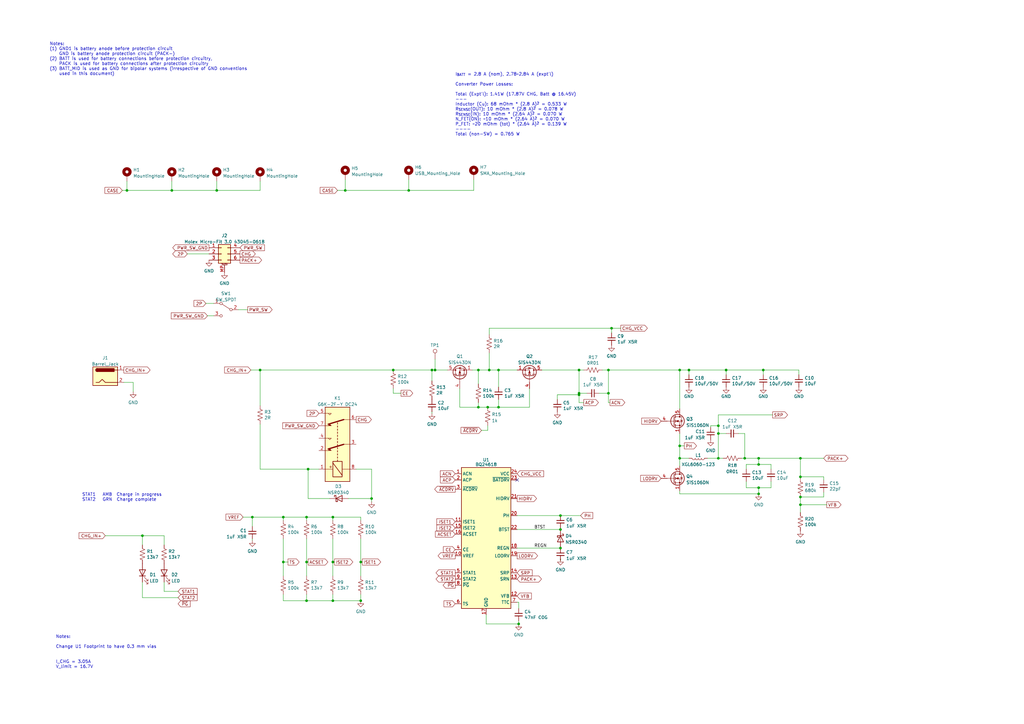
<source format=kicad_sch>
(kicad_sch (version 20230121) (generator eeschema)

  (uuid 74980ca6-404f-4c59-960a-788683942a63)

  (paper "A3")

  (lib_symbols
    (symbol "Battery_Management:BQ24618" (in_bom yes) (on_board yes)
      (property "Reference" "U" (at 0 21.59 0)
        (effects (font (size 1.27 1.27)))
      )
      (property "Value" "BQ24618" (at 0 19.05 0)
        (effects (font (size 1.27 1.27)))
      )
      (property "Footprint" "Package_DFN_QFN:HVQFN-24-1EP_4x4mm_P0.5mm_EP2.5x2.5mm_ThermalVias" (at 0.635 0 0)
        (effects (font (size 1.27 1.27)) hide)
      )
      (property "Datasheet" "https://www.ti.com/lit/ds/symlink/bq24618.pdf" (at 0 0 0)
        (effects (font (size 1.27 1.27)) hide)
      )
      (property "ki_keywords" "Battery, Charger, Li-Ion, Li-Poly" (at 0 0 0)
        (effects (font (size 1.27 1.27)) hide)
      )
      (property "ki_description" "Synchronous switched mode Li-Ion and Li-Polymer battery charger, integrated MOSFETs and power path selector, Texas R-PVQFN-N24" (at 0 0 0)
        (effects (font (size 1.27 1.27)) hide)
      )
      (property "ki_fp_filters" "Texas*RGY*R*PVQFN*N*" (at 0 0 0)
        (effects (font (size 1.27 1.27)) hide)
      )
      (symbol "BQ24618_0_1"
        (rectangle (start -10.16 -40.005) (end 10.16 17.78)
          (stroke (width 0.254) (type default))
          (fill (type background))
        )
      )
      (symbol "BQ24618_1_1"
        (pin input line (at -12.7 15.24 0) (length 2.54)
          (name "ACN" (effects (font (size 1.27 1.27))))
          (number "1" (effects (font (size 1.27 1.27))))
        )
        (pin power_out line (at -12.7 -18.415 0) (length 2.54)
          (name "VREF" (effects (font (size 1.27 1.27))))
          (number "10" (effects (font (size 1.27 1.27))))
        )
        (pin input line (at -12.7 -4.445 0) (length 2.54)
          (name "ISET1" (effects (font (size 1.27 1.27))))
          (number "11" (effects (font (size 1.27 1.27))))
        )
        (pin passive line (at 12.7 -34.925 180) (length 2.54)
          (name "VFB" (effects (font (size 1.27 1.27))))
          (number "12" (effects (font (size 1.27 1.27))))
        )
        (pin input line (at 12.7 -27.94 180) (length 2.54)
          (name "SRN" (effects (font (size 1.27 1.27))))
          (number "13" (effects (font (size 1.27 1.27))))
        )
        (pin input line (at 12.7 -25.4 180) (length 2.54)
          (name "SRP" (effects (font (size 1.27 1.27))))
          (number "14" (effects (font (size 1.27 1.27))))
        )
        (pin input line (at -12.7 -6.985 0) (length 2.54)
          (name "ISET2" (effects (font (size 1.27 1.27))))
          (number "15" (effects (font (size 1.27 1.27))))
        )
        (pin input line (at -12.7 -9.525 0) (length 2.54)
          (name "ACSET" (effects (font (size 1.27 1.27))))
          (number "16" (effects (font (size 1.27 1.27))))
        )
        (pin power_in line (at 0 -42.545 90) (length 2.54)
          (name "GND" (effects (font (size 1.27 1.27))))
          (number "17" (effects (font (size 1.27 1.27))))
        )
        (pin passive line (at 12.7 -15.24 180) (length 2.54)
          (name "REGN" (effects (font (size 1.27 1.27))))
          (number "18" (effects (font (size 1.27 1.27))))
        )
        (pin passive line (at 12.7 -18.415 180) (length 2.54)
          (name "LODRV" (effects (font (size 1.27 1.27))))
          (number "19" (effects (font (size 1.27 1.27))))
        )
        (pin input line (at -12.7 12.7 0) (length 2.54)
          (name "ACP" (effects (font (size 1.27 1.27))))
          (number "2" (effects (font (size 1.27 1.27))))
        )
        (pin output line (at 12.7 -1.905 180) (length 2.54)
          (name "PH" (effects (font (size 1.27 1.27))))
          (number "20" (effects (font (size 1.27 1.27))))
        )
        (pin output line (at 12.7 5.08 180) (length 2.54)
          (name "HIDRV" (effects (font (size 1.27 1.27))))
          (number "21" (effects (font (size 1.27 1.27))))
        )
        (pin passive line (at 12.7 -7.62 180) (length 2.54)
          (name "BTST" (effects (font (size 1.27 1.27))))
          (number "22" (effects (font (size 1.27 1.27))))
        )
        (pin output line (at 12.7 12.7 180) (length 2.54)
          (name "~{BATDRV}" (effects (font (size 1.27 1.27))))
          (number "23" (effects (font (size 1.27 1.27))))
        )
        (pin power_in line (at 12.7 15.24 180) (length 2.54)
          (name "VCC" (effects (font (size 1.27 1.27))))
          (number "24" (effects (font (size 1.27 1.27))))
        )
        (pin power_in line (at 0 -42.545 90) (length 2.54) hide
          (name "EP" (effects (font (size 1.27 1.27))))
          (number "25" (effects (font (size 1.27 1.27))))
        )
        (pin output line (at -12.7 8.89 0) (length 2.54)
          (name "~{ACDRV}" (effects (font (size 1.27 1.27))))
          (number "3" (effects (font (size 1.27 1.27))))
        )
        (pin tri_state line (at -12.7 -15.875 0) (length 2.54)
          (name "CE" (effects (font (size 1.27 1.27))))
          (number "4" (effects (font (size 1.27 1.27))))
        )
        (pin open_collector line (at -12.7 -25.4 0) (length 2.54)
          (name "STAT1" (effects (font (size 1.27 1.27))))
          (number "5" (effects (font (size 1.27 1.27))))
        )
        (pin input line (at -12.7 -38.1 0) (length 2.54)
          (name "TS" (effects (font (size 1.27 1.27))))
          (number "6" (effects (font (size 1.27 1.27))))
        )
        (pin passive line (at 12.7 -37.465 180) (length 2.54)
          (name "TTC" (effects (font (size 1.27 1.27))))
          (number "7" (effects (font (size 1.27 1.27))))
        )
        (pin open_collector line (at -12.7 -30.48 0) (length 2.54)
          (name "~{PG}" (effects (font (size 1.27 1.27))))
          (number "8" (effects (font (size 1.27 1.27))))
        )
        (pin open_collector line (at -12.7 -27.94 0) (length 2.54)
          (name "STAT2" (effects (font (size 1.27 1.27))))
          (number "9" (effects (font (size 1.27 1.27))))
        )
      )
    )
    (symbol "Connector:Barrel_Jack" (pin_names (offset 1.016)) (in_bom yes) (on_board yes)
      (property "Reference" "J" (at 0 5.334 0)
        (effects (font (size 1.27 1.27)))
      )
      (property "Value" "Barrel_Jack" (at 0 -5.08 0)
        (effects (font (size 1.27 1.27)))
      )
      (property "Footprint" "" (at 1.27 -1.016 0)
        (effects (font (size 1.27 1.27)) hide)
      )
      (property "Datasheet" "~" (at 1.27 -1.016 0)
        (effects (font (size 1.27 1.27)) hide)
      )
      (property "ki_keywords" "DC power barrel jack connector" (at 0 0 0)
        (effects (font (size 1.27 1.27)) hide)
      )
      (property "ki_description" "DC Barrel Jack" (at 0 0 0)
        (effects (font (size 1.27 1.27)) hide)
      )
      (property "ki_fp_filters" "BarrelJack*" (at 0 0 0)
        (effects (font (size 1.27 1.27)) hide)
      )
      (symbol "Barrel_Jack_0_1"
        (rectangle (start -5.08 3.81) (end 5.08 -3.81)
          (stroke (width 0.254) (type default))
          (fill (type background))
        )
        (arc (start -3.302 3.175) (mid -3.9343 2.54) (end -3.302 1.905)
          (stroke (width 0.254) (type default))
          (fill (type none))
        )
        (arc (start -3.302 3.175) (mid -3.9343 2.54) (end -3.302 1.905)
          (stroke (width 0.254) (type default))
          (fill (type outline))
        )
        (polyline
          (pts
            (xy 5.08 2.54)
            (xy 3.81 2.54)
          )
          (stroke (width 0.254) (type default))
          (fill (type none))
        )
        (polyline
          (pts
            (xy -3.81 -2.54)
            (xy -2.54 -2.54)
            (xy -1.27 -1.27)
            (xy 0 -2.54)
            (xy 2.54 -2.54)
            (xy 5.08 -2.54)
          )
          (stroke (width 0.254) (type default))
          (fill (type none))
        )
        (rectangle (start 3.683 3.175) (end -3.302 1.905)
          (stroke (width 0.254) (type default))
          (fill (type outline))
        )
      )
      (symbol "Barrel_Jack_1_1"
        (pin passive line (at 7.62 2.54 180) (length 2.54)
          (name "~" (effects (font (size 1.27 1.27))))
          (number "1" (effects (font (size 1.27 1.27))))
        )
        (pin passive line (at 7.62 -2.54 180) (length 2.54)
          (name "~" (effects (font (size 1.27 1.27))))
          (number "2" (effects (font (size 1.27 1.27))))
        )
      )
    )
    (symbol "Connector:TestPoint" (pin_numbers hide) (pin_names (offset 0.762) hide) (in_bom yes) (on_board yes)
      (property "Reference" "TP" (at 0 6.858 0)
        (effects (font (size 1.27 1.27)))
      )
      (property "Value" "TestPoint" (at 0 5.08 0)
        (effects (font (size 1.27 1.27)))
      )
      (property "Footprint" "" (at 5.08 0 0)
        (effects (font (size 1.27 1.27)) hide)
      )
      (property "Datasheet" "~" (at 5.08 0 0)
        (effects (font (size 1.27 1.27)) hide)
      )
      (property "ki_keywords" "test point tp" (at 0 0 0)
        (effects (font (size 1.27 1.27)) hide)
      )
      (property "ki_description" "test point" (at 0 0 0)
        (effects (font (size 1.27 1.27)) hide)
      )
      (property "ki_fp_filters" "Pin* Test*" (at 0 0 0)
        (effects (font (size 1.27 1.27)) hide)
      )
      (symbol "TestPoint_0_1"
        (circle (center 0 3.302) (radius 0.762)
          (stroke (width 0) (type default))
          (fill (type none))
        )
      )
      (symbol "TestPoint_1_1"
        (pin passive line (at 0 0 90) (length 2.54)
          (name "1" (effects (font (size 1.27 1.27))))
          (number "1" (effects (font (size 1.27 1.27))))
        )
      )
    )
    (symbol "Connector_Generic_MountingPin:Conn_02x03_Top_Bottom_MountingPin" (pin_names (offset 1.016) hide) (in_bom yes) (on_board yes)
      (property "Reference" "J" (at 1.27 5.08 0)
        (effects (font (size 1.27 1.27)))
      )
      (property "Value" "Conn_02x03_Top_Bottom_MountingPin" (at 2.54 -5.08 0)
        (effects (font (size 1.27 1.27)) (justify left))
      )
      (property "Footprint" "" (at 0 0 0)
        (effects (font (size 1.27 1.27)) hide)
      )
      (property "Datasheet" "~" (at 0 0 0)
        (effects (font (size 1.27 1.27)) hide)
      )
      (property "ki_keywords" "connector" (at 0 0 0)
        (effects (font (size 1.27 1.27)) hide)
      )
      (property "ki_description" "Generic connectable mounting pin connector, double row, 02x03, top/bottom pin numbering scheme (row 1: 1...pins_per_row, row2: pins_per_row+1 ... num_pins), script generated (kicad-library-utils/schlib/autogen/connector/)" (at 0 0 0)
        (effects (font (size 1.27 1.27)) hide)
      )
      (property "ki_fp_filters" "Connector*:*_2x??-1MP*" (at 0 0 0)
        (effects (font (size 1.27 1.27)) hide)
      )
      (symbol "Conn_02x03_Top_Bottom_MountingPin_1_1"
        (rectangle (start -1.27 -2.413) (end 0 -2.667)
          (stroke (width 0.1524) (type default))
          (fill (type none))
        )
        (rectangle (start -1.27 0.127) (end 0 -0.127)
          (stroke (width 0.1524) (type default))
          (fill (type none))
        )
        (rectangle (start -1.27 2.667) (end 0 2.413)
          (stroke (width 0.1524) (type default))
          (fill (type none))
        )
        (rectangle (start -1.27 3.81) (end 3.81 -3.81)
          (stroke (width 0.254) (type default))
          (fill (type background))
        )
        (polyline
          (pts
            (xy 0.254 -4.572)
            (xy 2.286 -4.572)
          )
          (stroke (width 0.1524) (type default))
          (fill (type none))
        )
        (rectangle (start 3.81 -2.413) (end 2.54 -2.667)
          (stroke (width 0.1524) (type default))
          (fill (type none))
        )
        (rectangle (start 3.81 0.127) (end 2.54 -0.127)
          (stroke (width 0.1524) (type default))
          (fill (type none))
        )
        (rectangle (start 3.81 2.667) (end 2.54 2.413)
          (stroke (width 0.1524) (type default))
          (fill (type none))
        )
        (text "Mounting" (at 1.27 -4.191 0)
          (effects (font (size 0.381 0.381)))
        )
        (pin passive line (at -5.08 2.54 0) (length 3.81)
          (name "Pin_1" (effects (font (size 1.27 1.27))))
          (number "1" (effects (font (size 1.27 1.27))))
        )
        (pin passive line (at -5.08 0 0) (length 3.81)
          (name "Pin_2" (effects (font (size 1.27 1.27))))
          (number "2" (effects (font (size 1.27 1.27))))
        )
        (pin passive line (at -5.08 -2.54 0) (length 3.81)
          (name "Pin_3" (effects (font (size 1.27 1.27))))
          (number "3" (effects (font (size 1.27 1.27))))
        )
        (pin passive line (at 7.62 2.54 180) (length 3.81)
          (name "Pin_4" (effects (font (size 1.27 1.27))))
          (number "4" (effects (font (size 1.27 1.27))))
        )
        (pin passive line (at 7.62 0 180) (length 3.81)
          (name "Pin_5" (effects (font (size 1.27 1.27))))
          (number "5" (effects (font (size 1.27 1.27))))
        )
        (pin passive line (at 7.62 -2.54 180) (length 3.81)
          (name "Pin_6" (effects (font (size 1.27 1.27))))
          (number "6" (effects (font (size 1.27 1.27))))
        )
        (pin passive line (at 1.27 -7.62 90) (length 3.048)
          (name "MountPin" (effects (font (size 1.27 1.27))))
          (number "MP" (effects (font (size 1.27 1.27))))
        )
      )
    )
    (symbol "Device:C_Small" (pin_numbers hide) (pin_names (offset 0.254) hide) (in_bom yes) (on_board yes)
      (property "Reference" "C" (at 0.254 1.778 0)
        (effects (font (size 1.27 1.27)) (justify left))
      )
      (property "Value" "C_Small" (at 0.254 -2.032 0)
        (effects (font (size 1.27 1.27)) (justify left))
      )
      (property "Footprint" "" (at 0 0 0)
        (effects (font (size 1.27 1.27)) hide)
      )
      (property "Datasheet" "~" (at 0 0 0)
        (effects (font (size 1.27 1.27)) hide)
      )
      (property "ki_keywords" "capacitor cap" (at 0 0 0)
        (effects (font (size 1.27 1.27)) hide)
      )
      (property "ki_description" "Unpolarized capacitor, small symbol" (at 0 0 0)
        (effects (font (size 1.27 1.27)) hide)
      )
      (property "ki_fp_filters" "C_*" (at 0 0 0)
        (effects (font (size 1.27 1.27)) hide)
      )
      (symbol "C_Small_0_1"
        (polyline
          (pts
            (xy -1.524 -0.508)
            (xy 1.524 -0.508)
          )
          (stroke (width 0.3302) (type default))
          (fill (type none))
        )
        (polyline
          (pts
            (xy -1.524 0.508)
            (xy 1.524 0.508)
          )
          (stroke (width 0.3048) (type default))
          (fill (type none))
        )
      )
      (symbol "C_Small_1_1"
        (pin passive line (at 0 2.54 270) (length 2.032)
          (name "~" (effects (font (size 1.27 1.27))))
          (number "1" (effects (font (size 1.27 1.27))))
        )
        (pin passive line (at 0 -2.54 90) (length 2.032)
          (name "~" (effects (font (size 1.27 1.27))))
          (number "2" (effects (font (size 1.27 1.27))))
        )
      )
    )
    (symbol "Device:L" (pin_numbers hide) (pin_names (offset 1.016) hide) (in_bom yes) (on_board yes)
      (property "Reference" "L" (at -1.27 0 90)
        (effects (font (size 1.27 1.27)))
      )
      (property "Value" "L" (at 1.905 0 90)
        (effects (font (size 1.27 1.27)))
      )
      (property "Footprint" "" (at 0 0 0)
        (effects (font (size 1.27 1.27)) hide)
      )
      (property "Datasheet" "~" (at 0 0 0)
        (effects (font (size 1.27 1.27)) hide)
      )
      (property "ki_keywords" "inductor choke coil reactor magnetic" (at 0 0 0)
        (effects (font (size 1.27 1.27)) hide)
      )
      (property "ki_description" "Inductor" (at 0 0 0)
        (effects (font (size 1.27 1.27)) hide)
      )
      (property "ki_fp_filters" "Choke_* *Coil* Inductor_* L_*" (at 0 0 0)
        (effects (font (size 1.27 1.27)) hide)
      )
      (symbol "L_0_1"
        (arc (start 0 -2.54) (mid 0.6323 -1.905) (end 0 -1.27)
          (stroke (width 0) (type default))
          (fill (type none))
        )
        (arc (start 0 -1.27) (mid 0.6323 -0.635) (end 0 0)
          (stroke (width 0) (type default))
          (fill (type none))
        )
        (arc (start 0 0) (mid 0.6323 0.635) (end 0 1.27)
          (stroke (width 0) (type default))
          (fill (type none))
        )
        (arc (start 0 1.27) (mid 0.6323 1.905) (end 0 2.54)
          (stroke (width 0) (type default))
          (fill (type none))
        )
      )
      (symbol "L_1_1"
        (pin passive line (at 0 3.81 270) (length 1.27)
          (name "1" (effects (font (size 1.27 1.27))))
          (number "1" (effects (font (size 1.27 1.27))))
        )
        (pin passive line (at 0 -3.81 90) (length 1.27)
          (name "2" (effects (font (size 1.27 1.27))))
          (number "2" (effects (font (size 1.27 1.27))))
        )
      )
    )
    (symbol "Device:LED" (pin_numbers hide) (pin_names (offset 1.016) hide) (in_bom yes) (on_board yes)
      (property "Reference" "D" (at 0 2.54 0)
        (effects (font (size 1.27 1.27)))
      )
      (property "Value" "LED" (at 0 -2.54 0)
        (effects (font (size 1.27 1.27)))
      )
      (property "Footprint" "" (at 0 0 0)
        (effects (font (size 1.27 1.27)) hide)
      )
      (property "Datasheet" "~" (at 0 0 0)
        (effects (font (size 1.27 1.27)) hide)
      )
      (property "ki_keywords" "LED diode" (at 0 0 0)
        (effects (font (size 1.27 1.27)) hide)
      )
      (property "ki_description" "Light emitting diode" (at 0 0 0)
        (effects (font (size 1.27 1.27)) hide)
      )
      (property "ki_fp_filters" "LED* LED_SMD:* LED_THT:*" (at 0 0 0)
        (effects (font (size 1.27 1.27)) hide)
      )
      (symbol "LED_0_1"
        (polyline
          (pts
            (xy -1.27 -1.27)
            (xy -1.27 1.27)
          )
          (stroke (width 0.254) (type default))
          (fill (type none))
        )
        (polyline
          (pts
            (xy -1.27 0)
            (xy 1.27 0)
          )
          (stroke (width 0) (type default))
          (fill (type none))
        )
        (polyline
          (pts
            (xy 1.27 -1.27)
            (xy 1.27 1.27)
            (xy -1.27 0)
            (xy 1.27 -1.27)
          )
          (stroke (width 0.254) (type default))
          (fill (type none))
        )
        (polyline
          (pts
            (xy -3.048 -0.762)
            (xy -4.572 -2.286)
            (xy -3.81 -2.286)
            (xy -4.572 -2.286)
            (xy -4.572 -1.524)
          )
          (stroke (width 0) (type default))
          (fill (type none))
        )
        (polyline
          (pts
            (xy -1.778 -0.762)
            (xy -3.302 -2.286)
            (xy -2.54 -2.286)
            (xy -3.302 -2.286)
            (xy -3.302 -1.524)
          )
          (stroke (width 0) (type default))
          (fill (type none))
        )
      )
      (symbol "LED_1_1"
        (pin passive line (at -3.81 0 0) (length 2.54)
          (name "K" (effects (font (size 1.27 1.27))))
          (number "1" (effects (font (size 1.27 1.27))))
        )
        (pin passive line (at 3.81 0 180) (length 2.54)
          (name "A" (effects (font (size 1.27 1.27))))
          (number "2" (effects (font (size 1.27 1.27))))
        )
      )
    )
    (symbol "Device:R_US" (pin_numbers hide) (pin_names (offset 0)) (in_bom yes) (on_board yes)
      (property "Reference" "R" (at 2.54 0 90)
        (effects (font (size 1.27 1.27)))
      )
      (property "Value" "R_US" (at -2.54 0 90)
        (effects (font (size 1.27 1.27)))
      )
      (property "Footprint" "" (at 1.016 -0.254 90)
        (effects (font (size 1.27 1.27)) hide)
      )
      (property "Datasheet" "~" (at 0 0 0)
        (effects (font (size 1.27 1.27)) hide)
      )
      (property "ki_keywords" "R res resistor" (at 0 0 0)
        (effects (font (size 1.27 1.27)) hide)
      )
      (property "ki_description" "Resistor, US symbol" (at 0 0 0)
        (effects (font (size 1.27 1.27)) hide)
      )
      (property "ki_fp_filters" "R_*" (at 0 0 0)
        (effects (font (size 1.27 1.27)) hide)
      )
      (symbol "R_US_0_1"
        (polyline
          (pts
            (xy 0 -2.286)
            (xy 0 -2.54)
          )
          (stroke (width 0) (type default))
          (fill (type none))
        )
        (polyline
          (pts
            (xy 0 2.286)
            (xy 0 2.54)
          )
          (stroke (width 0) (type default))
          (fill (type none))
        )
        (polyline
          (pts
            (xy 0 -0.762)
            (xy 1.016 -1.143)
            (xy 0 -1.524)
            (xy -1.016 -1.905)
            (xy 0 -2.286)
          )
          (stroke (width 0) (type default))
          (fill (type none))
        )
        (polyline
          (pts
            (xy 0 0.762)
            (xy 1.016 0.381)
            (xy 0 0)
            (xy -1.016 -0.381)
            (xy 0 -0.762)
          )
          (stroke (width 0) (type default))
          (fill (type none))
        )
        (polyline
          (pts
            (xy 0 2.286)
            (xy 1.016 1.905)
            (xy 0 1.524)
            (xy -1.016 1.143)
            (xy 0 0.762)
          )
          (stroke (width 0) (type default))
          (fill (type none))
        )
      )
      (symbol "R_US_1_1"
        (pin passive line (at 0 3.81 270) (length 1.27)
          (name "~" (effects (font (size 1.27 1.27))))
          (number "1" (effects (font (size 1.27 1.27))))
        )
        (pin passive line (at 0 -3.81 90) (length 1.27)
          (name "~" (effects (font (size 1.27 1.27))))
          (number "2" (effects (font (size 1.27 1.27))))
        )
      )
    )
    (symbol "Diode:BAT48JFILM" (pin_numbers hide) (pin_names (offset 1.016) hide) (in_bom yes) (on_board yes)
      (property "Reference" "D" (at 0 2.54 0)
        (effects (font (size 1.27 1.27)))
      )
      (property "Value" "BAT48JFILM" (at 0 -2.54 0)
        (effects (font (size 1.27 1.27)))
      )
      (property "Footprint" "Diode_SMD:D_SOD-323" (at 0 -4.445 0)
        (effects (font (size 1.27 1.27)) hide)
      )
      (property "Datasheet" "www.st.com/resource/en/datasheet/bat48.pdf" (at 0 0 0)
        (effects (font (size 1.27 1.27)) hide)
      )
      (property "ki_keywords" "diode Schottky" (at 0 0 0)
        (effects (font (size 1.27 1.27)) hide)
      )
      (property "ki_description" "40V 0.35A Small Signal Schottky Diode, SOD-323" (at 0 0 0)
        (effects (font (size 1.27 1.27)) hide)
      )
      (property "ki_fp_filters" "D*SOD?323*" (at 0 0 0)
        (effects (font (size 1.27 1.27)) hide)
      )
      (symbol "BAT48JFILM_0_1"
        (polyline
          (pts
            (xy 1.27 0)
            (xy -1.27 0)
          )
          (stroke (width 0) (type default))
          (fill (type none))
        )
        (polyline
          (pts
            (xy 1.27 1.27)
            (xy 1.27 -1.27)
            (xy -1.27 0)
            (xy 1.27 1.27)
          )
          (stroke (width 0.254) (type default))
          (fill (type none))
        )
        (polyline
          (pts
            (xy -1.905 0.635)
            (xy -1.905 1.27)
            (xy -1.27 1.27)
            (xy -1.27 -1.27)
            (xy -0.635 -1.27)
            (xy -0.635 -0.635)
          )
          (stroke (width 0.254) (type default))
          (fill (type none))
        )
      )
      (symbol "BAT48JFILM_1_1"
        (pin passive line (at -3.81 0 0) (length 2.54)
          (name "K" (effects (font (size 1.27 1.27))))
          (number "1" (effects (font (size 1.27 1.27))))
        )
        (pin passive line (at 3.81 0 180) (length 2.54)
          (name "A" (effects (font (size 1.27 1.27))))
          (number "2" (effects (font (size 1.27 1.27))))
        )
      )
    )
    (symbol "Mechanical:MountingHole_Pad" (pin_numbers hide) (pin_names (offset 1.016) hide) (in_bom yes) (on_board yes)
      (property "Reference" "H" (at 0 6.35 0)
        (effects (font (size 1.27 1.27)))
      )
      (property "Value" "MountingHole_Pad" (at 0 4.445 0)
        (effects (font (size 1.27 1.27)))
      )
      (property "Footprint" "" (at 0 0 0)
        (effects (font (size 1.27 1.27)) hide)
      )
      (property "Datasheet" "~" (at 0 0 0)
        (effects (font (size 1.27 1.27)) hide)
      )
      (property "ki_keywords" "mounting hole" (at 0 0 0)
        (effects (font (size 1.27 1.27)) hide)
      )
      (property "ki_description" "Mounting Hole with connection" (at 0 0 0)
        (effects (font (size 1.27 1.27)) hide)
      )
      (property "ki_fp_filters" "MountingHole*Pad*" (at 0 0 0)
        (effects (font (size 1.27 1.27)) hide)
      )
      (symbol "MountingHole_Pad_0_1"
        (circle (center 0 1.27) (radius 1.27)
          (stroke (width 1.27) (type default))
          (fill (type none))
        )
      )
      (symbol "MountingHole_Pad_1_1"
        (pin input line (at 0 -2.54 90) (length 2.54)
          (name "1" (effects (font (size 1.27 1.27))))
          (number "1" (effects (font (size 1.27 1.27))))
        )
      )
    )
    (symbol "Relay:G6K-2" (in_bom yes) (on_board yes)
      (property "Reference" "K" (at 16.51 3.81 0)
        (effects (font (size 1.27 1.27)) (justify left))
      )
      (property "Value" "G6K-2" (at 16.51 1.27 0)
        (effects (font (size 1.27 1.27)) (justify left))
      )
      (property "Footprint" "" (at 0 0 0)
        (effects (font (size 1.27 1.27)) (justify left) hide)
      )
      (property "Datasheet" "http://omronfs.omron.com/en_US/ecb/products/pdf/en-g6k.pdf" (at 0 0 0)
        (effects (font (size 1.27 1.27)) hide)
      )
      (property "ki_keywords" "Miniature Relay Dual Pole DPDT Omron" (at 0 0 0)
        (effects (font (size 1.27 1.27)) hide)
      )
      (property "ki_description" "Miniature 2-pole relay, Single-side Stable" (at 0 0 0)
        (effects (font (size 1.27 1.27)) hide)
      )
      (property "ki_fp_filters" "Relay*DPDT*Omron*G6K?2*" (at 0 0 0)
        (effects (font (size 1.27 1.27)) hide)
      )
      (symbol "G6K-2_0_0"
        (text "+" (at -9.271 2.921 0)
          (effects (font (size 1.27 1.27)))
        )
      )
      (symbol "G6K-2_0_1"
        (rectangle (start -15.24 5.08) (end 15.24 -5.08)
          (stroke (width 0.254) (type default))
          (fill (type background))
        )
        (rectangle (start -13.335 1.905) (end -6.985 -1.905)
          (stroke (width 0.254) (type default))
          (fill (type none))
        )
        (polyline
          (pts
            (xy -12.7 -1.905)
            (xy -7.62 1.905)
          )
          (stroke (width 0.254) (type default))
          (fill (type none))
        )
        (polyline
          (pts
            (xy -10.16 -5.08)
            (xy -10.16 -1.905)
          )
          (stroke (width 0) (type default))
          (fill (type none))
        )
        (polyline
          (pts
            (xy -10.16 5.08)
            (xy -10.16 1.905)
          )
          (stroke (width 0) (type default))
          (fill (type none))
        )
        (polyline
          (pts
            (xy -6.985 0)
            (xy -6.35 0)
          )
          (stroke (width 0.254) (type default))
          (fill (type none))
        )
        (polyline
          (pts
            (xy -5.715 0)
            (xy -5.08 0)
          )
          (stroke (width 0.254) (type default))
          (fill (type none))
        )
        (polyline
          (pts
            (xy -4.445 0)
            (xy -3.81 0)
          )
          (stroke (width 0.254) (type default))
          (fill (type none))
        )
        (polyline
          (pts
            (xy -3.175 0)
            (xy -2.54 0)
          )
          (stroke (width 0.254) (type default))
          (fill (type none))
        )
        (polyline
          (pts
            (xy -1.905 0)
            (xy -1.27 0)
          )
          (stroke (width 0.254) (type default))
          (fill (type none))
        )
        (polyline
          (pts
            (xy -0.635 0)
            (xy 0 0)
          )
          (stroke (width 0.254) (type default))
          (fill (type none))
        )
        (polyline
          (pts
            (xy 0 -2.54)
            (xy -1.905 3.81)
          )
          (stroke (width 0.508) (type default))
          (fill (type none))
        )
        (polyline
          (pts
            (xy 0 -2.54)
            (xy 0 -5.08)
          )
          (stroke (width 0) (type default))
          (fill (type none))
        )
        (polyline
          (pts
            (xy 0.635 0)
            (xy 1.27 0)
          )
          (stroke (width 0.254) (type default))
          (fill (type none))
        )
        (polyline
          (pts
            (xy 1.905 0)
            (xy 2.54 0)
          )
          (stroke (width 0.254) (type default))
          (fill (type none))
        )
        (polyline
          (pts
            (xy 3.175 0)
            (xy 3.81 0)
          )
          (stroke (width 0.254) (type default))
          (fill (type none))
        )
        (polyline
          (pts
            (xy 4.445 0)
            (xy 5.08 0)
          )
          (stroke (width 0.254) (type default))
          (fill (type none))
        )
        (polyline
          (pts
            (xy 5.715 0)
            (xy 6.35 0)
          )
          (stroke (width 0.254) (type default))
          (fill (type none))
        )
        (polyline
          (pts
            (xy 6.985 0)
            (xy 7.62 0)
          )
          (stroke (width 0.254) (type default))
          (fill (type none))
        )
        (polyline
          (pts
            (xy 8.255 0)
            (xy 8.89 0)
          )
          (stroke (width 0.254) (type default))
          (fill (type none))
        )
        (polyline
          (pts
            (xy 10.16 -2.54)
            (xy 8.255 3.81)
          )
          (stroke (width 0.508) (type default))
          (fill (type none))
        )
        (polyline
          (pts
            (xy 10.16 -2.54)
            (xy 10.16 -5.08)
          )
          (stroke (width 0) (type default))
          (fill (type none))
        )
        (polyline
          (pts
            (xy -2.54 5.08)
            (xy -2.54 2.54)
            (xy -1.905 3.175)
            (xy -2.54 3.81)
          )
          (stroke (width 0) (type default))
          (fill (type outline))
        )
        (polyline
          (pts
            (xy 2.54 5.08)
            (xy 2.54 2.54)
            (xy 1.905 3.175)
            (xy 2.54 3.81)
          )
          (stroke (width 0) (type default))
          (fill (type none))
        )
        (polyline
          (pts
            (xy 7.62 5.08)
            (xy 7.62 2.54)
            (xy 8.255 3.175)
            (xy 7.62 3.81)
          )
          (stroke (width 0) (type default))
          (fill (type outline))
        )
        (polyline
          (pts
            (xy 12.7 5.08)
            (xy 12.7 2.54)
            (xy 12.065 3.175)
            (xy 12.7 3.81)
          )
          (stroke (width 0) (type default))
          (fill (type none))
        )
      )
      (symbol "G6K-2_1_1"
        (pin passive line (at -10.16 7.62 270) (length 2.54)
          (name "~" (effects (font (size 1.27 1.27))))
          (number "1" (effects (font (size 1.27 1.27))))
        )
        (pin passive line (at -2.54 7.62 270) (length 2.54)
          (name "~" (effects (font (size 1.27 1.27))))
          (number "2" (effects (font (size 1.27 1.27))))
        )
        (pin passive line (at 0 -7.62 90) (length 2.54)
          (name "~" (effects (font (size 1.27 1.27))))
          (number "3" (effects (font (size 1.27 1.27))))
        )
        (pin passive line (at 2.54 7.62 270) (length 2.54)
          (name "~" (effects (font (size 1.27 1.27))))
          (number "4" (effects (font (size 1.27 1.27))))
        )
        (pin passive line (at 12.7 7.62 270) (length 2.54)
          (name "~" (effects (font (size 1.27 1.27))))
          (number "5" (effects (font (size 1.27 1.27))))
        )
        (pin passive line (at 10.16 -7.62 90) (length 2.54)
          (name "~" (effects (font (size 1.27 1.27))))
          (number "6" (effects (font (size 1.27 1.27))))
        )
        (pin passive line (at 7.62 7.62 270) (length 2.54)
          (name "~" (effects (font (size 1.27 1.27))))
          (number "7" (effects (font (size 1.27 1.27))))
        )
        (pin passive line (at -10.16 -7.62 90) (length 2.54)
          (name "~" (effects (font (size 1.27 1.27))))
          (number "8" (effects (font (size 1.27 1.27))))
        )
      )
    )
    (symbol "Switch:SW_SPDT" (pin_names (offset 0) hide) (in_bom yes) (on_board yes)
      (property "Reference" "SW" (at 0 4.318 0)
        (effects (font (size 1.27 1.27)))
      )
      (property "Value" "SW_SPDT" (at 0 -5.08 0)
        (effects (font (size 1.27 1.27)))
      )
      (property "Footprint" "" (at 0 0 0)
        (effects (font (size 1.27 1.27)) hide)
      )
      (property "Datasheet" "~" (at 0 0 0)
        (effects (font (size 1.27 1.27)) hide)
      )
      (property "ki_keywords" "switch single-pole double-throw spdt ON-ON" (at 0 0 0)
        (effects (font (size 1.27 1.27)) hide)
      )
      (property "ki_description" "Switch, single pole double throw" (at 0 0 0)
        (effects (font (size 1.27 1.27)) hide)
      )
      (symbol "SW_SPDT_0_0"
        (circle (center -2.032 0) (radius 0.508)
          (stroke (width 0) (type default))
          (fill (type none))
        )
        (circle (center 2.032 -2.54) (radius 0.508)
          (stroke (width 0) (type default))
          (fill (type none))
        )
      )
      (symbol "SW_SPDT_0_1"
        (polyline
          (pts
            (xy -1.524 0.254)
            (xy 1.651 2.286)
          )
          (stroke (width 0) (type default))
          (fill (type none))
        )
        (circle (center 2.032 2.54) (radius 0.508)
          (stroke (width 0) (type default))
          (fill (type none))
        )
      )
      (symbol "SW_SPDT_1_1"
        (pin passive line (at 5.08 2.54 180) (length 2.54)
          (name "A" (effects (font (size 1.27 1.27))))
          (number "1" (effects (font (size 1.27 1.27))))
        )
        (pin passive line (at -5.08 0 0) (length 2.54)
          (name "B" (effects (font (size 1.27 1.27))))
          (number "2" (effects (font (size 1.27 1.27))))
        )
        (pin passive line (at 5.08 -2.54 180) (length 2.54)
          (name "C" (effects (font (size 1.27 1.27))))
          (number "3" (effects (font (size 1.27 1.27))))
        )
      )
    )
    (symbol "Transistor_FET:SiS106DN" (pin_names hide) (in_bom yes) (on_board yes)
      (property "Reference" "Q" (at 5.08 1.905 0)
        (effects (font (size 1.27 1.27)) (justify left))
      )
      (property "Value" "SiS106DN" (at 5.08 0 0)
        (effects (font (size 1.27 1.27)) (justify left))
      )
      (property "Footprint" "Package_SO:Vishay_PowerPAK_1212-8_Single" (at 5.08 -1.905 0)
        (effects (font (size 1.27 1.27) italic) (justify left) hide)
      )
      (property "Datasheet" "https://www.vishay.com/docs/76537/sis106dn.pdf" (at 0 0 0)
        (effects (font (size 1.27 1.27)) (justify left) hide)
      )
      (property "ki_keywords" "N-Channel MOSFET" (at 0 0 0)
        (effects (font (size 1.27 1.27)) hide)
      )
      (property "ki_description" "16A Id, 60V Vds, N-Channel MOSFET, PowerPAK 1212-8 Single" (at 0 0 0)
        (effects (font (size 1.27 1.27)) hide)
      )
      (property "ki_fp_filters" "Vishay*PowerPAK*1212*Single*" (at 0 0 0)
        (effects (font (size 1.27 1.27)) hide)
      )
      (symbol "SiS106DN_0_1"
        (polyline
          (pts
            (xy 0.254 0)
            (xy -2.54 0)
          )
          (stroke (width 0) (type default))
          (fill (type none))
        )
        (polyline
          (pts
            (xy 0.254 1.905)
            (xy 0.254 -1.905)
          )
          (stroke (width 0.254) (type default))
          (fill (type none))
        )
        (polyline
          (pts
            (xy 0.762 -1.27)
            (xy 0.762 -2.286)
          )
          (stroke (width 0.254) (type default))
          (fill (type none))
        )
        (polyline
          (pts
            (xy 0.762 0.508)
            (xy 0.762 -0.508)
          )
          (stroke (width 0.254) (type default))
          (fill (type none))
        )
        (polyline
          (pts
            (xy 0.762 2.286)
            (xy 0.762 1.27)
          )
          (stroke (width 0.254) (type default))
          (fill (type none))
        )
        (polyline
          (pts
            (xy 2.54 2.54)
            (xy 2.54 1.778)
          )
          (stroke (width 0) (type default))
          (fill (type none))
        )
        (polyline
          (pts
            (xy 2.54 -2.54)
            (xy 2.54 0)
            (xy 0.762 0)
          )
          (stroke (width 0) (type default))
          (fill (type none))
        )
        (polyline
          (pts
            (xy 0.762 -1.778)
            (xy 3.302 -1.778)
            (xy 3.302 1.778)
            (xy 0.762 1.778)
          )
          (stroke (width 0) (type default))
          (fill (type none))
        )
        (polyline
          (pts
            (xy 1.016 0)
            (xy 2.032 0.381)
            (xy 2.032 -0.381)
            (xy 1.016 0)
          )
          (stroke (width 0) (type default))
          (fill (type outline))
        )
        (polyline
          (pts
            (xy 2.794 0.508)
            (xy 2.921 0.381)
            (xy 3.683 0.381)
            (xy 3.81 0.254)
          )
          (stroke (width 0) (type default))
          (fill (type none))
        )
        (polyline
          (pts
            (xy 3.302 0.381)
            (xy 2.921 -0.254)
            (xy 3.683 -0.254)
            (xy 3.302 0.381)
          )
          (stroke (width 0) (type default))
          (fill (type none))
        )
        (circle (center 1.651 0) (radius 2.794)
          (stroke (width 0.254) (type default))
          (fill (type none))
        )
        (circle (center 2.54 -1.778) (radius 0.254)
          (stroke (width 0) (type default))
          (fill (type outline))
        )
        (circle (center 2.54 1.778) (radius 0.254)
          (stroke (width 0) (type default))
          (fill (type outline))
        )
      )
      (symbol "SiS106DN_1_1"
        (pin passive line (at 2.54 -5.08 90) (length 2.54)
          (name "S" (effects (font (size 1.27 1.27))))
          (number "1" (effects (font (size 1.27 1.27))))
        )
        (pin passive line (at 2.54 -5.08 90) (length 2.54) hide
          (name "S" (effects (font (size 1.27 1.27))))
          (number "2" (effects (font (size 1.27 1.27))))
        )
        (pin passive line (at 2.54 -5.08 90) (length 2.54) hide
          (name "S" (effects (font (size 1.27 1.27))))
          (number "3" (effects (font (size 1.27 1.27))))
        )
        (pin input line (at -5.08 0 0) (length 2.54)
          (name "G" (effects (font (size 1.27 1.27))))
          (number "4" (effects (font (size 1.27 1.27))))
        )
        (pin passive line (at 2.54 5.08 270) (length 2.54)
          (name "D" (effects (font (size 1.27 1.27))))
          (number "5" (effects (font (size 1.27 1.27))))
        )
      )
    )
    (symbol "Transistor_FET:SiS443DN" (pin_names hide) (in_bom yes) (on_board yes)
      (property "Reference" "Q" (at 5.08 1.905 0)
        (effects (font (size 1.27 1.27)) (justify left))
      )
      (property "Value" "SiS443DN" (at 5.08 0 0)
        (effects (font (size 1.27 1.27)) (justify left))
      )
      (property "Footprint" "Package_SO:Vishay_PowerPAK_1212-8_Single" (at 5.08 -1.905 0)
        (effects (font (size 1.27 1.27) italic) (justify left) hide)
      )
      (property "Datasheet" "https://www.vishay.com/docs/63253/sis443dn.pdf" (at 0 0 90)
        (effects (font (size 1.27 1.27)) (justify left) hide)
      )
      (property "ki_keywords" "P-Channel MOSFET" (at 0 0 0)
        (effects (font (size 1.27 1.27)) hide)
      )
      (property "ki_description" "-35A Id, -40V Vds, P-Channel MOSFET, PowerPAK 1212-8 Single" (at 0 0 0)
        (effects (font (size 1.27 1.27)) hide)
      )
      (property "ki_fp_filters" "Vishay*PowerPAK*1212*Single*" (at 0 0 0)
        (effects (font (size 1.27 1.27)) hide)
      )
      (symbol "SiS443DN_0_1"
        (polyline
          (pts
            (xy 0.254 0)
            (xy -2.54 0)
          )
          (stroke (width 0) (type default))
          (fill (type none))
        )
        (polyline
          (pts
            (xy 0.254 1.905)
            (xy 0.254 -1.905)
          )
          (stroke (width 0.254) (type default))
          (fill (type none))
        )
        (polyline
          (pts
            (xy 0.762 -1.27)
            (xy 0.762 -2.286)
          )
          (stroke (width 0.254) (type default))
          (fill (type none))
        )
        (polyline
          (pts
            (xy 0.762 0.508)
            (xy 0.762 -0.508)
          )
          (stroke (width 0.254) (type default))
          (fill (type none))
        )
        (polyline
          (pts
            (xy 0.762 2.286)
            (xy 0.762 1.27)
          )
          (stroke (width 0.254) (type default))
          (fill (type none))
        )
        (polyline
          (pts
            (xy 2.54 2.54)
            (xy 2.54 1.778)
          )
          (stroke (width 0) (type default))
          (fill (type none))
        )
        (polyline
          (pts
            (xy 2.54 -2.54)
            (xy 2.54 0)
            (xy 0.762 0)
          )
          (stroke (width 0) (type default))
          (fill (type none))
        )
        (polyline
          (pts
            (xy 0.762 1.778)
            (xy 3.302 1.778)
            (xy 3.302 -1.778)
            (xy 0.762 -1.778)
          )
          (stroke (width 0) (type default))
          (fill (type none))
        )
        (polyline
          (pts
            (xy 2.286 0)
            (xy 1.27 0.381)
            (xy 1.27 -0.381)
            (xy 2.286 0)
          )
          (stroke (width 0) (type default))
          (fill (type outline))
        )
        (polyline
          (pts
            (xy 2.794 -0.508)
            (xy 2.921 -0.381)
            (xy 3.683 -0.381)
            (xy 3.81 -0.254)
          )
          (stroke (width 0) (type default))
          (fill (type none))
        )
        (polyline
          (pts
            (xy 3.302 -0.381)
            (xy 2.921 0.254)
            (xy 3.683 0.254)
            (xy 3.302 -0.381)
          )
          (stroke (width 0) (type default))
          (fill (type none))
        )
        (circle (center 1.651 0) (radius 2.794)
          (stroke (width 0.254) (type default))
          (fill (type none))
        )
        (circle (center 2.54 -1.778) (radius 0.254)
          (stroke (width 0) (type default))
          (fill (type outline))
        )
        (circle (center 2.54 1.778) (radius 0.254)
          (stroke (width 0) (type default))
          (fill (type outline))
        )
      )
      (symbol "SiS443DN_1_1"
        (pin passive line (at 2.54 -5.08 90) (length 2.54)
          (name "S" (effects (font (size 1.27 1.27))))
          (number "1" (effects (font (size 1.27 1.27))))
        )
        (pin passive line (at 2.54 -5.08 90) (length 2.54) hide
          (name "S" (effects (font (size 1.27 1.27))))
          (number "2" (effects (font (size 1.27 1.27))))
        )
        (pin passive line (at 2.54 -5.08 90) (length 2.54) hide
          (name "S" (effects (font (size 1.27 1.27))))
          (number "3" (effects (font (size 1.27 1.27))))
        )
        (pin passive line (at -5.08 0 0) (length 2.54)
          (name "G" (effects (font (size 1.27 1.27))))
          (number "4" (effects (font (size 1.27 1.27))))
        )
        (pin passive line (at 2.54 5.08 270) (length 2.54)
          (name "D" (effects (font (size 1.27 1.27))))
          (number "5" (effects (font (size 1.27 1.27))))
        )
      )
    )
    (symbol "power:GND" (power) (pin_names (offset 0)) (in_bom yes) (on_board yes)
      (property "Reference" "#PWR" (at 0 -6.35 0)
        (effects (font (size 1.27 1.27)) hide)
      )
      (property "Value" "GND" (at 0 -3.81 0)
        (effects (font (size 1.27 1.27)))
      )
      (property "Footprint" "" (at 0 0 0)
        (effects (font (size 1.27 1.27)) hide)
      )
      (property "Datasheet" "" (at 0 0 0)
        (effects (font (size 1.27 1.27)) hide)
      )
      (property "ki_keywords" "power-flag" (at 0 0 0)
        (effects (font (size 1.27 1.27)) hide)
      )
      (property "ki_description" "Power symbol creates a global label with name \"GND\" , ground" (at 0 0 0)
        (effects (font (size 1.27 1.27)) hide)
      )
      (symbol "GND_0_1"
        (polyline
          (pts
            (xy 0 0)
            (xy 0 -1.27)
            (xy 1.27 -1.27)
            (xy 0 -2.54)
            (xy -1.27 -1.27)
            (xy 0 -1.27)
          )
          (stroke (width 0) (type default))
          (fill (type none))
        )
      )
      (symbol "GND_1_1"
        (pin power_in line (at 0 0 270) (length 0) hide
          (name "GND" (effects (font (size 1.27 1.27))))
          (number "1" (effects (font (size 1.27 1.27))))
        )
      )
    )
  )

  (junction (at 204.47 167.005) (diameter 0) (color 0 0 0 0)
    (uuid 05fe7aee-0d24-491c-ad73-3e3f8fe1b3dd)
  )
  (junction (at 152.4 204.47) (diameter 0) (color 0 0 0 0)
    (uuid 0a05b4f4-79bd-43a9-a566-8a9fdbe39c21)
  )
  (junction (at 249.555 151.765) (diameter 0) (color 0 0 0 0)
    (uuid 0b72bcb3-6b39-4c67-a416-9b7b9e15e1e8)
  )
  (junction (at 249.555 161.29) (diameter 0) (color 0 0 0 0)
    (uuid 0e3bdb8c-b73d-4298-96a0-aee97d0bbbfb)
  )
  (junction (at 200.025 167.005) (diameter 0) (color 0 0 0 0)
    (uuid 10d7092a-a50d-4195-a306-09f996217208)
  )
  (junction (at 278.765 182.88) (diameter 0) (color 0 0 0 0)
    (uuid 244d69e0-9277-4835-a075-87dd788c387e)
  )
  (junction (at 200.66 151.765) (diameter 0) (color 0 0 0 0)
    (uuid 2895b6c3-ebba-4e0f-b9bd-832324e88bf0)
  )
  (junction (at 305.435 187.96) (diameter 0) (color 0 0 0 0)
    (uuid 29934e97-3558-4422-9173-dc3d525e63e7)
  )
  (junction (at 116.205 212.09) (diameter 0) (color 0 0 0 0)
    (uuid 2dd60051-be02-4461-ae3b-6508d7d96b8e)
  )
  (junction (at 237.49 161.29) (diameter 0) (color 0 0 0 0)
    (uuid 301c37f4-3b7f-42b9-9a37-f49aa92da503)
  )
  (junction (at 125.73 230.505) (diameter 0) (color 0 0 0 0)
    (uuid 31744fcf-259a-4c4e-a286-ddb221ab1254)
  )
  (junction (at 103.505 212.09) (diameter 0) (color 0 0 0 0)
    (uuid 3e34aa9b-a6e4-4b4b-aaad-6cdc8375992b)
  )
  (junction (at 328.295 207.01) (diameter 0) (color 0 0 0 0)
    (uuid 3fe0f658-2e45-4472-a6ec-0d7c7fa64081)
  )
  (junction (at 147.955 230.505) (diameter 0) (color 0 0 0 0)
    (uuid 465a087f-9eb3-4e71-af7e-2ca2cc3c8d93)
  )
  (junction (at 125.73 246.38) (diameter 0) (color 0 0 0 0)
    (uuid 47b8dd1c-7ec4-41a4-a18b-9c285cc39916)
  )
  (junction (at 278.765 151.765) (diameter 0) (color 0 0 0 0)
    (uuid 487f39cc-a044-47d1-8f9c-30c4b95da592)
  )
  (junction (at 212.725 255.905) (diameter 0) (color 0 0 0 0)
    (uuid 4c44a65f-925f-4d4b-88e3-40d0fa1c9329)
  )
  (junction (at 106.68 151.765) (diameter 0) (color 0 0 0 0)
    (uuid 4ea9a70c-6dae-46ba-be67-4d751f66136f)
  )
  (junction (at 52.07 78.105) (diameter 0) (color 0 0 0 0)
    (uuid 506b9b0a-a7d5-4292-9f4f-f288cba8108b)
  )
  (junction (at 237.49 161.925) (diameter 0) (color 0 0 0 0)
    (uuid 539e86fb-ce45-475c-9a6a-426e55c25d8d)
  )
  (junction (at 136.525 212.09) (diameter 0) (color 0 0 0 0)
    (uuid 554e648e-cdd5-4b41-be61-0ceffbde561a)
  )
  (junction (at 178.435 151.765) (diameter 0) (color 0 0 0 0)
    (uuid 56ade685-c433-427e-92e8-724e86d8a6c0)
  )
  (junction (at 311.15 187.96) (diameter 0) (color 0 0 0 0)
    (uuid 585a9c10-0cdc-441c-804b-ab0d05335efb)
  )
  (junction (at 147.955 246.38) (diameter 0) (color 0 0 0 0)
    (uuid 5cb05459-51c0-404a-ae5e-014f3318b3da)
  )
  (junction (at 196.215 167.005) (diameter 0) (color 0 0 0 0)
    (uuid 63c8199d-7810-4d51-aff0-2dc70880c54a)
  )
  (junction (at 126.365 192.405) (diameter 0) (color 0 0 0 0)
    (uuid 663c8216-efc4-4764-b7ca-fa6a149d01f9)
  )
  (junction (at 141.605 78.105) (diameter 0) (color 0 0 0 0)
    (uuid 6c91866c-47fe-41ce-bd8a-b7c505578bbb)
  )
  (junction (at 70.485 78.105) (diameter 0) (color 0 0 0 0)
    (uuid 735060cc-6466-436a-b51c-331263a65820)
  )
  (junction (at 161.29 151.765) (diameter 0) (color 0 0 0 0)
    (uuid 742e1258-de90-479f-9d0d-b2a60766b35a)
  )
  (junction (at 328.295 187.96) (diameter 0) (color 0 0 0 0)
    (uuid 7c043d57-025f-401f-98e9-891df0e3435b)
  )
  (junction (at 328.295 195.58) (diameter 0) (color 0 0 0 0)
    (uuid 7ee5c4f1-6663-432f-8d48-7e50cd307975)
  )
  (junction (at 177.165 151.765) (diameter 0) (color 0 0 0 0)
    (uuid 80a072a5-2342-453e-b755-a30db27622d8)
  )
  (junction (at 313.055 151.765) (diameter 0) (color 0 0 0 0)
    (uuid 838bc12c-4798-4579-913f-02aa46fa3605)
  )
  (junction (at 311.15 200.025) (diameter 0) (color 0 0 0 0)
    (uuid 950640c2-7ef1-4ae8-81c6-e529f8cdf61c)
  )
  (junction (at 116.205 230.505) (diameter 0) (color 0 0 0 0)
    (uuid 965f1a6e-96e0-4b32-a726-7305ad3f6e14)
  )
  (junction (at 229.87 224.79) (diameter 0) (color 0 0 0 0)
    (uuid 98a95d00-e159-424a-8001-3d778ac10c93)
  )
  (junction (at 294.64 174.625) (diameter 0) (color 0 0 0 0)
    (uuid 9b1cbf5b-0595-43dd-833a-38c94378f90b)
  )
  (junction (at 204.47 151.765) (diameter 0) (color 0 0 0 0)
    (uuid 9bda37d1-db0a-4cb6-b518-07a13976ec9b)
  )
  (junction (at 125.73 212.09) (diameter 0) (color 0 0 0 0)
    (uuid 9ff7828b-3ab6-4ebd-a787-dd500611b837)
  )
  (junction (at 282.575 151.765) (diameter 0) (color 0 0 0 0)
    (uuid a178d846-0121-427d-8490-d9f2c449ffe3)
  )
  (junction (at 136.525 246.38) (diameter 0) (color 0 0 0 0)
    (uuid a6f7b7b6-42ad-4b57-84bc-7f2cc57392ef)
  )
  (junction (at 294.64 177.8) (diameter 0) (color 0 0 0 0)
    (uuid a7db1992-3656-4f1c-8a99-62c301802ae7)
  )
  (junction (at 250.825 134.62) (diameter 0) (color 0 0 0 0)
    (uuid add4e5ea-ab81-4100-b50a-95caee8cbe88)
  )
  (junction (at 237.49 151.765) (diameter 0) (color 0 0 0 0)
    (uuid ae70d81e-7ab6-4f28-bb2f-6f69ebfce2fc)
  )
  (junction (at 88.9 78.105) (diameter 0) (color 0 0 0 0)
    (uuid b6723eda-d268-4c51-a0c1-77259e1d8a4f)
  )
  (junction (at 278.765 187.96) (diameter 0) (color 0 0 0 0)
    (uuid b695aa29-0be1-4583-b396-284834dde63c)
  )
  (junction (at 294.64 187.96) (diameter 0) (color 0 0 0 0)
    (uuid c0a88622-4b62-4cd9-a227-fdec22448913)
  )
  (junction (at 196.215 151.765) (diameter 0) (color 0 0 0 0)
    (uuid c13dd64c-1cc6-4ffa-83f5-e316e5fec8c0)
  )
  (junction (at 229.87 211.455) (diameter 0) (color 0 0 0 0)
    (uuid c176f7e0-97ff-4a04-965c-844df104df63)
  )
  (junction (at 297.815 151.765) (diameter 0) (color 0 0 0 0)
    (uuid d1a3b46c-5af9-4f3c-a575-3b50973e8e02)
  )
  (junction (at 136.525 230.505) (diameter 0) (color 0 0 0 0)
    (uuid d7fef7d5-ab70-46de-8e7b-3064e5e58cc7)
  )
  (junction (at 328.295 203.835) (diameter 0) (color 0 0 0 0)
    (uuid e16ca373-2794-4b48-bf10-d0e7c46eb9fb)
  )
  (junction (at 167.64 78.105) (diameter 0) (color 0 0 0 0)
    (uuid eb462e61-b78f-424e-90ff-3e6eb5d808d8)
  )
  (junction (at 311.15 190.5) (diameter 0) (color 0 0 0 0)
    (uuid f2a87134-03c4-4864-b2b9-a13dd61d079b)
  )
  (junction (at 229.87 217.17) (diameter 0) (color 0 0 0 0)
    (uuid f53c9f86-e7f3-409d-99de-03b44cb4a89b)
  )
  (junction (at 58.42 219.71) (diameter 0) (color 0 0 0 0)
    (uuid f71f6e63-daf1-43ed-b3c3-260c66dddb2d)
  )
  (junction (at 311.15 202.565) (diameter 0) (color 0 0 0 0)
    (uuid fdb4afab-62b4-4c0f-a033-4cfc693675d9)
  )

  (no_connect (at 212.09 196.85) (uuid cb556a89-396a-444b-a2d4-abec42fd5a02))

  (wire (pts (xy 311.15 190.5) (xy 316.23 190.5))
    (stroke (width 0) (type default))
    (uuid 01912b53-25b4-4b59-bbe2-f86bbe653f6a)
  )
  (wire (pts (xy 200.025 167.005) (xy 204.47 167.005))
    (stroke (width 0) (type default))
    (uuid 0384bd0a-eae7-4b84-ae5e-4d95c7bb021d)
  )
  (wire (pts (xy 178.435 151.765) (xy 183.515 151.765))
    (stroke (width 0) (type default))
    (uuid 04268d00-a0a0-4c9a-a369-97a5c56d8bb1)
  )
  (wire (pts (xy 126.365 204.47) (xy 126.365 192.405))
    (stroke (width 0) (type default))
    (uuid 065c1074-b35d-4457-8670-0ef28ca75327)
  )
  (wire (pts (xy 188.595 167.005) (xy 196.215 167.005))
    (stroke (width 0) (type default))
    (uuid 08ddfa9a-0fcf-4b6e-8bbc-c8575372a968)
  )
  (wire (pts (xy 73.025 245.11) (xy 58.42 245.11))
    (stroke (width 0) (type default))
    (uuid 09cb1c6d-f071-4b11-90e2-3fd6f064d327)
  )
  (wire (pts (xy 229.87 211.455) (xy 238.125 211.455))
    (stroke (width 0) (type default))
    (uuid 0c3e1813-2dc0-4ff2-a7aa-d55e901a36a4)
  )
  (wire (pts (xy 193.675 151.765) (xy 196.215 151.765))
    (stroke (width 0) (type default))
    (uuid 0c608d0f-be75-4a0c-a13a-9d342a24837f)
  )
  (wire (pts (xy 125.73 246.38) (xy 136.525 246.38))
    (stroke (width 0) (type default))
    (uuid 0e26f8df-6e0c-4b96-a019-9240c546f6f2)
  )
  (wire (pts (xy 102.87 151.765) (xy 106.68 151.765))
    (stroke (width 0) (type default))
    (uuid 0face03a-7bf6-4a55-b56f-30c1d6a470f6)
  )
  (wire (pts (xy 290.195 187.96) (xy 294.64 187.96))
    (stroke (width 0) (type default))
    (uuid 0ff7e537-fea4-443a-bb53-cbf4914f04c2)
  )
  (wire (pts (xy 313.055 153.67) (xy 313.055 151.765))
    (stroke (width 0) (type default))
    (uuid 106894e5-17d1-42cb-9993-95b0ff44a053)
  )
  (wire (pts (xy 116.205 230.505) (xy 118.11 230.505))
    (stroke (width 0) (type default))
    (uuid 118b5064-4db9-4539-94fd-309dac6f525f)
  )
  (wire (pts (xy 328.295 203.835) (xy 328.295 207.01))
    (stroke (width 0) (type default))
    (uuid 139a887c-9cc6-42f5-b320-fb9d63613f91)
  )
  (wire (pts (xy 52.07 78.105) (xy 70.485 78.105))
    (stroke (width 0) (type default))
    (uuid 139c04e6-4204-45f3-984b-3d7e2f4aa6d9)
  )
  (wire (pts (xy 204.47 151.765) (xy 212.09 151.765))
    (stroke (width 0) (type default))
    (uuid 141858f8-e961-4292-97c7-0f723fc48ded)
  )
  (wire (pts (xy 200.025 176.53) (xy 200.025 174.625))
    (stroke (width 0) (type default))
    (uuid 14f4aa79-f97e-47a9-af5f-321dc2132dd7)
  )
  (wire (pts (xy 106.68 151.765) (xy 106.68 166.37))
    (stroke (width 0) (type default))
    (uuid 15aac422-9037-490f-8b29-f0da76462ff7)
  )
  (wire (pts (xy 278.765 201.295) (xy 278.765 202.565))
    (stroke (width 0) (type default))
    (uuid 160f855b-9436-43cd-afc6-071905d32d1e)
  )
  (wire (pts (xy 328.295 196.215) (xy 328.295 195.58))
    (stroke (width 0) (type default))
    (uuid 16454ff1-513a-4118-855a-8cbf7f0e3197)
  )
  (wire (pts (xy 106.68 173.99) (xy 106.68 192.405))
    (stroke (width 0) (type default))
    (uuid 18bd5672-7477-4c0d-805e-5787b091d2c4)
  )
  (wire (pts (xy 103.505 212.09) (xy 116.205 212.09))
    (stroke (width 0) (type default))
    (uuid 1a38485b-e546-4e18-adf4-54d5898f1a78)
  )
  (wire (pts (xy 294.64 177.8) (xy 297.815 177.8))
    (stroke (width 0) (type default))
    (uuid 1adef230-cec3-4fe4-a7d4-4985a76bf402)
  )
  (wire (pts (xy 249.555 161.29) (xy 249.555 165.1))
    (stroke (width 0) (type default))
    (uuid 1b00f8cc-4d40-4993-acc5-e271653291ac)
  )
  (wire (pts (xy 327.66 151.765) (xy 313.055 151.765))
    (stroke (width 0) (type default))
    (uuid 1e1f5928-22e9-403d-9c6c-89eaa788cfdb)
  )
  (wire (pts (xy 302.895 177.8) (xy 305.435 177.8))
    (stroke (width 0) (type default))
    (uuid 1e3477d7-a1e2-45ec-9c0b-e559d61ec2e6)
  )
  (wire (pts (xy 249.555 151.765) (xy 249.555 161.29))
    (stroke (width 0) (type default))
    (uuid 1fad51b7-378c-4086-9f56-6a59e2082772)
  )
  (wire (pts (xy 136.525 213.36) (xy 136.525 212.09))
    (stroke (width 0) (type default))
    (uuid 211279fe-759b-4a5d-96e5-cb7b392a15db)
  )
  (wire (pts (xy 106.68 74.295) (xy 106.68 78.105))
    (stroke (width 0) (type default))
    (uuid 229def23-8122-4674-9654-02d29c56cb15)
  )
  (wire (pts (xy 212.725 254.635) (xy 212.725 255.905))
    (stroke (width 0) (type default))
    (uuid 23890911-f450-4a0e-9929-8d67ea51ea32)
  )
  (wire (pts (xy 54.61 156.845) (xy 50.8 156.845))
    (stroke (width 0) (type default))
    (uuid 251ed158-4535-4ee9-a6f7-67e83ccebaed)
  )
  (wire (pts (xy 116.205 230.505) (xy 116.205 236.22))
    (stroke (width 0) (type default))
    (uuid 28054100-2275-416d-9005-30ec439a49bc)
  )
  (wire (pts (xy 194.31 78.105) (xy 194.31 73.66))
    (stroke (width 0) (type default))
    (uuid 28840d80-212d-49b9-96ce-29943d5c79f7)
  )
  (wire (pts (xy 278.765 202.565) (xy 311.15 202.565))
    (stroke (width 0) (type default))
    (uuid 2ab6fdc9-2928-4b93-93ef-a53d4443fcea)
  )
  (wire (pts (xy 212.09 224.79) (xy 229.87 224.79))
    (stroke (width 0) (type default))
    (uuid 2fb47bb7-6fa7-4f92-bacd-c5b7bef0c909)
  )
  (wire (pts (xy 282.575 153.67) (xy 282.575 151.765))
    (stroke (width 0) (type default))
    (uuid 2fc481c2-207d-474c-8f59-372a4c0a2ee8)
  )
  (wire (pts (xy 250.825 134.62) (xy 250.825 136.525))
    (stroke (width 0) (type default))
    (uuid 307198a6-771a-4417-ab1e-b845038d6f57)
  )
  (wire (pts (xy 141.605 78.105) (xy 141.605 73.66))
    (stroke (width 0) (type default))
    (uuid 3114991c-5011-4236-b994-02c2b9d6bd90)
  )
  (wire (pts (xy 73.025 242.57) (xy 67.31 242.57))
    (stroke (width 0) (type default))
    (uuid 31fb1d65-9965-4dc8-bc2b-fe68d183e9b1)
  )
  (wire (pts (xy 136.525 230.505) (xy 136.525 236.22))
    (stroke (width 0) (type default))
    (uuid 32544267-9147-485b-96a8-49edb418af7e)
  )
  (wire (pts (xy 125.73 230.505) (xy 126.365 230.505))
    (stroke (width 0) (type default))
    (uuid 3272289a-7e1c-4b33-90a0-c545420025a8)
  )
  (wire (pts (xy 136.525 246.38) (xy 136.525 243.84))
    (stroke (width 0) (type default))
    (uuid 33434fa9-634b-48a5-9297-c50f71bc002b)
  )
  (wire (pts (xy 167.64 78.105) (xy 167.64 73.66))
    (stroke (width 0) (type default))
    (uuid 34dcf3fc-504b-4e17-9d69-e8c07f0f7231)
  )
  (wire (pts (xy 304.165 187.96) (xy 305.435 187.96))
    (stroke (width 0) (type default))
    (uuid 3556d796-087a-4708-b218-9de433a97873)
  )
  (wire (pts (xy 222.25 151.765) (xy 237.49 151.765))
    (stroke (width 0) (type default))
    (uuid 376511b5-cd2d-4403-97ae-04088b5bec1c)
  )
  (wire (pts (xy 152.4 204.47) (xy 152.4 192.405))
    (stroke (width 0) (type default))
    (uuid 38f20dd1-5314-4667-b1fe-44d4d97eab45)
  )
  (wire (pts (xy 43.18 219.71) (xy 58.42 219.71))
    (stroke (width 0) (type default))
    (uuid 3988fc10-76c5-481b-93cd-a9b7126b23c8)
  )
  (wire (pts (xy 212.725 249.555) (xy 212.725 247.015))
    (stroke (width 0) (type default))
    (uuid 39d050b7-1e52-4f04-a13b-b88445fe9c78)
  )
  (wire (pts (xy 161.29 151.765) (xy 177.165 151.765))
    (stroke (width 0) (type default))
    (uuid 3cffbe62-9cfb-4edc-9165-9528a9edcaf8)
  )
  (wire (pts (xy 136.525 220.98) (xy 136.525 230.505))
    (stroke (width 0) (type default))
    (uuid 3f2b1640-65f3-4d71-8279-d29a2a79cf2a)
  )
  (wire (pts (xy 328.295 187.96) (xy 328.295 195.58))
    (stroke (width 0) (type default))
    (uuid 3f2c6d4e-0028-4951-8eb1-ac4530e590c7)
  )
  (wire (pts (xy 217.17 167.005) (xy 217.17 159.385))
    (stroke (width 0) (type default))
    (uuid 40bc4413-6f52-4bd9-be67-e48a53645731)
  )
  (wire (pts (xy 306.07 190.5) (xy 311.15 190.5))
    (stroke (width 0) (type default))
    (uuid 44bd4ff3-3292-436f-814c-c876db632ae5)
  )
  (wire (pts (xy 237.49 161.29) (xy 240.665 161.29))
    (stroke (width 0) (type default))
    (uuid 457612af-c434-4727-8fb0-c7ccd8b99a7a)
  )
  (wire (pts (xy 125.73 243.84) (xy 125.73 246.38))
    (stroke (width 0) (type default))
    (uuid 471622ec-4032-4c49-a116-94bbfaa14ee5)
  )
  (wire (pts (xy 212.09 217.17) (xy 229.87 217.17))
    (stroke (width 0) (type default))
    (uuid 48646d8d-155f-4293-9cfd-f871cbb02697)
  )
  (wire (pts (xy 278.765 151.765) (xy 282.575 151.765))
    (stroke (width 0) (type default))
    (uuid 4866dfc4-5b71-4238-9c17-562d34d923a7)
  )
  (wire (pts (xy 196.215 151.765) (xy 200.66 151.765))
    (stroke (width 0) (type default))
    (uuid 4a47823b-7165-4a39-bb39-02ff1bb4cf49)
  )
  (wire (pts (xy 278.765 187.96) (xy 278.765 191.135))
    (stroke (width 0) (type default))
    (uuid 4c105d14-f92f-46c1-9ee7-84f2b67a3d46)
  )
  (wire (pts (xy 200.66 134.62) (xy 250.825 134.62))
    (stroke (width 0) (type default))
    (uuid 4c27f9f8-d57e-4d6d-9a1c-b28ee00ec651)
  )
  (wire (pts (xy 161.29 161.29) (xy 164.465 161.29))
    (stroke (width 0) (type default))
    (uuid 512e4ebd-3cf7-41a0-9bd5-39bed94f9c01)
  )
  (wire (pts (xy 328.295 207.01) (xy 339.09 207.01))
    (stroke (width 0) (type default))
    (uuid 51608934-e478-496e-9a2e-e02518233356)
  )
  (wire (pts (xy 212.725 247.015) (xy 212.09 247.015))
    (stroke (width 0) (type default))
    (uuid 5362512d-3635-4cc8-b010-ff2df05b59ae)
  )
  (wire (pts (xy 67.31 219.71) (xy 67.31 223.52))
    (stroke (width 0) (type default))
    (uuid 544e0d68-3e01-4489-bbfb-110cbd859080)
  )
  (wire (pts (xy 177.165 156.21) (xy 177.165 151.765))
    (stroke (width 0) (type default))
    (uuid 5508ce51-2e83-4d68-abce-93132e53dbb6)
  )
  (wire (pts (xy 311.15 200.025) (xy 316.23 200.025))
    (stroke (width 0) (type default))
    (uuid 55a00412-98c0-408d-a593-e4736e2257ab)
  )
  (wire (pts (xy 229.87 229.87) (xy 229.87 229.235))
    (stroke (width 0) (type default))
    (uuid 572962c1-b707-4e65-8706-eaad4243d397)
  )
  (wire (pts (xy 204.47 167.005) (xy 204.47 163.83))
    (stroke (width 0) (type default))
    (uuid 5763cee4-cc05-4024-b0d0-6d4b1239acc7)
  )
  (wire (pts (xy 126.365 192.405) (xy 130.81 192.405))
    (stroke (width 0) (type default))
    (uuid 5888258d-1f96-421d-8528-1945c382c8c6)
  )
  (wire (pts (xy 116.205 246.38) (xy 125.73 246.38))
    (stroke (width 0) (type default))
    (uuid 5950112b-15b3-49b1-8dad-a0c926eea4ce)
  )
  (wire (pts (xy 136.525 212.09) (xy 147.955 212.09))
    (stroke (width 0) (type default))
    (uuid 5beaceef-abfc-4772-9406-7f09e9776bfc)
  )
  (wire (pts (xy 67.31 242.57) (xy 67.31 238.76))
    (stroke (width 0) (type default))
    (uuid 5e3cacde-afd2-4dc5-a4f7-007b1a31f9ef)
  )
  (wire (pts (xy 294.64 174.625) (xy 294.64 170.18))
    (stroke (width 0) (type default))
    (uuid 5fee8eb1-afa8-4cda-97a1-02784fe44f89)
  )
  (wire (pts (xy 70.485 74.295) (xy 70.485 78.105))
    (stroke (width 0) (type default))
    (uuid 62e1cf0f-ac5b-444a-8e4c-74f984fd0446)
  )
  (wire (pts (xy 152.4 205.74) (xy 152.4 204.47))
    (stroke (width 0) (type default))
    (uuid 64a59ac9-8564-4f16-805c-8b37a379187b)
  )
  (wire (pts (xy 188.595 159.385) (xy 188.595 167.005))
    (stroke (width 0) (type default))
    (uuid 65df3f58-2f17-4899-a0ea-f40c16ca6473)
  )
  (wire (pts (xy 297.815 151.765) (xy 313.055 151.765))
    (stroke (width 0) (type default))
    (uuid 6cd3be67-6a21-4dab-a472-656d7a87fe1e)
  )
  (wire (pts (xy 52.07 74.295) (xy 52.07 78.105))
    (stroke (width 0) (type default))
    (uuid 6e790461-ebc9-409d-b74d-92dd562e500e)
  )
  (wire (pts (xy 196.215 157.48) (xy 196.215 151.765))
    (stroke (width 0) (type default))
    (uuid 6f12a943-c495-4cba-ba53-afccdba891d9)
  )
  (wire (pts (xy 125.73 230.505) (xy 125.73 236.22))
    (stroke (width 0) (type default))
    (uuid 71f02f46-6338-41a6-addf-3adb1aa8af7d)
  )
  (wire (pts (xy 200.66 151.765) (xy 200.66 144.78))
    (stroke (width 0) (type default))
    (uuid 742ce887-3094-4e15-8f9f-86fa6f8d5be9)
  )
  (wire (pts (xy 294.64 177.8) (xy 294.64 187.96))
    (stroke (width 0) (type default))
    (uuid 7612058f-81b3-4a9c-80c5-8ee1d85ff706)
  )
  (wire (pts (xy 125.73 212.09) (xy 125.73 213.36))
    (stroke (width 0) (type default))
    (uuid 7b832ce6-5619-4e10-9bb6-417967899422)
  )
  (wire (pts (xy 178.435 147.32) (xy 178.435 151.765))
    (stroke (width 0) (type default))
    (uuid 83a38c3c-07bf-4c85-8adf-d9e189ade586)
  )
  (wire (pts (xy 125.73 212.09) (xy 136.525 212.09))
    (stroke (width 0) (type default))
    (uuid 8494fea1-f625-43d8-a2b1-555fa0c68963)
  )
  (wire (pts (xy 337.82 195.58) (xy 337.82 196.85))
    (stroke (width 0) (type default))
    (uuid 8550eee1-ec1d-40ff-890e-4b8fa110ad8d)
  )
  (wire (pts (xy 250.825 134.62) (xy 254.635 134.62))
    (stroke (width 0) (type default))
    (uuid 8568fa39-991f-40bd-8bca-dcd1a093a0e1)
  )
  (wire (pts (xy 282.575 151.765) (xy 297.815 151.765))
    (stroke (width 0) (type default))
    (uuid 85692c27-f728-40dc-95b3-50c1d4f8a8f1)
  )
  (wire (pts (xy 328.295 207.01) (xy 328.295 210.185))
    (stroke (width 0) (type default))
    (uuid 870a7b04-f44b-4d7b-85e2-754586d505da)
  )
  (wire (pts (xy 116.205 212.09) (xy 125.73 212.09))
    (stroke (width 0) (type default))
    (uuid 87e3e17d-18a0-4ffb-9de5-6ff3205b3b21)
  )
  (wire (pts (xy 204.47 158.75) (xy 204.47 151.765))
    (stroke (width 0) (type default))
    (uuid 8b0deb4b-f141-46fa-88ea-18c70cb22c87)
  )
  (wire (pts (xy 147.955 230.505) (xy 148.59 230.505))
    (stroke (width 0) (type default))
    (uuid 8fc56d97-c6d3-4fc4-90d8-e4673057790d)
  )
  (wire (pts (xy 237.49 161.29) (xy 237.49 161.925))
    (stroke (width 0) (type default))
    (uuid 91bd5a88-6f06-43b4-af71-8f18f11602e2)
  )
  (wire (pts (xy 249.555 151.765) (xy 278.765 151.765))
    (stroke (width 0) (type default))
    (uuid 928f8b12-3223-451f-9a1a-6f67f8ecc0cf)
  )
  (wire (pts (xy 125.73 220.98) (xy 125.73 230.505))
    (stroke (width 0) (type default))
    (uuid 92c891c9-1e2c-447d-a380-6db75aeb8cbb)
  )
  (wire (pts (xy 291.465 174.625) (xy 291.465 175.26))
    (stroke (width 0) (type default))
    (uuid 93fa1b3a-f537-4e16-9c3f-bac2f18d372c)
  )
  (wire (pts (xy 306.07 190.5) (xy 306.07 192.405))
    (stroke (width 0) (type default))
    (uuid 964ee04c-e1a2-4037-b8fb-11a72d860137)
  )
  (wire (pts (xy 278.765 151.765) (xy 278.765 167.64))
    (stroke (width 0) (type default))
    (uuid 98039eff-4989-42a3-b047-ae3354c730a5)
  )
  (wire (pts (xy 141.605 78.105) (xy 167.64 78.105))
    (stroke (width 0) (type default))
    (uuid 98beaf68-4a6c-43c8-aab7-682c071af47a)
  )
  (wire (pts (xy 152.4 192.405) (xy 146.05 192.405))
    (stroke (width 0) (type default))
    (uuid 9aef0b5b-3750-4276-8425-d44e62012d7b)
  )
  (wire (pts (xy 297.815 153.67) (xy 297.815 151.765))
    (stroke (width 0) (type default))
    (uuid 9c9ebb6f-6aaf-419c-9426-200cd04ddbd2)
  )
  (wire (pts (xy 311.15 187.96) (xy 328.295 187.96))
    (stroke (width 0) (type default))
    (uuid 9f2bddaf-a47d-4bc7-b488-d2d4c134162f)
  )
  (wire (pts (xy 88.9 74.295) (xy 88.9 78.105))
    (stroke (width 0) (type default))
    (uuid a078cbf5-e2b0-4168-9895-da7607f78e44)
  )
  (wire (pts (xy 199.39 255.905) (xy 212.725 255.905))
    (stroke (width 0) (type default))
    (uuid a2aac051-49ac-479b-a960-9f2708397828)
  )
  (wire (pts (xy 306.07 197.485) (xy 306.07 200.025))
    (stroke (width 0) (type default))
    (uuid a80f4691-9f8e-4adc-b26b-3b30f5936605)
  )
  (wire (pts (xy 212.09 211.455) (xy 229.87 211.455))
    (stroke (width 0) (type default))
    (uuid a89447b5-6dd2-462c-b761-f9537ed3673b)
  )
  (wire (pts (xy 54.61 160.655) (xy 54.61 156.845))
    (stroke (width 0) (type default))
    (uuid a9a64f85-e02b-4f13-a26f-edfbf6d03b1b)
  )
  (wire (pts (xy 196.215 167.005) (xy 200.025 167.005))
    (stroke (width 0) (type default))
    (uuid ab1ac2e6-6f14-4dc7-aaf8-b0bdf28a881f)
  )
  (wire (pts (xy 249.555 165.1) (xy 250.19 165.1))
    (stroke (width 0) (type default))
    (uuid ab3a64be-c3e9-4bd1-af77-fcf9e401fcf8)
  )
  (wire (pts (xy 116.205 220.98) (xy 116.205 230.505))
    (stroke (width 0) (type default))
    (uuid acc1b1e6-7cef-4ab2-86fb-a956a72f4afc)
  )
  (wire (pts (xy 147.955 243.84) (xy 147.955 246.38))
    (stroke (width 0) (type default))
    (uuid ad1f4754-959c-404f-baeb-5d45a1efccef)
  )
  (wire (pts (xy 58.42 245.11) (xy 58.42 238.76))
    (stroke (width 0) (type default))
    (uuid ad898194-1327-45a3-a22d-08d1c728734b)
  )
  (wire (pts (xy 58.42 219.71) (xy 58.42 223.52))
    (stroke (width 0) (type default))
    (uuid ae1ba8e9-edba-44e2-b9f6-9493fbabc8e4)
  )
  (wire (pts (xy 311.15 200.025) (xy 311.15 202.565))
    (stroke (width 0) (type default))
    (uuid b0e73640-819c-416e-af59-8248e82cd538)
  )
  (wire (pts (xy 294.64 170.18) (xy 316.865 170.18))
    (stroke (width 0) (type default))
    (uuid b58a8f31-7b2b-42db-babb-545faa912b77)
  )
  (wire (pts (xy 136.525 230.505) (xy 137.16 230.505))
    (stroke (width 0) (type default))
    (uuid b5dc3f0e-ecdb-47f0-b0e4-65ce6825bdea)
  )
  (wire (pts (xy 311.15 190.5) (xy 311.15 187.96))
    (stroke (width 0) (type default))
    (uuid b61dec24-8809-4f50-b947-37ff441c4197)
  )
  (wire (pts (xy 152.4 204.47) (xy 142.875 204.47))
    (stroke (width 0) (type default))
    (uuid b8f91e4e-c575-4e36-a3fd-08db0f3518ca)
  )
  (wire (pts (xy 228.6 163.83) (xy 228.6 161.925))
    (stroke (width 0) (type default))
    (uuid b9a3df14-a653-43ea-a761-03c8559976f1)
  )
  (wire (pts (xy 229.87 217.17) (xy 229.87 216.535))
    (stroke (width 0) (type default))
    (uuid b9ccb454-b9c1-41e0-ad42-99ab90a7734b)
  )
  (wire (pts (xy 228.6 161.925) (xy 237.49 161.925))
    (stroke (width 0) (type default))
    (uuid ba9bb04b-6b62-43fb-b1ac-59492e4fd84d)
  )
  (wire (pts (xy 70.485 78.105) (xy 88.9 78.105))
    (stroke (width 0) (type default))
    (uuid bcafcfca-3687-445b-bed9-d7f1f094b7f6)
  )
  (wire (pts (xy 200.66 151.765) (xy 204.47 151.765))
    (stroke (width 0) (type default))
    (uuid bda6cf3e-d8ba-42df-89b1-12020f9adf30)
  )
  (wire (pts (xy 116.205 243.84) (xy 116.205 246.38))
    (stroke (width 0) (type default))
    (uuid bdf617e0-2db7-45d5-b0de-cef897a5bd3b)
  )
  (wire (pts (xy 294.64 174.625) (xy 294.64 177.8))
    (stroke (width 0) (type default))
    (uuid c0d65d69-c6f1-47f2-8a67-0078be078830)
  )
  (wire (pts (xy 305.435 187.96) (xy 311.15 187.96))
    (stroke (width 0) (type default))
    (uuid c0f74d5d-b585-43af-a85a-e4a5d40da783)
  )
  (wire (pts (xy 106.68 192.405) (xy 126.365 192.405))
    (stroke (width 0) (type default))
    (uuid c24529c6-33cb-4b24-b868-52ab5c1c989b)
  )
  (wire (pts (xy 147.955 246.38) (xy 136.525 246.38))
    (stroke (width 0) (type default))
    (uuid c2f22411-c61c-42eb-9259-591e5c775c85)
  )
  (wire (pts (xy 278.765 187.96) (xy 282.575 187.96))
    (stroke (width 0) (type default))
    (uuid c3216528-718d-4c4c-83e9-a1357d012c73)
  )
  (wire (pts (xy 237.49 151.765) (xy 237.49 161.29))
    (stroke (width 0) (type default))
    (uuid c3715e71-3996-4b96-8037-15cdc2c12a44)
  )
  (wire (pts (xy 204.47 167.005) (xy 217.17 167.005))
    (stroke (width 0) (type default))
    (uuid c60a2a55-bea3-46ca-8f05-a9d136100322)
  )
  (wire (pts (xy 294.64 174.625) (xy 291.465 174.625))
    (stroke (width 0) (type default))
    (uuid c61096bb-fab7-4c6b-9f1c-75b929bab062)
  )
  (wire (pts (xy 278.765 177.8) (xy 278.765 182.88))
    (stroke (width 0) (type default))
    (uuid c6afbe92-aa32-496c-a8ed-563b2a1b96db)
  )
  (wire (pts (xy 177.165 151.765) (xy 178.435 151.765))
    (stroke (width 0) (type default))
    (uuid c8dc2f83-7ddb-4a1f-a745-de217934206d)
  )
  (wire (pts (xy 305.435 187.96) (xy 305.435 177.8))
    (stroke (width 0) (type default))
    (uuid c9767934-a690-45e5-b755-67bd729fdeb7)
  )
  (wire (pts (xy 167.64 78.105) (xy 194.31 78.105))
    (stroke (width 0) (type default))
    (uuid ca90330c-b55e-4b4a-8cef-75982e382f16)
  )
  (wire (pts (xy 316.23 200.025) (xy 316.23 197.485))
    (stroke (width 0) (type default))
    (uuid cc101b6b-8d27-44cd-9510-909532335ed6)
  )
  (wire (pts (xy 147.955 212.09) (xy 147.955 213.36))
    (stroke (width 0) (type default))
    (uuid cecc0a02-6212-42b0-b3c5-b336c5a224a6)
  )
  (wire (pts (xy 237.49 151.765) (xy 239.395 151.765))
    (stroke (width 0) (type default))
    (uuid d1af98af-5e8a-446d-ae03-04bf6a019854)
  )
  (wire (pts (xy 103.505 220.98) (xy 103.505 221.615))
    (stroke (width 0) (type default))
    (uuid d220c5c5-bee2-4930-b70d-24af87bb9c6c)
  )
  (wire (pts (xy 103.505 212.09) (xy 103.505 215.9))
    (stroke (width 0) (type default))
    (uuid d322056d-7876-4e4c-a9a1-52152ac9ee20)
  )
  (wire (pts (xy 306.07 200.025) (xy 311.15 200.025))
    (stroke (width 0) (type default))
    (uuid d32621ae-1a38-4a93-80fd-90449a715456)
  )
  (wire (pts (xy 245.745 161.29) (xy 249.555 161.29))
    (stroke (width 0) (type default))
    (uuid d49d955e-cbaa-43a9-afd5-eb589dbff7db)
  )
  (wire (pts (xy 316.23 192.405) (xy 316.23 190.5))
    (stroke (width 0) (type default))
    (uuid d5a3d59d-96e4-4df9-8015-213408944fee)
  )
  (wire (pts (xy 247.015 151.765) (xy 249.555 151.765))
    (stroke (width 0) (type default))
    (uuid d71dc599-6c23-4354-b960-f637b5f723e6)
  )
  (wire (pts (xy 50.165 78.105) (xy 52.07 78.105))
    (stroke (width 0) (type default))
    (uuid d89542a5-99c8-409e-b23e-ec890b434647)
  )
  (wire (pts (xy 85.09 129.54) (xy 87.63 129.54))
    (stroke (width 0) (type default))
    (uuid d8fba5a5-0f52-4557-81d0-4765c3804ac0)
  )
  (wire (pts (xy 328.295 187.96) (xy 337.82 187.96))
    (stroke (width 0) (type default))
    (uuid d9884b3d-cd74-4c4f-a72b-6af68bb7277e)
  )
  (wire (pts (xy 200.66 134.62) (xy 200.66 137.16))
    (stroke (width 0) (type default))
    (uuid db60d977-2412-42cd-a512-e8a5423bda4d)
  )
  (wire (pts (xy 84.455 124.46) (xy 87.63 124.46))
    (stroke (width 0) (type default))
    (uuid db9a4073-babf-4ca2-bd1c-1c495379e0ab)
  )
  (wire (pts (xy 147.955 220.98) (xy 147.955 230.505))
    (stroke (width 0) (type default))
    (uuid dbc53583-a058-40dd-8474-a3a68877f211)
  )
  (wire (pts (xy 196.215 167.005) (xy 196.215 165.1))
    (stroke (width 0) (type default))
    (uuid dce9d319-70e4-43de-9094-92e119b070ab)
  )
  (wire (pts (xy 99.695 212.09) (xy 103.505 212.09))
    (stroke (width 0) (type default))
    (uuid df7f869e-8cf7-47f2-8309-7a095155f110)
  )
  (wire (pts (xy 116.205 212.09) (xy 116.205 213.36))
    (stroke (width 0) (type default))
    (uuid e4204edb-382d-420b-b21e-3ab828bb0793)
  )
  (wire (pts (xy 106.68 151.765) (xy 161.29 151.765))
    (stroke (width 0) (type default))
    (uuid e5e4eea7-5c90-4453-878a-07ccbd7e7f08)
  )
  (wire (pts (xy 76.835 104.14) (xy 85.725 104.14))
    (stroke (width 0) (type default))
    (uuid e8e4fd2b-649f-43a0-8517-ea6c53cb9b95)
  )
  (wire (pts (xy 58.42 219.71) (xy 67.31 219.71))
    (stroke (width 0) (type default))
    (uuid e9128c92-8c39-43f7-b84b-5a15684f70d6)
  )
  (wire (pts (xy 147.955 230.505) (xy 147.955 236.22))
    (stroke (width 0) (type default))
    (uuid ea2cd322-8ba8-4b49-94f5-cc12bcc5944d)
  )
  (wire (pts (xy 199.39 252.095) (xy 199.39 255.905))
    (stroke (width 0) (type default))
    (uuid eba3108d-7dc8-46d3-81ee-1d343b5e0395)
  )
  (wire (pts (xy 237.49 165.1) (xy 239.395 165.1))
    (stroke (width 0) (type default))
    (uuid ec540674-a5ca-4bdf-bc4f-89983cc15720)
  )
  (wire (pts (xy 161.29 159.385) (xy 161.29 161.29))
    (stroke (width 0) (type default))
    (uuid ed5cd802-63b9-4140-b679-7c6a3ed3e027)
  )
  (wire (pts (xy 280.67 182.88) (xy 278.765 182.88))
    (stroke (width 0) (type default))
    (uuid ed722af8-96db-4d1f-89ff-cce239e0a989)
  )
  (wire (pts (xy 138.43 78.105) (xy 141.605 78.105))
    (stroke (width 0) (type default))
    (uuid ed8e53ab-3467-4034-b190-03b6c7f4e435)
  )
  (wire (pts (xy 135.255 204.47) (xy 126.365 204.47))
    (stroke (width 0) (type default))
    (uuid ee0ce7cf-5547-4ea1-b0e3-07a420e7c712)
  )
  (wire (pts (xy 197.485 176.53) (xy 200.025 176.53))
    (stroke (width 0) (type default))
    (uuid ee8566f0-ee19-4468-8d09-c20340cd1079)
  )
  (wire (pts (xy 177.165 168.91) (xy 177.165 169.545))
    (stroke (width 0) (type default))
    (uuid ef274b81-f55e-4f87-b503-43a249f1048f)
  )
  (wire (pts (xy 237.49 161.925) (xy 237.49 165.1))
    (stroke (width 0) (type default))
    (uuid f186ba06-792e-4180-80ce-0fad3998f517)
  )
  (wire (pts (xy 337.82 201.93) (xy 337.82 203.835))
    (stroke (width 0) (type default))
    (uuid f2c5aaec-d966-4407-85b8-e4ebe856672a)
  )
  (wire (pts (xy 328.295 195.58) (xy 337.82 195.58))
    (stroke (width 0) (type default))
    (uuid f350e581-9daa-4ced-ab34-5406befed1d2)
  )
  (wire (pts (xy 294.64 187.96) (xy 296.545 187.96))
    (stroke (width 0) (type default))
    (uuid f3f2cd39-0465-4122-9652-39bd4b434466)
  )
  (wire (pts (xy 97.79 127) (xy 101.6 127))
    (stroke (width 0) (type default))
    (uuid f4e038db-3446-4bb9-992a-be01ae0dc436)
  )
  (wire (pts (xy 327.66 153.67) (xy 327.66 151.765))
    (stroke (width 0) (type default))
    (uuid f55e80ee-727e-4bf6-b3c6-034b43a2a930)
  )
  (wire (pts (xy 278.765 182.88) (xy 278.765 187.96))
    (stroke (width 0) (type default))
    (uuid f6d3a69d-fdbb-4f1b-aaec-e9dda7bd7a56)
  )
  (wire (pts (xy 337.82 203.835) (xy 328.295 203.835))
    (stroke (width 0) (type default))
    (uuid f8ce5405-a15a-477d-a055-c2735b5c991d)
  )
  (wire (pts (xy 88.9 78.105) (xy 106.68 78.105))
    (stroke (width 0) (type default))
    (uuid fa60d875-de9d-4eba-a004-03f1a5abed03)
  )

  (text "I_{BATT} = 2.8 A (nom), 2.78~2.84 A (expt'l)\n\nConverter Power Losses:\n\nTotal (Expt'l): 1.41W (17.87V CHG, Batt @ 16.45V)\n---\nInductor (Cu): 68 mOhm * (2.8 A)^{2} = 0.533 W\nR_{SENSE}(OUT): 10 mOhm * (2.8 A)^{2} = 0.078 W\nR_{SENSE}(IN): 10 mOhm * (2.64 A)^{2} = 0.070 W\nN_FET{ON}: ~10 mOhm * (2.64 A)^{2} = 0.070 W\nP_FET: ~20 mOhm (tot) * (2.64 A)^{2} = 0.139 W\n----\nTotal (non-SW) = 0.765 W\n"
    (at 186.69 55.88 0)
    (effects (font (size 1.27 1.27)) (justify left bottom))
    (uuid 33b48a45-def2-476e-a53d-a8f251470fbc)
  )
  (text "I_CHG = 3.05A\nV_limit = 16.7V\n" (at 22.86 274.32 0)
    (effects (font (size 1.27 1.27)) (justify left bottom))
    (uuid 37325831-19f6-4fd7-90e2-81e2499c2448)
  )
  (text "Notes:\n(1) GND1 is battery anode before protection circuit\n    GND is battery anode protection circuit (PACK-)\n(2) BATT is used for battery connections before protection circuitry,\n    PACK is used for battery connections after protection circuitry\n(3) BATT_MID is used as GND for bipolar systems (irrespective of GND conventions\n    used in this document)"
    (at 20.32 31.115 0)
    (effects (font (size 1.27 1.27)) (justify left bottom))
    (uuid 3e07fcf6-8c0e-4228-9068-4e903a6a1de4)
  )
  (text "STAT1   AMB  Charge in progress\nSTAT2   GRN  Charge complete"
    (at 33.655 205.74 0)
    (effects (font (size 1.27 1.27)) (justify left bottom))
    (uuid 6c1dc8fe-cd68-4d9d-b5d0-383668c0989d)
  )
  (text "Notes:\n\nChange U1 Footprint to have 0.3 mm vias" (at 22.86 266.065 0)
    (effects (font (size 1.27 1.27)) (justify left bottom))
    (uuid bf057173-9741-4001-b5ef-8295ad203027)
  )

  (label "BTST" (at 219.075 217.17 0) (fields_autoplaced)
    (effects (font (size 1.27 1.27)) (justify left bottom))
    (uuid 7a3fd629-7f6f-4352-a1ef-dd1876bcb6ca)
  )
  (label "REGN" (at 219.075 224.79 0) (fields_autoplaced)
    (effects (font (size 1.27 1.27)) (justify left bottom))
    (uuid dff2c592-0413-4275-be28-5c9f22c2a74d)
  )

  (global_label "ISET1" (shape output) (at 148.59 230.505 0) (fields_autoplaced)
    (effects (font (size 1.27 1.27)) (justify left))
    (uuid 03a62f48-00ef-48c9-84b0-ed11fcfa05df)
    (property "Intersheetrefs" "${INTERSHEET_REFS}" (at 156.1436 230.4256 0)
      (effects (font (size 1.27 1.27)) (justify left) hide)
    )
  )
  (global_label "CHG_VCC" (shape output) (at 254.635 134.62 0) (fields_autoplaced)
    (effects (font (size 1.27 1.27)) (justify left))
    (uuid 07c53f72-5d91-4d43-858d-008f4ec91b6a)
    (property "Intersheetrefs" "${INTERSHEET_REFS}" (at 265.5148 134.5406 0)
      (effects (font (size 1.27 1.27)) (justify left) hide)
    )
  )
  (global_label "CHG_IN+" (shape output) (at 50.8 151.765 0) (fields_autoplaced)
    (effects (font (size 1.27 1.27)) (justify left))
    (uuid 0b465100-2400-4624-85f7-6c334c8d467c)
    (property "Intersheetrefs" "${INTERSHEET_REFS}" (at 61.5588 151.6856 0)
      (effects (font (size 1.27 1.27)) (justify left) hide)
    )
  )
  (global_label "PH" (shape input) (at 238.125 211.455 0) (fields_autoplaced)
    (effects (font (size 1.27 1.27)) (justify left))
    (uuid 13bb2d1d-9b87-4699-a2ee-5dcf944f8e71)
    (property "Intersheetrefs" "${INTERSHEET_REFS}" (at 243.1386 211.3756 0)
      (effects (font (size 1.27 1.27)) (justify left) hide)
    )
  )
  (global_label "VREF" (shape input) (at 99.695 212.09 180) (fields_autoplaced)
    (effects (font (size 1.27 1.27)) (justify right))
    (uuid 14ecb592-b868-433c-89d1-019f320d77dd)
    (property "Intersheetrefs" "${INTERSHEET_REFS}" (at 92.6857 212.0106 0)
      (effects (font (size 1.27 1.27)) (justify right) hide)
    )
  )
  (global_label "CASE" (shape input) (at 138.43 78.105 180) (fields_autoplaced)
    (effects (font (size 1.27 1.27)) (justify right))
    (uuid 1841b784-8da4-4af6-bf93-38a32724c938)
    (property "Intersheetrefs" "${INTERSHEET_REFS}" (at 131.2998 78.0256 0)
      (effects (font (size 1.27 1.27)) (justify right) hide)
    )
  )
  (global_label "CHG" (shape output) (at 146.05 172.085 0) (fields_autoplaced)
    (effects (font (size 1.27 1.27)) (justify left))
    (uuid 1dd3b7a4-9cae-4e3c-8de2-d2bba2ab2d47)
    (property "Intersheetrefs" "${INTERSHEET_REFS}" (at 152.2447 172.0056 0)
      (effects (font (size 1.27 1.27)) (justify left) hide)
    )
  )
  (global_label "PWR_SW_GND" (shape input) (at 130.81 174.625 180) (fields_autoplaced)
    (effects (font (size 1.27 1.27)) (justify right))
    (uuid 22faf5b5-d552-4053-b525-e0fdd28eed79)
    (property "Intersheetrefs" "${INTERSHEET_REFS}" (at 115.9388 174.5456 0)
      (effects (font (size 1.27 1.27)) (justify right) hide)
    )
  )
  (global_label "ACN" (shape input) (at 186.69 194.31 180) (fields_autoplaced)
    (effects (font (size 1.27 1.27)) (justify right))
    (uuid 2453e416-6e04-4f4e-aeea-50736c652f50)
    (property "Intersheetrefs" "${INTERSHEET_REFS}" (at 180.5879 194.2306 0)
      (effects (font (size 1.27 1.27)) (justify right) hide)
    )
  )
  (global_label "PACK+" (shape output) (at 98.425 106.68 0) (fields_autoplaced)
    (effects (font (size 1.27 1.27)) (justify left))
    (uuid 25b8c6ea-1cf1-4323-aec0-b28b6d1d8f09)
    (property "Intersheetrefs" "${INTERSHEET_REFS}" (at 107.8812 106.68 0)
      (effects (font (size 1.27 1.27)) (justify left) hide)
    )
  )
  (global_label "PACK+" (shape bidirectional) (at 212.09 237.49 0) (fields_autoplaced)
    (effects (font (size 1.27 1.27)) (justify left))
    (uuid 25db6818-f2ba-4483-9ea2-8212f3c2d8b0)
    (property "Intersheetrefs" "${INTERSHEET_REFS}" (at 220.9741 237.4106 0)
      (effects (font (size 1.27 1.27)) (justify left) hide)
    )
  )
  (global_label "STAT2" (shape output) (at 186.69 237.49 180) (fields_autoplaced)
    (effects (font (size 1.27 1.27)) (justify right))
    (uuid 2da45885-8d97-4c44-8e9d-133604100056)
    (property "Intersheetrefs" "${INTERSHEET_REFS}" (at 178.834 237.4106 0)
      (effects (font (size 1.27 1.27)) (justify right) hide)
    )
  )
  (global_label "PACK+" (shape bidirectional) (at 337.82 187.96 0) (fields_autoplaced)
    (effects (font (size 1.27 1.27)) (justify left))
    (uuid 2efcf9e0-b6b4-4065-a630-5857accb8a7d)
    (property "Intersheetrefs" "${INTERSHEET_REFS}" (at 346.7041 187.8806 0)
      (effects (font (size 1.27 1.27)) (justify left) hide)
    )
  )
  (global_label "PWR_SW_GND" (shape output) (at 85.725 101.6 180) (fields_autoplaced)
    (effects (font (size 1.27 1.27)) (justify right))
    (uuid 300313a4-824f-47e7-bb90-f2c28e6934ff)
    (property "Intersheetrefs" "${INTERSHEET_REFS}" (at 70.9427 101.5206 0)
      (effects (font (size 1.27 1.27)) (justify right) hide)
    )
  )
  (global_label "~{PG}" (shape input) (at 73.025 247.65 0) (fields_autoplaced)
    (effects (font (size 1.27 1.27)) (justify left))
    (uuid 302c77fb-10b2-4ea2-bd8d-4c99903d5361)
    (property "Intersheetrefs" "${INTERSHEET_REFS}" (at 77.9781 247.5706 0)
      (effects (font (size 1.27 1.27)) (justify left) hide)
    )
  )
  (global_label "HIDRV" (shape input) (at 271.145 172.72 180) (fields_autoplaced)
    (effects (font (size 1.27 1.27)) (justify right))
    (uuid 33d45a48-f48e-45ec-8988-f222ae980dfd)
    (property "Intersheetrefs" "${INTERSHEET_REFS}" (at 263.1681 172.6406 0)
      (effects (font (size 1.27 1.27)) (justify right) hide)
    )
  )
  (global_label "CHG" (shape output) (at 98.425 104.14 0) (fields_autoplaced)
    (effects (font (size 1.27 1.27)) (justify left))
    (uuid 34b1d5f1-fe19-4830-a987-126375860038)
    (property "Intersheetrefs" "${INTERSHEET_REFS}" (at 104.6197 104.0606 0)
      (effects (font (size 1.27 1.27)) (justify left) hide)
    )
  )
  (global_label "STAT1" (shape output) (at 186.69 234.95 180) (fields_autoplaced)
    (effects (font (size 1.27 1.27)) (justify right))
    (uuid 38288b5b-d3f1-49e5-bc49-0551f24f3307)
    (property "Intersheetrefs" "${INTERSHEET_REFS}" (at 178.834 234.8706 0)
      (effects (font (size 1.27 1.27)) (justify right) hide)
    )
  )
  (global_label "STAT1" (shape input) (at 73.025 242.57 0) (fields_autoplaced)
    (effects (font (size 1.27 1.27)) (justify left))
    (uuid 3b4a249e-3535-450a-a7cd-5b9b1e8f779f)
    (property "Intersheetrefs" "${INTERSHEET_REFS}" (at 80.881 242.4906 0)
      (effects (font (size 1.27 1.27)) (justify left) hide)
    )
  )
  (global_label "2P" (shape bidirectional) (at 76.835 104.14 180) (fields_autoplaced)
    (effects (font (size 1.27 1.27)) (justify right))
    (uuid 44f31c32-9298-49b0-9e59-7dcce307dc24)
    (property "Intersheetrefs" "${INTERSHEET_REFS}" (at 71.9424 104.0606 0)
      (effects (font (size 1.27 1.27)) (justify right) hide)
    )
  )
  (global_label "2P" (shape input) (at 84.455 124.46 180) (fields_autoplaced)
    (effects (font (size 1.27 1.27)) (justify right))
    (uuid 46264aba-640e-4b7c-8ad9-52337eb1b41f)
    (property "Intersheetrefs" "${INTERSHEET_REFS}" (at 79.5624 124.3806 0)
      (effects (font (size 1.27 1.27)) (justify right) hide)
    )
  )
  (global_label "CHG_VCC" (shape input) (at 212.09 194.31 0) (fields_autoplaced)
    (effects (font (size 1.27 1.27)) (justify left))
    (uuid 4c802e41-f775-4118-bae6-29721a781615)
    (property "Intersheetrefs" "${INTERSHEET_REFS}" (at 222.9698 194.2306 0)
      (effects (font (size 1.27 1.27)) (justify left) hide)
    )
  )
  (global_label "ACSET" (shape output) (at 126.365 230.505 0) (fields_autoplaced)
    (effects (font (size 1.27 1.27)) (justify left))
    (uuid 4d6b2f32-f897-49ec-bb3c-f4e1581df92f)
    (property "Intersheetrefs" "${INTERSHEET_REFS}" (at 134.4629 230.4256 0)
      (effects (font (size 1.27 1.27)) (justify left) hide)
    )
  )
  (global_label "PWR_SW_GND" (shape input) (at 85.09 129.54 180) (fields_autoplaced)
    (effects (font (size 1.27 1.27)) (justify right))
    (uuid 551551ad-4a8a-4360-b06a-e984eb8441e1)
    (property "Intersheetrefs" "${INTERSHEET_REFS}" (at 70.2188 129.4606 0)
      (effects (font (size 1.27 1.27)) (justify right) hide)
    )
  )
  (global_label "CE" (shape input) (at 186.69 225.425 180) (fields_autoplaced)
    (effects (font (size 1.27 1.27)) (justify right))
    (uuid 587f8d8c-965d-44ba-9e69-d07c903aa102)
    (property "Intersheetrefs" "${INTERSHEET_REFS}" (at 181.8579 225.3456 0)
      (effects (font (size 1.27 1.27)) (justify right) hide)
    )
  )
  (global_label "LODRV" (shape input) (at 271.145 196.215 180) (fields_autoplaced)
    (effects (font (size 1.27 1.27)) (justify right))
    (uuid 5b10eb14-3d5f-43c8-9dbf-1a31ab5e8d8e)
    (property "Intersheetrefs" "${INTERSHEET_REFS}" (at 262.7448 196.1356 0)
      (effects (font (size 1.27 1.27)) (justify right) hide)
    )
  )
  (global_label "ACP" (shape input) (at 186.69 196.85 180) (fields_autoplaced)
    (effects (font (size 1.27 1.27)) (justify right))
    (uuid 5d154e3b-cb4e-4cbe-8d3e-74555ca59020)
    (property "Intersheetrefs" "${INTERSHEET_REFS}" (at 180.6483 196.7706 0)
      (effects (font (size 1.27 1.27)) (justify right) hide)
    )
  )
  (global_label "SRP" (shape input) (at 212.09 234.95 0) (fields_autoplaced)
    (effects (font (size 1.27 1.27)) (justify left))
    (uuid 5ea9b13d-f77b-4cc3-837b-c04a7dc1142b)
    (property "Intersheetrefs" "${INTERSHEET_REFS}" (at 218.2526 234.8706 0)
      (effects (font (size 1.27 1.27)) (justify left) hide)
    )
  )
  (global_label "PH" (shape output) (at 280.67 182.88 0) (fields_autoplaced)
    (effects (font (size 1.27 1.27)) (justify left))
    (uuid 6341c58d-2885-4e6c-ab9e-0f519098455f)
    (property "Intersheetrefs" "${INTERSHEET_REFS}" (at 285.6836 182.8006 0)
      (effects (font (size 1.27 1.27)) (justify left) hide)
    )
  )
  (global_label "TS" (shape input) (at 186.69 247.65 180) (fields_autoplaced)
    (effects (font (size 1.27 1.27)) (justify right))
    (uuid 64c28b4f-52cc-4007-9a0f-158dd9ad4463)
    (property "Intersheetrefs" "${INTERSHEET_REFS}" (at 182.0998 247.5706 0)
      (effects (font (size 1.27 1.27)) (justify right) hide)
    )
  )
  (global_label "~{ACDRV}" (shape output) (at 186.69 200.66 180) (fields_autoplaced)
    (effects (font (size 1.27 1.27)) (justify right))
    (uuid 64f56955-347b-4394-b2f5-e18e28cbe29b)
    (property "Intersheetrefs" "${INTERSHEET_REFS}" (at 178.2898 200.5806 0)
      (effects (font (size 1.27 1.27)) (justify right) hide)
    )
  )
  (global_label "VFB" (shape output) (at 339.09 207.01 0) (fields_autoplaced)
    (effects (font (size 1.27 1.27)) (justify left))
    (uuid 6854783a-7c2f-49cd-86d7-77aebb9b3564)
    (property "Intersheetrefs" "${INTERSHEET_REFS}" (at 344.9502 206.9306 0)
      (effects (font (size 1.27 1.27)) (justify left) hide)
    )
  )
  (global_label "~{ACDRV}" (shape input) (at 197.485 176.53 180) (fields_autoplaced)
    (effects (font (size 1.27 1.27)) (justify right))
    (uuid 6e44ca03-e8f2-456f-bc2e-6f7f51c18209)
    (property "Intersheetrefs" "${INTERSHEET_REFS}" (at 189.0848 176.4506 0)
      (effects (font (size 1.27 1.27)) (justify right) hide)
    )
  )
  (global_label "PWR_SW" (shape input) (at 98.425 101.6 0) (fields_autoplaced)
    (effects (font (size 1.27 1.27)) (justify left))
    (uuid 6e6245b4-016c-4b61-8ecb-57bad8cac9aa)
    (property "Intersheetrefs" "${INTERSHEET_REFS}" (at 108.4581 101.5206 0)
      (effects (font (size 1.27 1.27)) (justify left) hide)
    )
  )
  (global_label "CHG_IN+" (shape input) (at 102.87 151.765 180) (fields_autoplaced)
    (effects (font (size 1.27 1.27)) (justify right))
    (uuid 750b0350-4f84-4cdd-8674-f11e39fa6f13)
    (property "Intersheetrefs" "${INTERSHEET_REFS}" (at 92.1112 151.8444 0)
      (effects (font (size 1.27 1.27)) (justify right) hide)
    )
  )
  (global_label "VFB" (shape input) (at 212.09 244.475 0) (fields_autoplaced)
    (effects (font (size 1.27 1.27)) (justify left))
    (uuid 7dc72cd8-484e-4ed5-af5f-1cab36a367d6)
    (property "Intersheetrefs" "${INTERSHEET_REFS}" (at 217.9502 244.3956 0)
      (effects (font (size 1.27 1.27)) (justify left) hide)
    )
  )
  (global_label "ACP" (shape output) (at 239.395 165.1 0) (fields_autoplaced)
    (effects (font (size 1.27 1.27)) (justify left))
    (uuid 80d66624-bbe0-43d3-9f4b-673b5f8a3775)
    (property "Intersheetrefs" "${INTERSHEET_REFS}" (at 245.4367 165.0206 0)
      (effects (font (size 1.27 1.27)) (justify left) hide)
    )
  )
  (global_label "PWR_SW" (shape output) (at 101.6 127 0) (fields_autoplaced)
    (effects (font (size 1.27 1.27)) (justify left))
    (uuid 865be2b4-ee2b-47b0-a859-cfe5e58d18db)
    (property "Intersheetrefs" "${INTERSHEET_REFS}" (at 111.6331 126.9206 0)
      (effects (font (size 1.27 1.27)) (justify left) hide)
    )
  )
  (global_label "ISET2" (shape output) (at 137.16 230.505 0) (fields_autoplaced)
    (effects (font (size 1.27 1.27)) (justify left))
    (uuid 8b3181cb-9491-491a-aba6-da41190f50f1)
    (property "Intersheetrefs" "${INTERSHEET_REFS}" (at 144.7136 230.4256 0)
      (effects (font (size 1.27 1.27)) (justify left) hide)
    )
  )
  (global_label "ISET1" (shape input) (at 186.69 213.995 180) (fields_autoplaced)
    (effects (font (size 1.27 1.27)) (justify right))
    (uuid 8e45bd9b-3843-4f8f-8f14-b291e213f816)
    (property "Intersheetrefs" "${INTERSHEET_REFS}" (at 179.1364 213.9156 0)
      (effects (font (size 1.27 1.27)) (justify right) hide)
    )
  )
  (global_label "ACN" (shape output) (at 250.19 165.1 0) (fields_autoplaced)
    (effects (font (size 1.27 1.27)) (justify left))
    (uuid 92118a8f-f245-4c20-a891-3c2573e3d02c)
    (property "Intersheetrefs" "${INTERSHEET_REFS}" (at 256.2921 165.0206 0)
      (effects (font (size 1.27 1.27)) (justify left) hide)
    )
  )
  (global_label "2P" (shape input) (at 130.81 169.545 180) (fields_autoplaced)
    (effects (font (size 1.27 1.27)) (justify right))
    (uuid 9ba68471-94d6-4d6e-808e-a169b0939779)
    (property "Intersheetrefs" "${INTERSHEET_REFS}" (at 125.9174 169.4656 0)
      (effects (font (size 1.27 1.27)) (justify right) hide)
    )
  )
  (global_label "VREF" (shape output) (at 186.69 227.965 180) (fields_autoplaced)
    (effects (font (size 1.27 1.27)) (justify right))
    (uuid a03c0254-c9c1-4bb3-bef7-d5d404c0cd9e)
    (property "Intersheetrefs" "${INTERSHEET_REFS}" (at 179.6807 227.8856 0)
      (effects (font (size 1.27 1.27)) (justify right) hide)
    )
  )
  (global_label "SRP" (shape output) (at 316.865 170.18 0) (fields_autoplaced)
    (effects (font (size 1.27 1.27)) (justify left))
    (uuid ad86e2cc-aff5-4d3d-b597-758bae569b53)
    (property "Intersheetrefs" "${INTERSHEET_REFS}" (at 323.0276 170.2594 0)
      (effects (font (size 1.27 1.27)) (justify left) hide)
    )
  )
  (global_label "HIDRV" (shape output) (at 212.09 204.47 0) (fields_autoplaced)
    (effects (font (size 1.27 1.27)) (justify left))
    (uuid aefb68ec-11ae-4eb6-9c21-54d5f27dacef)
    (property "Intersheetrefs" "${INTERSHEET_REFS}" (at 220.0669 204.3906 0)
      (effects (font (size 1.27 1.27)) (justify left) hide)
    )
  )
  (global_label "CE" (shape output) (at 164.465 161.29 0) (fields_autoplaced)
    (effects (font (size 1.27 1.27)) (justify left))
    (uuid bcfe1109-1282-4f0f-84e9-8db61abc6e40)
    (property "Intersheetrefs" "${INTERSHEET_REFS}" (at 169.2971 161.2106 0)
      (effects (font (size 1.27 1.27)) (justify left) hide)
    )
  )
  (global_label "ACSET" (shape input) (at 186.69 219.075 180) (fields_autoplaced)
    (effects (font (size 1.27 1.27)) (justify right))
    (uuid c9c0b062-2879-4bca-9993-48240e372acb)
    (property "Intersheetrefs" "${INTERSHEET_REFS}" (at 178.5921 218.9956 0)
      (effects (font (size 1.27 1.27)) (justify right) hide)
    )
  )
  (global_label "TS" (shape output) (at 118.11 230.505 0) (fields_autoplaced)
    (effects (font (size 1.27 1.27)) (justify left))
    (uuid ceeb576c-e0c6-4782-8a62-ad25f273455d)
    (property "Intersheetrefs" "${INTERSHEET_REFS}" (at 122.7002 230.4256 0)
      (effects (font (size 1.27 1.27)) (justify left) hide)
    )
  )
  (global_label "CHG_IN+" (shape input) (at 43.18 219.71 180) (fields_autoplaced)
    (effects (font (size 1.27 1.27)) (justify right))
    (uuid d2dcf4b2-b4ae-43ad-8ec7-27cfb47e07c8)
    (property "Intersheetrefs" "${INTERSHEET_REFS}" (at 32.4212 219.7894 0)
      (effects (font (size 1.27 1.27)) (justify right) hide)
    )
  )
  (global_label "~{PG}" (shape output) (at 186.69 240.03 180) (fields_autoplaced)
    (effects (font (size 1.27 1.27)) (justify right))
    (uuid dc95a3cc-025a-48b6-8254-1a2a9ff4d672)
    (property "Intersheetrefs" "${INTERSHEET_REFS}" (at 181.7369 239.9506 0)
      (effects (font (size 1.27 1.27)) (justify right) hide)
    )
  )
  (global_label "CASE" (shape input) (at 50.165 78.105 180) (fields_autoplaced)
    (effects (font (size 1.27 1.27)) (justify right))
    (uuid eca8a2dc-de07-480e-a26f-20bf98668910)
    (property "Intersheetrefs" "${INTERSHEET_REFS}" (at 43.0348 78.0256 0)
      (effects (font (size 1.27 1.27)) (justify right) hide)
    )
  )
  (global_label "STAT2" (shape input) (at 73.025 245.11 0) (fields_autoplaced)
    (effects (font (size 1.27 1.27)) (justify left))
    (uuid f06bbdea-cfba-4972-b91e-263fcd8e09f5)
    (property "Intersheetrefs" "${INTERSHEET_REFS}" (at 80.881 245.0306 0)
      (effects (font (size 1.27 1.27)) (justify left) hide)
    )
  )
  (global_label "ISET2" (shape input) (at 186.69 216.535 180) (fields_autoplaced)
    (effects (font (size 1.27 1.27)) (justify right))
    (uuid f7dccc40-2f15-4e53-8697-b20ac709c6c9)
    (property "Intersheetrefs" "${INTERSHEET_REFS}" (at 179.1364 216.4556 0)
      (effects (font (size 1.27 1.27)) (justify right) hide)
    )
  )
  (global_label "LODRV" (shape output) (at 212.09 227.965 0) (fields_autoplaced)
    (effects (font (size 1.27 1.27)) (justify left))
    (uuid ffe2d58c-89cc-4e4a-b006-aae81674415b)
    (property "Intersheetrefs" "${INTERSHEET_REFS}" (at 220.4902 227.8856 0)
      (effects (font (size 1.27 1.27)) (justify left) hide)
    )
  )

  (symbol (lib_id "Relay:G6K-2") (at 138.43 182.245 90) (unit 1)
    (in_bom yes) (on_board yes) (dnp no) (fields_autoplaced)
    (uuid 0470c929-881c-461c-901f-860871a21df8)
    (property "Reference" "K1" (at 138.43 163.3052 90)
      (effects (font (size 1.27 1.27)))
    )
    (property "Value" "G6K-2F-Y DC24" (at 138.43 165.8421 90)
      (effects (font (size 1.27 1.27)))
    )
    (property "Footprint" "Relay_SMD:Relay_DPDT_Omron_G6K-2F-Y" (at 138.43 182.245 0)
      (effects (font (size 1.27 1.27)) (justify left) hide)
    )
    (property "Datasheet" "http://omronfs.omron.com/en_US/ecb/products/pdf/en-g6k.pdf" (at 138.43 182.245 0)
      (effects (font (size 1.27 1.27)) hide)
    )
    (pin "1" (uuid 7ee10936-bd08-4071-b6f3-a7835544a53d))
    (pin "2" (uuid 09a6b131-a87a-4007-b0b4-9160913e788c))
    (pin "3" (uuid cee37d2d-c4dd-4ff3-b72d-d0c926120938))
    (pin "4" (uuid b8028cb0-a6eb-43e2-bd08-4fff11ae0341))
    (pin "5" (uuid 3c87327d-94ed-42f7-9a9a-efc5e18ff014))
    (pin "6" (uuid 70d085a0-a92a-40f3-a87c-f3b1cf7327aa))
    (pin "7" (uuid 7ab07f9e-d1fa-4ada-807e-c8db1c6d29cd))
    (pin "8" (uuid da6f3159-96bb-41d1-b397-c561d6aabbf5))
    (instances
      (project "NVM-RP-CHG"
        (path "/74980ca6-404f-4c59-960a-788683942a63"
          (reference "K1") (unit 1)
        )
      )
    )
  )

  (symbol (lib_id "power:GND") (at 229.87 229.235 0) (unit 1)
    (in_bom yes) (on_board yes) (dnp no) (fields_autoplaced)
    (uuid 068684b1-5cde-4386-b674-ee8313d47bde)
    (property "Reference" "#PWR010" (at 229.87 235.585 0)
      (effects (font (size 1.27 1.27)) hide)
    )
    (property "Value" "GND" (at 229.87 233.6784 0)
      (effects (font (size 1.27 1.27)))
    )
    (property "Footprint" "" (at 229.87 229.235 0)
      (effects (font (size 1.27 1.27)) hide)
    )
    (property "Datasheet" "" (at 229.87 229.235 0)
      (effects (font (size 1.27 1.27)) hide)
    )
    (pin "1" (uuid d2e7f74f-2008-436b-92e8-983b9f6af2b2))
    (instances
      (project "NVM-RP-CHG"
        (path "/74980ca6-404f-4c59-960a-788683942a63"
          (reference "#PWR010") (unit 1)
        )
      )
    )
  )

  (symbol (lib_id "Device:C_Small") (at 103.505 218.44 0) (unit 1)
    (in_bom yes) (on_board yes) (dnp no) (fields_autoplaced)
    (uuid 0698e5fc-ef36-4adc-9ff1-f30a0a779463)
    (property "Reference" "C1" (at 101.1809 217.6116 0)
      (effects (font (size 1.27 1.27)) (justify right))
    )
    (property "Value" "1uF X5R" (at 101.1809 220.1485 0)
      (effects (font (size 1.27 1.27)) (justify right))
    )
    (property "Footprint" "Capacitor_SMD:C_0402_1005Metric" (at 103.505 218.44 0)
      (effects (font (size 1.27 1.27)) hide)
    )
    (property "Datasheet" "~" (at 103.505 218.44 0)
      (effects (font (size 1.27 1.27)) hide)
    )
    (pin "1" (uuid 267de334-3156-48e0-b535-3e33a258f8f4))
    (pin "2" (uuid 4b532820-9c2c-4ab3-98e3-9f845ff71392))
    (instances
      (project "NVM-RP-CHG"
        (path "/74980ca6-404f-4c59-960a-788683942a63"
          (reference "C1") (unit 1)
        )
      )
    )
  )

  (symbol (lib_id "Device:R_US") (at 200.025 170.815 0) (unit 1)
    (in_bom yes) (on_board yes) (dnp no) (fields_autoplaced)
    (uuid 069f6748-89d9-44d3-a84a-451b65d1e91a)
    (property "Reference" "R15" (at 201.676 169.9803 0)
      (effects (font (size 1.27 1.27)) (justify left))
    )
    (property "Value" "1k" (at 201.676 172.5172 0)
      (effects (font (size 1.27 1.27)) (justify left))
    )
    (property "Footprint" "Resistor_SMD:R_0402_1005Metric" (at 201.041 171.069 90)
      (effects (font (size 1.27 1.27)) hide)
    )
    (property "Datasheet" "~" (at 200.025 170.815 0)
      (effects (font (size 1.27 1.27)) hide)
    )
    (pin "1" (uuid fe579ec1-a2d1-4ade-a79a-f89447c7eaa6))
    (pin "2" (uuid 18373f1d-11af-4783-b143-0ba9cca84a94))
    (instances
      (project "NVM-RP-CHG"
        (path "/74980ca6-404f-4c59-960a-788683942a63"
          (reference "R15") (unit 1)
        )
      )
    )
  )

  (symbol (lib_id "Device:C_Small") (at 229.87 213.995 0) (unit 1)
    (in_bom yes) (on_board yes) (dnp no) (fields_autoplaced)
    (uuid 0a6ed9f2-95a4-429a-9fad-2088843e4437)
    (property "Reference" "C6" (at 232.1941 213.1666 0)
      (effects (font (size 1.27 1.27)) (justify left))
    )
    (property "Value" "1uF X5R" (at 232.1941 215.7035 0)
      (effects (font (size 1.27 1.27)) (justify left))
    )
    (property "Footprint" "Capacitor_SMD:C_0402_1005Metric" (at 229.87 213.995 0)
      (effects (font (size 1.27 1.27)) hide)
    )
    (property "Datasheet" "~" (at 229.87 213.995 0)
      (effects (font (size 1.27 1.27)) hide)
    )
    (pin "1" (uuid f7650b3c-9ada-4786-857f-113ae340dd30))
    (pin "2" (uuid f85b06b3-a2f0-4e24-bb0f-67daa31a17d6))
    (instances
      (project "NVM-RP-CHG"
        (path "/74980ca6-404f-4c59-960a-788683942a63"
          (reference "C6") (unit 1)
        )
      )
    )
  )

  (symbol (lib_id "Mechanical:MountingHole_Pad") (at 167.64 71.12 0) (unit 1)
    (in_bom yes) (on_board yes) (dnp no) (fields_autoplaced)
    (uuid 0ddc1756-47c3-4616-9d9a-8b178fdbf97a)
    (property "Reference" "H7" (at 170.18 68.58 0)
      (effects (font (size 1.27 1.27)) (justify left))
    )
    (property "Value" "USB_Mounting_Hole" (at 170.18 71.12 0)
      (effects (font (size 1.27 1.27)) (justify left))
    )
    (property "Footprint" "Connector_USB:PANEL_CUTOUT_MUSBK15230" (at 167.64 71.12 0)
      (effects (font (size 1.27 1.27)) hide)
    )
    (property "Datasheet" "~" (at 167.64 71.12 0)
      (effects (font (size 1.27 1.27)) hide)
    )
    (pin "1" (uuid ff4b5ffd-7c50-4fa9-b150-d219d67f0cde))
    (instances
      (project "nV-Preamp_FP_revA"
        (path "/33890f72-c4d4-4e44-b41f-00cc91c59937"
          (reference "H7") (unit 1)
        )
      )
      (project "NVM-RP-CHG"
        (path "/74980ca6-404f-4c59-960a-788683942a63"
          (reference "H6") (unit 1)
        )
      )
    )
  )

  (symbol (lib_id "Device:C_Small") (at 212.725 252.095 0) (unit 1)
    (in_bom yes) (on_board yes) (dnp no)
    (uuid 0dea8d4e-a2ec-4f40-af89-14c0c83ba2ac)
    (property "Reference" "C4" (at 215.0618 250.9266 0)
      (effects (font (size 1.27 1.27)) (justify left))
    )
    (property "Value" "47nF C0G" (at 215.0618 253.238 0)
      (effects (font (size 1.27 1.27)) (justify left))
    )
    (property "Footprint" "Capacitor_SMD:C_0805_2012Metric_Red_outline" (at 212.725 252.095 0)
      (effects (font (size 1.27 1.27)) hide)
    )
    (property "Datasheet" "~" (at 212.725 252.095 0)
      (effects (font (size 1.27 1.27)) hide)
    )
    (pin "1" (uuid a5cd0d31-c3bc-4b09-8e91-89d521b2daa9))
    (pin "2" (uuid c33eec47-7833-46aa-80a5-109fb4852462))
    (instances
      (project "NVM-RP-CHG"
        (path "/74980ca6-404f-4c59-960a-788683942a63"
          (reference "C4") (unit 1)
        )
      )
    )
  )

  (symbol (lib_id "Switch:SW_SPDT") (at 92.71 127 0) (mirror y) (unit 1)
    (in_bom yes) (on_board yes) (dnp no) (fields_autoplaced)
    (uuid 0f519130-53d0-4ad7-b5d9-cd4bb31c8e96)
    (property "Reference" "SW1" (at 92.71 120.3792 0)
      (effects (font (size 1.27 1.27)))
    )
    (property "Value" "SW_SPDT" (at 92.71 122.9161 0)
      (effects (font (size 1.27 1.27)))
    )
    (property "Footprint" "TestPoint:TestPoint_3Pads" (at 92.71 127 0)
      (effects (font (size 1.27 1.27)) hide)
    )
    (property "Datasheet" "~" (at 92.71 127 0)
      (effects (font (size 1.27 1.27)) hide)
    )
    (pin "1" (uuid 379ec35f-95ce-4ee6-9cf5-4df241453e6d))
    (pin "2" (uuid 0d2cad6f-d638-4b93-bfb3-882ce045451a))
    (pin "3" (uuid ebefc43b-c705-4c87-a20c-24a893e41cd6))
    (instances
      (project "NVM-RP-CHG"
        (path "/74980ca6-404f-4c59-960a-788683942a63"
          (reference "SW1") (unit 1)
        )
      )
    )
  )

  (symbol (lib_id "Device:R_US") (at 328.295 200.025 180) (unit 1)
    (in_bom yes) (on_board yes) (dnp no)
    (uuid 1037e51a-5ad9-4a00-afaa-d6e7bacb57b5)
    (property "Reference" "R19" (at 330.0222 198.8566 0)
      (effects (font (size 1.27 1.27)) (justify right))
    )
    (property "Value" "680k" (at 330.0222 201.168 0)
      (effects (font (size 1.27 1.27)) (justify right))
    )
    (property "Footprint" "Resistor_SMD:R_0402_1005Metric" (at 327.279 199.771 90)
      (effects (font (size 1.27 1.27)) hide)
    )
    (property "Datasheet" "~" (at 328.295 200.025 0)
      (effects (font (size 1.27 1.27)) hide)
    )
    (pin "1" (uuid 8d3b09e6-df5f-4c43-98c7-db6e66e92bb7))
    (pin "2" (uuid b364c66d-3920-4c9b-9159-53852db37fb3))
    (instances
      (project "NVM-RP-CHG"
        (path "/74980ca6-404f-4c59-960a-788683942a63"
          (reference "R19") (unit 1)
        )
      )
    )
  )

  (symbol (lib_id "power:GND") (at 92.075 111.76 0) (unit 1)
    (in_bom yes) (on_board yes) (dnp no) (fields_autoplaced)
    (uuid 13cdab72-b679-4457-87da-10dc2e001801)
    (property "Reference" "#PWR02" (at 92.075 118.11 0)
      (effects (font (size 1.27 1.27)) hide)
    )
    (property "Value" "GND" (at 92.075 116.2034 0)
      (effects (font (size 1.27 1.27)))
    )
    (property "Footprint" "" (at 92.075 111.76 0)
      (effects (font (size 1.27 1.27)) hide)
    )
    (property "Datasheet" "" (at 92.075 111.76 0)
      (effects (font (size 1.27 1.27)) hide)
    )
    (pin "1" (uuid feb3e35b-513a-4ed1-a914-757d796e5d4e))
    (instances
      (project "NVM-RP-CHG"
        (path "/74980ca6-404f-4c59-960a-788683942a63"
          (reference "#PWR02") (unit 1)
        )
      )
    )
  )

  (symbol (lib_id "Diode:BAT48JFILM") (at 139.065 204.47 0) (unit 1)
    (in_bom yes) (on_board yes) (dnp no) (fields_autoplaced)
    (uuid 1d646b50-7c4c-44fe-920f-1d970bb162fa)
    (property "Reference" "D3" (at 138.7475 199.5002 0)
      (effects (font (size 1.27 1.27)))
    )
    (property "Value" "NSR0340" (at 138.7475 202.0371 0)
      (effects (font (size 1.27 1.27)))
    )
    (property "Footprint" "Diode_SMD:D_SOD-523" (at 139.065 208.915 0)
      (effects (font (size 1.27 1.27)) hide)
    )
    (property "Datasheet" "www.st.com/resource/en/datasheet/bat48.pdf" (at 139.065 204.47 0)
      (effects (font (size 1.27 1.27)) hide)
    )
    (pin "1" (uuid 20c97aba-e4dd-4f34-b418-13301c5f3d72))
    (pin "2" (uuid 20a18aca-741c-482c-b970-f2fd667dce6c))
    (instances
      (project "NVM-RP-CHG"
        (path "/74980ca6-404f-4c59-960a-788683942a63"
          (reference "D3") (unit 1)
        )
      )
    )
  )

  (symbol (lib_id "Device:R_US") (at 200.66 140.97 180) (unit 1)
    (in_bom yes) (on_board yes) (dnp no)
    (uuid 21be4d46-06e0-41f2-8dc2-7b42a7d22e29)
    (property "Reference" "R16" (at 202.3872 139.8016 0)
      (effects (font (size 1.27 1.27)) (justify right))
    )
    (property "Value" "2R" (at 202.3872 142.113 0)
      (effects (font (size 1.27 1.27)) (justify right))
    )
    (property "Footprint" "Resistor_SMD:R_0603_1608Metric_red" (at 199.644 140.716 90)
      (effects (font (size 1.27 1.27)) hide)
    )
    (property "Datasheet" "~" (at 200.66 140.97 0)
      (effects (font (size 1.27 1.27)) hide)
    )
    (pin "1" (uuid 30ed1c58-8747-4ce1-b093-d9e7b7a01266))
    (pin "2" (uuid 2bb5f25d-3be9-408b-8573-adfb0abab056))
    (instances
      (project "NVM-RP-CHG"
        (path "/74980ca6-404f-4c59-960a-788683942a63"
          (reference "R16") (unit 1)
        )
      )
    )
  )

  (symbol (lib_id "Device:C_Small") (at 204.47 161.29 0) (unit 1)
    (in_bom yes) (on_board yes) (dnp no)
    (uuid 23336004-e66e-4552-800b-493bc73adc69)
    (property "Reference" "C3" (at 206.8068 160.1216 0)
      (effects (font (size 1.27 1.27)) (justify left))
    )
    (property "Value" "1uF X5R" (at 206.8068 162.433 0)
      (effects (font (size 1.27 1.27)) (justify left))
    )
    (property "Footprint" "Capacitor_SMD:C_0402_1005Metric" (at 204.47 161.29 0)
      (effects (font (size 1.27 1.27)) hide)
    )
    (property "Datasheet" "~" (at 204.47 161.29 0)
      (effects (font (size 1.27 1.27)) hide)
    )
    (pin "1" (uuid 16f4cde2-f643-4974-a30b-b2f080c5197c))
    (pin "2" (uuid 659e73d0-1fef-4874-a5dc-c86e33b9451a))
    (instances
      (project "NVM-RP-CHG"
        (path "/74980ca6-404f-4c59-960a-788683942a63"
          (reference "C3") (unit 1)
        )
      )
    )
  )

  (symbol (lib_id "Mechanical:MountingHole_Pad") (at 194.31 71.12 0) (unit 1)
    (in_bom yes) (on_board yes) (dnp no) (fields_autoplaced)
    (uuid 26146fc1-327f-47ca-9569-54bab304771d)
    (property "Reference" "H7" (at 196.85 68.58 0)
      (effects (font (size 1.27 1.27)) (justify left))
    )
    (property "Value" "SMA_Mounting_Hole" (at 196.85 71.12 0)
      (effects (font (size 1.27 1.27)) (justify left))
    )
    (property "Footprint" "Connector_Coaxial:SMA_PanelMount" (at 194.31 71.12 0)
      (effects (font (size 1.27 1.27)) hide)
    )
    (property "Datasheet" "~" (at 194.31 71.12 0)
      (effects (font (size 1.27 1.27)) hide)
    )
    (pin "1" (uuid 04c3a8ea-048f-4b41-b96f-baf99d38f688))
    (instances
      (project "nV-Preamp_FP_revA"
        (path "/33890f72-c4d4-4e44-b41f-00cc91c59937"
          (reference "H7") (unit 1)
        )
      )
      (project "NVM-RP-CHG"
        (path "/74980ca6-404f-4c59-960a-788683942a63"
          (reference "H7") (unit 1)
        )
      )
    )
  )

  (symbol (lib_id "Device:C_Small") (at 282.575 156.21 0) (unit 1)
    (in_bom yes) (on_board yes) (dnp no)
    (uuid 28bfb480-ac15-4200-aa2f-6c0e3a5945c7)
    (property "Reference" "C18" (at 284.9118 155.0416 0)
      (effects (font (size 1.27 1.27)) (justify left))
    )
    (property "Value" "10uF/50V" (at 284.9118 157.353 0)
      (effects (font (size 1.27 1.27)) (justify left))
    )
    (property "Footprint" "Capacitor_SMD:C_0805_2012Metric_Red_outline" (at 282.575 156.21 0)
      (effects (font (size 1.27 1.27)) hide)
    )
    (property "Datasheet" "~" (at 282.575 156.21 0)
      (effects (font (size 1.27 1.27)) hide)
    )
    (pin "1" (uuid e3fae695-2e32-435a-b3c8-f3716d1cbb74))
    (pin "2" (uuid 893798ca-2802-45e8-97f2-9250ed36e4cc))
    (instances
      (project "NVM-RP-CHG"
        (path "/74980ca6-404f-4c59-960a-788683942a63"
          (reference "C18") (unit 1)
        )
      )
    )
  )

  (symbol (lib_id "power:GND") (at 103.505 221.615 0) (unit 1)
    (in_bom yes) (on_board yes) (dnp no) (fields_autoplaced)
    (uuid 2b3cbf8a-1df2-4a3f-8b09-743216d9f5ea)
    (property "Reference" "#PWR04" (at 103.505 227.965 0)
      (effects (font (size 1.27 1.27)) hide)
    )
    (property "Value" "GND" (at 103.505 226.0584 0)
      (effects (font (size 1.27 1.27)))
    )
    (property "Footprint" "" (at 103.505 221.615 0)
      (effects (font (size 1.27 1.27)) hide)
    )
    (property "Datasheet" "" (at 103.505 221.615 0)
      (effects (font (size 1.27 1.27)) hide)
    )
    (pin "1" (uuid 04969334-919b-4f26-b183-a3831e2c14e8))
    (instances
      (project "NVM-RP-CHG"
        (path "/74980ca6-404f-4c59-960a-788683942a63"
          (reference "#PWR04") (unit 1)
        )
      )
    )
  )

  (symbol (lib_id "Device:R_US") (at 125.73 217.17 0) (unit 1)
    (in_bom yes) (on_board yes) (dnp no)
    (uuid 2f0292f6-c772-4155-b872-d99bfc67784c)
    (property "Reference" "R6" (at 127.4572 216.0016 0)
      (effects (font (size 1.27 1.27)) (justify left))
    )
    (property "Value" "100k" (at 127.4572 218.313 0)
      (effects (font (size 1.27 1.27)) (justify left))
    )
    (property "Footprint" "Resistor_SMD:R_0402_1005Metric" (at 126.746 217.424 90)
      (effects (font (size 1.27 1.27)) hide)
    )
    (property "Datasheet" "~" (at 125.73 217.17 0)
      (effects (font (size 1.27 1.27)) hide)
    )
    (property "Vendor" "" (at 125.73 217.17 0)
      (effects (font (size 1.27 1.27)) hide)
    )
    (pin "1" (uuid 759d51e2-6fbd-4145-bfa5-afcb4599c410))
    (pin "2" (uuid 1d3f86a8-9de8-4798-8514-dd7f1fcc189c))
    (instances
      (project "NVM-RP-CHG"
        (path "/74980ca6-404f-4c59-960a-788683942a63"
          (reference "R6") (unit 1)
        )
      )
    )
  )

  (symbol (lib_id "Device:R_US") (at 177.165 160.02 0) (unit 1)
    (in_bom yes) (on_board yes) (dnp no)
    (uuid 3170171d-c915-472f-b4ee-df812d2d289d)
    (property "Reference" "R13" (at 178.8922 158.8516 0)
      (effects (font (size 1.27 1.27)) (justify left))
    )
    (property "Value" "2R" (at 178.8922 161.163 0)
      (effects (font (size 1.27 1.27)) (justify left))
    )
    (property "Footprint" "Resistor_SMD:R_0603_1608Metric_red" (at 178.181 160.274 90)
      (effects (font (size 1.27 1.27)) hide)
    )
    (property "Datasheet" "~" (at 177.165 160.02 0)
      (effects (font (size 1.27 1.27)) hide)
    )
    (pin "1" (uuid 1009ddec-261a-4e0f-9c5a-4f2283f129b7))
    (pin "2" (uuid 5a5001c6-06b8-47a1-9827-87e2fcf2a152))
    (instances
      (project "NVM-RP-CHG"
        (path "/74980ca6-404f-4c59-960a-788683942a63"
          (reference "R13") (unit 1)
        )
      )
    )
  )

  (symbol (lib_id "Device:C_Small") (at 291.465 177.8 0) (mirror y) (unit 1)
    (in_bom yes) (on_board yes) (dnp no) (fields_autoplaced)
    (uuid 31ae385e-bdb0-4ec0-a57c-b1ad8979c1d6)
    (property "Reference" "C11" (at 289.1409 176.9716 0)
      (effects (font (size 1.27 1.27)) (justify left))
    )
    (property "Value" "1uF X5R" (at 289.1409 179.5085 0)
      (effects (font (size 1.27 1.27)) (justify left))
    )
    (property "Footprint" "Capacitor_SMD:C_0402_1005Metric" (at 291.465 177.8 0)
      (effects (font (size 1.27 1.27)) hide)
    )
    (property "Datasheet" "~" (at 291.465 177.8 0)
      (effects (font (size 1.27 1.27)) hide)
    )
    (pin "1" (uuid c4d63831-5fd4-4619-99af-61152cd9b7be))
    (pin "2" (uuid b8c51266-4c9f-427e-81bc-2ab5d8750555))
    (instances
      (project "NVM-RP-CHG"
        (path "/74980ca6-404f-4c59-960a-788683942a63"
          (reference "C11") (unit 1)
        )
      )
    )
  )

  (symbol (lib_id "Connector:Barrel_Jack") (at 43.18 154.305 0) (unit 1)
    (in_bom yes) (on_board yes) (dnp no) (fields_autoplaced)
    (uuid 33797938-fcd0-4487-afac-b1baeb26be9a)
    (property "Reference" "J1" (at 43.18 146.7952 0)
      (effects (font (size 1.27 1.27)))
    )
    (property "Value" "Barrel_Jack" (at 43.18 149.3321 0)
      (effects (font (size 1.27 1.27)))
    )
    (property "Footprint" "Connector_BarrelJack:BarrelJackDC_Switchcraft721_712" (at 44.45 155.321 0)
      (effects (font (size 1.27 1.27)) hide)
    )
    (property "Datasheet" "~" (at 44.45 155.321 0)
      (effects (font (size 1.27 1.27)) hide)
    )
    (pin "1" (uuid a900ec12-3997-447b-be44-5df491ef7dc4))
    (pin "2" (uuid 1c176ad7-3c2b-4f19-b2e1-18ef63665fd8))
    (instances
      (project "NVM-RP-CHG"
        (path "/74980ca6-404f-4c59-960a-788683942a63"
          (reference "J1") (unit 1)
        )
      )
    )
  )

  (symbol (lib_id "Device:R_US") (at 116.205 240.03 0) (unit 1)
    (in_bom yes) (on_board yes) (dnp no)
    (uuid 34f78338-8b4c-4b8e-a8ab-4683683e922d)
    (property "Reference" "R5" (at 117.9322 238.8616 0)
      (effects (font (size 1.27 1.27)) (justify left))
    )
    (property "Value" "100k" (at 117.9322 241.173 0)
      (effects (font (size 1.27 1.27)) (justify left))
    )
    (property "Footprint" "Resistor_SMD:R_0402_1005Metric" (at 117.221 240.284 90)
      (effects (font (size 1.27 1.27)) hide)
    )
    (property "Datasheet" "~" (at 116.205 240.03 0)
      (effects (font (size 1.27 1.27)) hide)
    )
    (property "Vendor" "" (at 116.205 240.03 0)
      (effects (font (size 1.27 1.27)) hide)
    )
    (pin "1" (uuid 8cf501ff-2b62-4f45-b292-b50662a10da8))
    (pin "2" (uuid 11f3dbe4-83fd-48ff-a78d-616fc0ce94fa))
    (instances
      (project "NVM-RP-CHG"
        (path "/74980ca6-404f-4c59-960a-788683942a63"
          (reference "R5") (unit 1)
        )
      )
    )
  )

  (symbol (lib_id "Device:R_US") (at 300.355 187.96 270) (unit 1)
    (in_bom yes) (on_board yes) (dnp no) (fields_autoplaced)
    (uuid 3861e23f-6ba4-459e-a761-33f626f7d0bb)
    (property "Reference" "R18" (at 300.355 190.8794 90)
      (effects (font (size 1.27 1.27)))
    )
    (property "Value" "0R01" (at 300.355 193.4163 90)
      (effects (font (size 1.27 1.27)))
    )
    (property "Footprint" "Resistor_SMD:R_1206_3216Metric" (at 300.101 188.976 90)
      (effects (font (size 1.27 1.27)) hide)
    )
    (property "Datasheet" "~" (at 300.355 187.96 0)
      (effects (font (size 1.27 1.27)) hide)
    )
    (pin "1" (uuid fa3f453a-4071-48c8-bce2-a2382f1ff081))
    (pin "2" (uuid 03c4f028-821d-4294-9752-351d226a7886))
    (instances
      (project "NVM-RP-CHG"
        (path "/74980ca6-404f-4c59-960a-788683942a63"
          (reference "R18") (unit 1)
        )
      )
    )
  )

  (symbol (lib_id "Device:R_US") (at 116.205 217.17 0) (unit 1)
    (in_bom yes) (on_board yes) (dnp no)
    (uuid 39dcb475-f722-423f-82cd-e57a9254a483)
    (property "Reference" "R4" (at 117.9322 216.0016 0)
      (effects (font (size 1.27 1.27)) (justify left))
    )
    (property "Value" "100k" (at 117.9322 218.313 0)
      (effects (font (size 1.27 1.27)) (justify left))
    )
    (property "Footprint" "Resistor_SMD:R_0402_1005Metric" (at 117.221 217.424 90)
      (effects (font (size 1.27 1.27)) hide)
    )
    (property "Datasheet" "~" (at 116.205 217.17 0)
      (effects (font (size 1.27 1.27)) hide)
    )
    (property "Vendor" "" (at 116.205 217.17 0)
      (effects (font (size 1.27 1.27)) hide)
    )
    (pin "1" (uuid 0e4dd44e-3ddd-477a-be8d-e78671dfb680))
    (pin "2" (uuid f3e3e00e-f4ca-4192-8542-2a9d6ee7cf08))
    (instances
      (project "NVM-RP-CHG"
        (path "/74980ca6-404f-4c59-960a-788683942a63"
          (reference "R4") (unit 1)
        )
      )
    )
  )

  (symbol (lib_id "Device:C_Small") (at 306.07 194.945 0) (unit 1)
    (in_bom yes) (on_board yes) (dnp no)
    (uuid 3c845df0-191a-41b2-ae57-5d81cba35df1)
    (property "Reference" "C13" (at 308.4068 193.7766 0)
      (effects (font (size 1.27 1.27)) (justify left))
    )
    (property "Value" "10uF" (at 308.4068 196.088 0)
      (effects (font (size 1.27 1.27)) (justify left))
    )
    (property "Footprint" "Capacitor_SMD:C_1206_3216Metric_Red" (at 306.07 194.945 0)
      (effects (font (size 1.27 1.27)) hide)
    )
    (property "Datasheet" "~" (at 306.07 194.945 0)
      (effects (font (size 1.27 1.27)) hide)
    )
    (pin "1" (uuid 4ae3d5b2-53f0-4941-96da-de6c8ac27fa6))
    (pin "2" (uuid 3112c04d-c5d3-430b-8723-722af4862e44))
    (instances
      (project "NVM-RP-CHG"
        (path "/74980ca6-404f-4c59-960a-788683942a63"
          (reference "C13") (unit 1)
        )
      )
    )
  )

  (symbol (lib_id "Device:C_Small") (at 337.82 199.39 0) (unit 1)
    (in_bom yes) (on_board yes) (dnp no)
    (uuid 4184d11a-0dfd-4ef5-b400-065301a2c726)
    (property "Reference" "C15" (at 340.1568 198.2216 0)
      (effects (font (size 1.27 1.27)) (justify left))
    )
    (property "Value" "22pF" (at 340.1568 200.533 0)
      (effects (font (size 1.27 1.27)) (justify left))
    )
    (property "Footprint" "Capacitor_SMD:C_0402_1005Metric" (at 337.82 199.39 0)
      (effects (font (size 1.27 1.27)) hide)
    )
    (property "Datasheet" "~" (at 337.82 199.39 0)
      (effects (font (size 1.27 1.27)) hide)
    )
    (pin "1" (uuid 27fa61f5-7e60-4c69-914f-fc017492c1b5))
    (pin "2" (uuid 051caab4-1a96-4c94-8716-656e3fd2758c))
    (instances
      (project "NVM-RP-CHG"
        (path "/74980ca6-404f-4c59-960a-788683942a63"
          (reference "C15") (unit 1)
        )
      )
    )
  )

  (symbol (lib_id "power:GND") (at 282.575 158.75 0) (unit 1)
    (in_bom yes) (on_board yes) (dnp no)
    (uuid 41b39133-18c0-45e5-886c-1ae41bdf1304)
    (property "Reference" "#PWR018" (at 282.575 165.1 0)
      (effects (font (size 1.27 1.27)) hide)
    )
    (property "Value" "GND" (at 282.575 162.56 0)
      (effects (font (size 1.27 1.27)))
    )
    (property "Footprint" "" (at 282.575 158.75 0)
      (effects (font (size 1.27 1.27)) hide)
    )
    (property "Datasheet" "" (at 282.575 158.75 0)
      (effects (font (size 1.27 1.27)) hide)
    )
    (pin "1" (uuid 4269762c-9ac3-4b68-95ec-3e8f14145723))
    (instances
      (project "NVM-RP-CHG"
        (path "/74980ca6-404f-4c59-960a-788683942a63"
          (reference "#PWR018") (unit 1)
        )
      )
    )
  )

  (symbol (lib_id "Device:R_US") (at 196.215 161.29 0) (unit 1)
    (in_bom yes) (on_board yes) (dnp no)
    (uuid 45675c3e-7102-48d7-9fcc-9b701fba7e1e)
    (property "Reference" "R14" (at 197.9422 160.1216 0)
      (effects (font (size 1.27 1.27)) (justify left))
    )
    (property "Value" "100k" (at 197.9422 162.433 0)
      (effects (font (size 1.27 1.27)) (justify left))
    )
    (property "Footprint" "Resistor_SMD:R_0402_1005Metric" (at 197.231 161.544 90)
      (effects (font (size 1.27 1.27)) hide)
    )
    (property "Datasheet" "~" (at 196.215 161.29 0)
      (effects (font (size 1.27 1.27)) hide)
    )
    (property "Vendor" "" (at 196.215 161.29 0)
      (effects (font (size 1.27 1.27)) hide)
    )
    (pin "1" (uuid 6564a9e4-3148-44ae-993b-c88f9c4212cb))
    (pin "2" (uuid 61f340db-712c-4af0-ae8e-2ab582882ea6))
    (instances
      (project "NVM-RP-CHG"
        (path "/74980ca6-404f-4c59-960a-788683942a63"
          (reference "R14") (unit 1)
        )
      )
    )
  )

  (symbol (lib_id "Device:R_US") (at 106.68 170.18 180) (unit 1)
    (in_bom yes) (on_board yes) (dnp no)
    (uuid 4751561d-1ebe-41fa-aaad-d28b1ad7ab64)
    (property "Reference" "R3" (at 108.4072 169.0116 0)
      (effects (font (size 1.27 1.27)) (justify right))
    )
    (property "Value" "2R" (at 108.4072 171.323 0)
      (effects (font (size 1.27 1.27)) (justify right))
    )
    (property "Footprint" "Resistor_SMD:R_0603_1608Metric_red" (at 105.664 169.926 90)
      (effects (font (size 1.27 1.27)) hide)
    )
    (property "Datasheet" "~" (at 106.68 170.18 0)
      (effects (font (size 1.27 1.27)) hide)
    )
    (pin "1" (uuid ba42ae59-319e-4dd9-aedc-c833fb7b8800))
    (pin "2" (uuid f7c75ec8-b0fe-4ad1-b92c-5ef9a49e81d3))
    (instances
      (project "NVM-RP-CHG"
        (path "/74980ca6-404f-4c59-960a-788683942a63"
          (reference "R3") (unit 1)
        )
      )
    )
  )

  (symbol (lib_id "Device:LED") (at 58.42 234.95 90) (unit 1)
    (in_bom yes) (on_board yes) (dnp no) (fields_autoplaced)
    (uuid 4906699e-f366-44b1-9e90-7ab07a734799)
    (property "Reference" "D1" (at 61.341 235.7028 90)
      (effects (font (size 1.27 1.27)) (justify right))
    )
    (property "Value" "LED" (at 61.341 238.2397 90)
      (effects (font (size 1.27 1.27)) (justify right))
    )
    (property "Footprint" "LED_SMD:LED_Osram_Lx_P47F_D2mm_ReverseMount" (at 58.42 234.95 0)
      (effects (font (size 1.27 1.27)) hide)
    )
    (property "Datasheet" "~" (at 58.42 234.95 0)
      (effects (font (size 1.27 1.27)) hide)
    )
    (pin "1" (uuid aed89775-7b67-4c34-b4d6-eee77b1a1eb7))
    (pin "2" (uuid 48c89802-6f1c-42a7-a2c2-c5cc2cc23a50))
    (instances
      (project "NVM-RP-CHG"
        (path "/74980ca6-404f-4c59-960a-788683942a63"
          (reference "D1") (unit 1)
        )
      )
    )
  )

  (symbol (lib_id "Mechanical:MountingHole_Pad") (at 106.68 71.755 0) (unit 1)
    (in_bom yes) (on_board yes) (dnp no) (fields_autoplaced)
    (uuid 509f1931-718a-4dae-8d8b-6c409a4dba34)
    (property "Reference" "H4" (at 109.22 69.6503 0)
      (effects (font (size 1.27 1.27)) (justify left))
    )
    (property "Value" "MountingHole" (at 109.22 72.1872 0)
      (effects (font (size 1.27 1.27)) (justify left))
    )
    (property "Footprint" "MountingHole:MountingHole_4.3mm_M4_ISO14580_Pad" (at 106.68 71.755 0)
      (effects (font (size 1.27 1.27)) hide)
    )
    (property "Datasheet" "~" (at 106.68 71.755 0)
      (effects (font (size 1.27 1.27)) hide)
    )
    (pin "1" (uuid cf4f1c72-ffd0-4fd5-90e9-ad282b1f5064))
    (instances
      (project "NVM-RP-CHG"
        (path "/74980ca6-404f-4c59-960a-788683942a63"
          (reference "H4") (unit 1)
        )
      )
    )
  )

  (symbol (lib_id "Mechanical:MountingHole_Pad") (at 88.9 71.755 0) (unit 1)
    (in_bom yes) (on_board yes) (dnp no) (fields_autoplaced)
    (uuid 56b6268d-e37b-45f1-9db1-44d2cde348e3)
    (property "Reference" "H3" (at 91.44 69.6503 0)
      (effects (font (size 1.27 1.27)) (justify left))
    )
    (property "Value" "MountingHole" (at 91.44 72.1872 0)
      (effects (font (size 1.27 1.27)) (justify left))
    )
    (property "Footprint" "MountingHole:MountingHole_4.3mm_M4_ISO14580_Pad" (at 88.9 71.755 0)
      (effects (font (size 1.27 1.27)) hide)
    )
    (property "Datasheet" "~" (at 88.9 71.755 0)
      (effects (font (size 1.27 1.27)) hide)
    )
    (pin "1" (uuid 7dce34ae-f900-4f7c-9adf-2a5e1d89710f))
    (instances
      (project "NVM-RP-CHG"
        (path "/74980ca6-404f-4c59-960a-788683942a63"
          (reference "H3") (unit 1)
        )
      )
    )
  )

  (symbol (lib_id "Device:R_US") (at 147.955 217.17 0) (unit 1)
    (in_bom yes) (on_board yes) (dnp no)
    (uuid 5ef45c5c-c216-4b39-a40b-137597d394dd)
    (property "Reference" "R10" (at 149.6822 216.0016 0)
      (effects (font (size 1.27 1.27)) (justify left))
    )
    (property "Value" "100k" (at 149.6822 218.313 0)
      (effects (font (size 1.27 1.27)) (justify left))
    )
    (property "Footprint" "Resistor_SMD:R_0402_1005Metric" (at 148.971 217.424 90)
      (effects (font (size 1.27 1.27)) hide)
    )
    (property "Datasheet" "~" (at 147.955 217.17 0)
      (effects (font (size 1.27 1.27)) hide)
    )
    (pin "1" (uuid 14c9acfb-fd2e-4935-bd5a-5bd01feb07c3))
    (pin "2" (uuid 54d12716-a5a4-405c-baf5-e2959b2a83d8))
    (instances
      (project "NVM-RP-CHG"
        (path "/74980ca6-404f-4c59-960a-788683942a63"
          (reference "R10") (unit 1)
        )
      )
    )
  )

  (symbol (lib_id "Transistor_FET:SiS106DN") (at 276.225 196.215 0) (unit 1)
    (in_bom yes) (on_board yes) (dnp no) (fields_autoplaced)
    (uuid 60ea721c-a4df-4795-b5a6-51be122aa9be)
    (property "Reference" "Q4" (at 281.432 195.3803 0)
      (effects (font (size 1.27 1.27)) (justify left))
    )
    (property "Value" "SiS106DN" (at 281.432 197.9172 0)
      (effects (font (size 1.27 1.27)) (justify left))
    )
    (property "Footprint" "Package_SO:Vishay_PowerPAK_1212-8_Single" (at 281.305 198.12 0)
      (effects (font (size 1.27 1.27) italic) (justify left) hide)
    )
    (property "Datasheet" "https://www.vishay.com/docs/76537/sis106dn.pdf" (at 276.225 196.215 0)
      (effects (font (size 1.27 1.27)) (justify left) hide)
    )
    (pin "1" (uuid a60ba5c4-de67-4eab-94e3-9126d3adf3fb))
    (pin "2" (uuid c5690420-3076-423d-b723-6077ab9d8544))
    (pin "3" (uuid ca45f98e-184a-4d0b-a00d-76e8993f5f28))
    (pin "4" (uuid 9bd534e5-bc9f-4297-9531-c371923666e7))
    (pin "5" (uuid 1f814749-e7c3-40cf-b0c1-0cc7bf4d2160))
    (instances
      (project "NVM-RP-CHG"
        (path "/74980ca6-404f-4c59-960a-788683942a63"
          (reference "Q4") (unit 1)
        )
      )
    )
  )

  (symbol (lib_id "Device:C_Small") (at 327.66 156.21 0) (unit 1)
    (in_bom yes) (on_board yes) (dnp no)
    (uuid 6603faa5-e066-4c07-8819-59b901142f67)
    (property "Reference" "C10" (at 329.9968 155.0416 0)
      (effects (font (size 1.27 1.27)) (justify left))
    )
    (property "Value" "10uF" (at 329.9968 157.353 0)
      (effects (font (size 1.27 1.27)) (justify left))
    )
    (property "Footprint" "Capacitor_SMD:C_1206_3216Metric_Red" (at 327.66 156.21 0)
      (effects (font (size 1.27 1.27)) hide)
    )
    (property "Datasheet" "~" (at 327.66 156.21 0)
      (effects (font (size 1.27 1.27)) hide)
    )
    (pin "1" (uuid f4eeaa38-d578-4f06-a27f-371e083ddaad))
    (pin "2" (uuid 68d632b6-39c4-4cd0-af88-7b9d6951c3e5))
    (instances
      (project "NVM-RP-CHG"
        (path "/74980ca6-404f-4c59-960a-788683942a63"
          (reference "C10") (unit 1)
        )
      )
    )
  )

  (symbol (lib_id "Device:C_Small") (at 250.825 139.065 0) (unit 1)
    (in_bom yes) (on_board yes) (dnp no)
    (uuid 6913c1ca-4cbf-4cc5-8056-70484c48e06f)
    (property "Reference" "C9" (at 253.1618 137.8966 0)
      (effects (font (size 1.27 1.27)) (justify left))
    )
    (property "Value" "1uF X5R" (at 253.1618 140.208 0)
      (effects (font (size 1.27 1.27)) (justify left))
    )
    (property "Footprint" "Capacitor_SMD:C_0402_1005Metric" (at 250.825 139.065 0)
      (effects (font (size 1.27 1.27)) hide)
    )
    (property "Datasheet" "~" (at 250.825 139.065 0)
      (effects (font (size 1.27 1.27)) hide)
    )
    (pin "1" (uuid 88058682-b662-4fef-8a8a-30720bde18b8))
    (pin "2" (uuid d33627e7-d5a6-447f-814e-8bed46434e85))
    (instances
      (project "NVM-RP-CHG"
        (path "/74980ca6-404f-4c59-960a-788683942a63"
          (reference "C9") (unit 1)
        )
      )
    )
  )

  (symbol (lib_id "power:GND") (at 311.15 202.565 0) (unit 1)
    (in_bom yes) (on_board yes) (dnp no) (fields_autoplaced)
    (uuid 70e35c1a-e510-4d37-a94f-75c1d5282a1f)
    (property "Reference" "#PWR013" (at 311.15 208.915 0)
      (effects (font (size 1.27 1.27)) hide)
    )
    (property "Value" "GND" (at 311.15 207.0084 0)
      (effects (font (size 1.27 1.27)))
    )
    (property "Footprint" "" (at 311.15 202.565 0)
      (effects (font (size 1.27 1.27)) hide)
    )
    (property "Datasheet" "" (at 311.15 202.565 0)
      (effects (font (size 1.27 1.27)) hide)
    )
    (pin "1" (uuid eed0c695-8469-481f-8b81-e42e717f2d88))
    (instances
      (project "NVM-RP-CHG"
        (path "/74980ca6-404f-4c59-960a-788683942a63"
          (reference "#PWR013") (unit 1)
        )
      )
    )
  )

  (symbol (lib_id "power:GND") (at 228.6 168.91 0) (unit 1)
    (in_bom yes) (on_board yes) (dnp no) (fields_autoplaced)
    (uuid 70f3c63d-bd9d-4b3b-aeda-28ce65cdd3fb)
    (property "Reference" "#PWR09" (at 228.6 175.26 0)
      (effects (font (size 1.27 1.27)) hide)
    )
    (property "Value" "GND" (at 228.6 173.3534 0)
      (effects (font (size 1.27 1.27)))
    )
    (property "Footprint" "" (at 228.6 168.91 0)
      (effects (font (size 1.27 1.27)) hide)
    )
    (property "Datasheet" "" (at 228.6 168.91 0)
      (effects (font (size 1.27 1.27)) hide)
    )
    (pin "1" (uuid 2d25b246-cb88-460c-963c-ec10d69a1bf5))
    (instances
      (project "NVM-RP-CHG"
        (path "/74980ca6-404f-4c59-960a-788683942a63"
          (reference "#PWR09") (unit 1)
        )
      )
    )
  )

  (symbol (lib_id "Device:C_Small") (at 229.87 227.33 0) (unit 1)
    (in_bom yes) (on_board yes) (dnp no) (fields_autoplaced)
    (uuid 721cafb2-b393-4b82-945c-4030d997c930)
    (property "Reference" "C7" (at 232.1941 226.5016 0)
      (effects (font (size 1.27 1.27)) (justify left))
    )
    (property "Value" "1uF X5R" (at 232.1941 229.0385 0)
      (effects (font (size 1.27 1.27)) (justify left))
    )
    (property "Footprint" "Capacitor_SMD:C_0402_1005Metric" (at 229.87 227.33 0)
      (effects (font (size 1.27 1.27)) hide)
    )
    (property "Datasheet" "~" (at 229.87 227.33 0)
      (effects (font (size 1.27 1.27)) hide)
    )
    (pin "1" (uuid c2d4326b-c63b-4218-b907-6110d8292175))
    (pin "2" (uuid 08df9c35-44d6-41fc-b75b-2db40bca42aa))
    (instances
      (project "NVM-RP-CHG"
        (path "/74980ca6-404f-4c59-960a-788683942a63"
          (reference "C7") (unit 1)
        )
      )
    )
  )

  (symbol (lib_id "Device:R_US") (at 136.525 240.03 0) (unit 1)
    (in_bom yes) (on_board yes) (dnp no)
    (uuid 7ae6c257-009b-4511-b62a-e273244d85ef)
    (property "Reference" "R9" (at 138.2522 238.8616 0)
      (effects (font (size 1.27 1.27)) (justify left))
    )
    (property "Value" "13k7" (at 138.2522 241.173 0)
      (effects (font (size 1.27 1.27)) (justify left))
    )
    (property "Footprint" "Resistor_SMD:R_0402_1005Metric" (at 137.541 240.284 90)
      (effects (font (size 1.27 1.27)) hide)
    )
    (property "Datasheet" "~" (at 136.525 240.03 0)
      (effects (font (size 1.27 1.27)) hide)
    )
    (pin "1" (uuid 92fd2d7b-d823-4e27-a63f-3ac318bbc811))
    (pin "2" (uuid 1089cfb2-13af-449b-8e6b-a809b86decea))
    (instances
      (project "NVM-RP-CHG"
        (path "/74980ca6-404f-4c59-960a-788683942a63"
          (reference "R9") (unit 1)
        )
      )
    )
  )

  (symbol (lib_id "Device:LED") (at 67.31 234.95 90) (unit 1)
    (in_bom yes) (on_board yes) (dnp no) (fields_autoplaced)
    (uuid 7ea0cc72-3f72-4a47-8fda-9e7d2d425030)
    (property "Reference" "D2" (at 70.231 235.7028 90)
      (effects (font (size 1.27 1.27)) (justify right))
    )
    (property "Value" "LED" (at 70.231 238.2397 90)
      (effects (font (size 1.27 1.27)) (justify right))
    )
    (property "Footprint" "LED_SMD:LED_Osram_Lx_P47F_D2mm_ReverseMount" (at 67.31 234.95 0)
      (effects (font (size 1.27 1.27)) hide)
    )
    (property "Datasheet" "~" (at 67.31 234.95 0)
      (effects (font (size 1.27 1.27)) hide)
    )
    (pin "1" (uuid 295ab61b-3143-4a08-9a67-5e17ececa2c2))
    (pin "2" (uuid dcaba44c-f710-42c6-a36e-8c5d3f642cf3))
    (instances
      (project "NVM-RP-CHG"
        (path "/74980ca6-404f-4c59-960a-788683942a63"
          (reference "D2") (unit 1)
        )
      )
    )
  )

  (symbol (lib_id "Connector_Generic_MountingPin:Conn_02x03_Top_Bottom_MountingPin") (at 90.805 104.14 0) (unit 1)
    (in_bom yes) (on_board yes) (dnp no) (fields_autoplaced)
    (uuid 8426a583-c99c-41b7-a5de-5cac31b60e97)
    (property "Reference" "J2" (at 92.075 96.6302 0)
      (effects (font (size 1.27 1.27)))
    )
    (property "Value" "Molex Micro-Fit 3.0 43045-0618" (at 92.075 99.1671 0)
      (effects (font (size 1.27 1.27)))
    )
    (property "Footprint" "Connector_Molex:Molex_Micro-Fit_3.0_43045-0618_2x03-1MP_P3.00mm_Vertical" (at 90.805 104.14 0)
      (effects (font (size 1.27 1.27)) hide)
    )
    (property "Datasheet" "~" (at 90.805 104.14 0)
      (effects (font (size 1.27 1.27)) hide)
    )
    (pin "1" (uuid 6d787295-af3d-4313-a7fc-88d476f33d7f))
    (pin "2" (uuid 78cf4036-bf91-42f7-bfda-dd54740bd64d))
    (pin "3" (uuid 55648901-8059-4982-8a2b-e277c2af2768))
    (pin "4" (uuid 3b2f5fdb-0a72-4111-9b9d-270dd2877a42))
    (pin "5" (uuid f9bac89b-5fe8-4625-a0e1-b6dc35735146))
    (pin "6" (uuid ba4eb715-271a-4112-8403-14083802f27e))
    (pin "MP" (uuid 121cb487-1667-4e12-b532-3585d93bfdd6))
    (instances
      (project "NVM-RP-CHG"
        (path "/74980ca6-404f-4c59-960a-788683942a63"
          (reference "J2") (unit 1)
        )
      )
    )
  )

  (symbol (lib_id "Device:R_US") (at 67.31 227.33 0) (unit 1)
    (in_bom yes) (on_board yes) (dnp no)
    (uuid 84fec4f9-0782-4b7e-8f64-2e4ee6b0bda7)
    (property "Reference" "R2" (at 69.0372 226.1616 0)
      (effects (font (size 1.27 1.27)) (justify left))
    )
    (property "Value" "13k7" (at 69.0372 228.473 0)
      (effects (font (size 1.27 1.27)) (justify left))
    )
    (property "Footprint" "Resistor_SMD:R_0402_1005Metric" (at 68.326 227.584 90)
      (effects (font (size 1.27 1.27)) hide)
    )
    (property "Datasheet" "~" (at 67.31 227.33 0)
      (effects (font (size 1.27 1.27)) hide)
    )
    (pin "1" (uuid 37889d13-2415-48ca-be64-9f9700198c1d))
    (pin "2" (uuid 9a13d004-1b83-4ee6-95f4-e432ecd67e0f))
    (instances
      (project "NVM-RP-CHG"
        (path "/74980ca6-404f-4c59-960a-788683942a63"
          (reference "R2") (unit 1)
        )
      )
    )
  )

  (symbol (lib_id "power:GND") (at 297.815 158.75 0) (unit 1)
    (in_bom yes) (on_board yes) (dnp no)
    (uuid 891f4499-f096-43f9-933b-7fda0e883833)
    (property "Reference" "#PWR017" (at 297.815 165.1 0)
      (effects (font (size 1.27 1.27)) hide)
    )
    (property "Value" "GND" (at 297.815 162.56 0)
      (effects (font (size 1.27 1.27)))
    )
    (property "Footprint" "" (at 297.815 158.75 0)
      (effects (font (size 1.27 1.27)) hide)
    )
    (property "Datasheet" "" (at 297.815 158.75 0)
      (effects (font (size 1.27 1.27)) hide)
    )
    (pin "1" (uuid be7356c3-b3f4-486d-a03b-41b5889fc88b))
    (instances
      (project "NVM-RP-CHG"
        (path "/74980ca6-404f-4c59-960a-788683942a63"
          (reference "#PWR017") (unit 1)
        )
      )
    )
  )

  (symbol (lib_id "power:GND") (at 212.725 255.905 0) (unit 1)
    (in_bom yes) (on_board yes) (dnp no) (fields_autoplaced)
    (uuid 8da4a4db-bf63-4828-b860-bbe769c34bb5)
    (property "Reference" "#PWR08" (at 212.725 262.255 0)
      (effects (font (size 1.27 1.27)) hide)
    )
    (property "Value" "GND" (at 212.725 260.3484 0)
      (effects (font (size 1.27 1.27)))
    )
    (property "Footprint" "" (at 212.725 255.905 0)
      (effects (font (size 1.27 1.27)) hide)
    )
    (property "Datasheet" "" (at 212.725 255.905 0)
      (effects (font (size 1.27 1.27)) hide)
    )
    (pin "1" (uuid 532a83f4-4fef-4c2c-94e9-507a02457696))
    (instances
      (project "NVM-RP-CHG"
        (path "/74980ca6-404f-4c59-960a-788683942a63"
          (reference "#PWR08") (unit 1)
        )
      )
    )
  )

  (symbol (lib_id "power:GND") (at 327.66 158.75 0) (unit 1)
    (in_bom yes) (on_board yes) (dnp no)
    (uuid 92d7aeb5-59a9-4b79-99cc-e9004870b360)
    (property "Reference" "#PWR015" (at 327.66 165.1 0)
      (effects (font (size 1.27 1.27)) hide)
    )
    (property "Value" "GND" (at 327.66 162.56 0)
      (effects (font (size 1.27 1.27)))
    )
    (property "Footprint" "" (at 327.66 158.75 0)
      (effects (font (size 1.27 1.27)) hide)
    )
    (property "Datasheet" "" (at 327.66 158.75 0)
      (effects (font (size 1.27 1.27)) hide)
    )
    (pin "1" (uuid e3408b2b-47a5-4620-8f5f-2fc60778c2d5))
    (instances
      (project "NVM-RP-CHG"
        (path "/74980ca6-404f-4c59-960a-788683942a63"
          (reference "#PWR015") (unit 1)
        )
      )
    )
  )

  (symbol (lib_id "Mechanical:MountingHole_Pad") (at 141.605 71.12 0) (unit 1)
    (in_bom yes) (on_board yes) (dnp no) (fields_autoplaced)
    (uuid 94d1e310-5b98-45f1-9d65-906196305489)
    (property "Reference" "H5" (at 144.145 69.0153 0)
      (effects (font (size 1.27 1.27)) (justify left))
    )
    (property "Value" "MountingHole" (at 144.145 71.5522 0)
      (effects (font (size 1.27 1.27)) (justify left))
    )
    (property "Footprint" "Panel_Cutouts:PanelCutout_6.5mm_PTH" (at 141.605 71.12 0)
      (effects (font (size 1.27 1.27)) hide)
    )
    (property "Datasheet" "~" (at 141.605 71.12 0)
      (effects (font (size 1.27 1.27)) hide)
    )
    (pin "1" (uuid 1068d506-380e-4d7e-bbb1-8c3f8f7647b7))
    (instances
      (project "NVM-RP-CHG"
        (path "/74980ca6-404f-4c59-960a-788683942a63"
          (reference "H5") (unit 1)
        )
      )
    )
  )

  (symbol (lib_id "Transistor_FET:SiS106DN") (at 276.225 172.72 0) (unit 1)
    (in_bom yes) (on_board yes) (dnp no) (fields_autoplaced)
    (uuid 9db48740-a468-4926-a5a4-640bd983e9ac)
    (property "Reference" "Q3" (at 281.432 171.8853 0)
      (effects (font (size 1.27 1.27)) (justify left))
    )
    (property "Value" "SiS106DN" (at 281.432 174.4222 0)
      (effects (font (size 1.27 1.27)) (justify left))
    )
    (property "Footprint" "Package_SO:Vishay_PowerPAK_1212-8_Single" (at 281.305 174.625 0)
      (effects (font (size 1.27 1.27) italic) (justify left) hide)
    )
    (property "Datasheet" "https://www.vishay.com/docs/76537/sis106dn.pdf" (at 276.225 172.72 0)
      (effects (font (size 1.27 1.27)) (justify left) hide)
    )
    (pin "1" (uuid 99abed04-ef96-4d76-a703-6eaad03b0236))
    (pin "2" (uuid 0bd02aa9-1e0f-4d2f-9526-0009126957c3))
    (pin "3" (uuid 4cfcae62-eafa-4c2f-8763-24f1d21fd26a))
    (pin "4" (uuid a9873ea6-7eaf-4789-b4c0-e108e0832dc6))
    (pin "5" (uuid 6b7f99b0-1037-4d16-90fe-ae380d5803ae))
    (instances
      (project "NVM-RP-CHG"
        (path "/74980ca6-404f-4c59-960a-788683942a63"
          (reference "Q3") (unit 1)
        )
      )
    )
  )

  (symbol (lib_id "power:GND") (at 147.955 246.38 0) (unit 1)
    (in_bom yes) (on_board yes) (dnp no) (fields_autoplaced)
    (uuid 9e20289e-5d3a-41f2-9bf0-8cca46af736f)
    (property "Reference" "#PWR05" (at 147.955 252.73 0)
      (effects (font (size 1.27 1.27)) hide)
    )
    (property "Value" "GND" (at 147.955 250.8234 0)
      (effects (font (size 1.27 1.27)))
    )
    (property "Footprint" "" (at 147.955 246.38 0)
      (effects (font (size 1.27 1.27)) hide)
    )
    (property "Datasheet" "" (at 147.955 246.38 0)
      (effects (font (size 1.27 1.27)) hide)
    )
    (pin "1" (uuid 19a8a491-5101-44a5-bd47-0e725ad3e638))
    (instances
      (project "NVM-RP-CHG"
        (path "/74980ca6-404f-4c59-960a-788683942a63"
          (reference "#PWR05") (unit 1)
        )
      )
    )
  )

  (symbol (lib_id "Device:C_Small") (at 316.23 194.945 0) (unit 1)
    (in_bom yes) (on_board yes) (dnp no)
    (uuid a1d677e3-f143-4670-b581-45645acf73fe)
    (property "Reference" "C14" (at 318.5668 193.7766 0)
      (effects (font (size 1.27 1.27)) (justify left))
    )
    (property "Value" "10uF" (at 318.5668 196.088 0)
      (effects (font (size 1.27 1.27)) (justify left))
    )
    (property "Footprint" "Capacitor_SMD:C_1206_3216Metric_Red" (at 316.23 194.945 0)
      (effects (font (size 1.27 1.27)) hide)
    )
    (property "Datasheet" "~" (at 316.23 194.945 0)
      (effects (font (size 1.27 1.27)) hide)
    )
    (pin "1" (uuid 2960accd-0e98-448f-8e2a-afa9b3e5abc7))
    (pin "2" (uuid ba097bcb-f7a0-4e14-b1d6-9e27560b9c2b))
    (instances
      (project "NVM-RP-CHG"
        (path "/74980ca6-404f-4c59-960a-788683942a63"
          (reference "C14") (unit 1)
        )
      )
    )
  )

  (symbol (lib_id "Device:C_Small") (at 177.165 166.37 0) (unit 1)
    (in_bom yes) (on_board yes) (dnp no)
    (uuid ab04a80d-74e7-4800-8524-b853ade5f4fb)
    (property "Reference" "C2" (at 179.5018 165.2016 0)
      (effects (font (size 1.27 1.27)) (justify left))
    )
    (property "Value" "10uF" (at 179.5018 167.513 0)
      (effects (font (size 1.27 1.27)) (justify left))
    )
    (property "Footprint" "Capacitor_SMD:C_1206_3216Metric_Red" (at 177.165 166.37 0)
      (effects (font (size 1.27 1.27)) hide)
    )
    (property "Datasheet" "~" (at 177.165 166.37 0)
      (effects (font (size 1.27 1.27)) hide)
    )
    (pin "1" (uuid 281094d0-7e61-4db8-98a5-5a01ef2a0a1d))
    (pin "2" (uuid fdc8a8b6-d3af-40b8-b146-e7d93fe2048c))
    (instances
      (project "NVM-RP-CHG"
        (path "/74980ca6-404f-4c59-960a-788683942a63"
          (reference "C2") (unit 1)
        )
      )
    )
  )

  (symbol (lib_id "Mechanical:MountingHole_Pad") (at 52.07 71.755 0) (unit 1)
    (in_bom yes) (on_board yes) (dnp no) (fields_autoplaced)
    (uuid ab97c319-ea25-4aac-a9b1-4e18b9325114)
    (property "Reference" "H1" (at 54.61 69.6503 0)
      (effects (font (size 1.27 1.27)) (justify left))
    )
    (property "Value" "MountingHole" (at 54.61 72.1872 0)
      (effects (font (size 1.27 1.27)) (justify left))
    )
    (property "Footprint" "MountingHole:MountingHole_4.3mm_M4_ISO14580_Pad" (at 52.07 71.755 0)
      (effects (font (size 1.27 1.27)) hide)
    )
    (property "Datasheet" "~" (at 52.07 71.755 0)
      (effects (font (size 1.27 1.27)) hide)
    )
    (pin "1" (uuid 03c8b0f8-6894-4a77-b50e-fc5626aa7ea1))
    (instances
      (project "NVM-RP-CHG"
        (path "/74980ca6-404f-4c59-960a-788683942a63"
          (reference "H1") (unit 1)
        )
      )
    )
  )

  (symbol (lib_id "Device:C_Small") (at 313.055 156.21 0) (unit 1)
    (in_bom yes) (on_board yes) (dnp no)
    (uuid b1359afb-db66-4f87-8e89-3e70b538d717)
    (property "Reference" "C16" (at 315.3918 155.0416 0)
      (effects (font (size 1.27 1.27)) (justify left))
    )
    (property "Value" "10uF/50V" (at 315.3918 157.353 0)
      (effects (font (size 1.27 1.27)) (justify left))
    )
    (property "Footprint" "Capacitor_SMD:C_0805_2012Metric_Red_outline" (at 313.055 156.21 0)
      (effects (font (size 1.27 1.27)) hide)
    )
    (property "Datasheet" "~" (at 313.055 156.21 0)
      (effects (font (size 1.27 1.27)) hide)
    )
    (pin "1" (uuid 18f87407-9437-4a62-ac0c-a16445eba86e))
    (pin "2" (uuid 6e356b6c-aac1-45e5-8ecf-bf5762139a8d))
    (instances
      (project "NVM-RP-CHG"
        (path "/74980ca6-404f-4c59-960a-788683942a63"
          (reference "C16") (unit 1)
        )
      )
    )
  )

  (symbol (lib_id "Connector:TestPoint") (at 178.435 147.32 0) (unit 1)
    (in_bom yes) (on_board yes) (dnp no)
    (uuid b231a97c-189d-4b48-9181-8b6483a5d892)
    (property "Reference" "TP1" (at 176.53 141.605 0)
      (effects (font (size 1.27 1.27)) (justify left))
    )
    (property "Value" "TestPoint" (at 179.832 145.7202 0)
      (effects (font (size 1.27 1.27)) (justify left) hide)
    )
    (property "Footprint" "TestPoint:TestPoint_Pad_D1.0mm" (at 183.515 147.32 0)
      (effects (font (size 1.27 1.27)) hide)
    )
    (property "Datasheet" "~" (at 183.515 147.32 0)
      (effects (font (size 1.27 1.27)) hide)
    )
    (pin "1" (uuid 847d4af1-3742-4496-ba61-f7b59d1777fa))
    (instances
      (project "NVM-RP-CHG"
        (path "/74980ca6-404f-4c59-960a-788683942a63"
          (reference "TP1") (unit 1)
        )
      )
    )
  )

  (symbol (lib_id "power:GND") (at 291.465 180.34 0) (mirror y) (unit 1)
    (in_bom yes) (on_board yes) (dnp no) (fields_autoplaced)
    (uuid b403f190-d5fe-4e3c-9843-dea9b94b4de2)
    (property "Reference" "#PWR012" (at 291.465 186.69 0)
      (effects (font (size 1.27 1.27)) hide)
    )
    (property "Value" "GND" (at 291.465 184.7834 0)
      (effects (font (size 1.27 1.27)))
    )
    (property "Footprint" "" (at 291.465 180.34 0)
      (effects (font (size 1.27 1.27)) hide)
    )
    (property "Datasheet" "" (at 291.465 180.34 0)
      (effects (font (size 1.27 1.27)) hide)
    )
    (pin "1" (uuid 9adec6bd-431f-47cb-8b2c-4f9852dece23))
    (instances
      (project "NVM-RP-CHG"
        (path "/74980ca6-404f-4c59-960a-788683942a63"
          (reference "#PWR012") (unit 1)
        )
      )
    )
  )

  (symbol (lib_id "Device:R_US") (at 243.205 151.765 270) (unit 1)
    (in_bom yes) (on_board yes) (dnp no)
    (uuid b65ad1a8-fb7d-483f-b5e4-c49019f7a1c5)
    (property "Reference" "R17" (at 243.205 146.558 90)
      (effects (font (size 1.27 1.27)))
    )
    (property "Value" "0R01" (at 243.205 148.8694 90)
      (effects (font (size 1.27 1.27)))
    )
    (property "Footprint" "Resistor_SMD:R_1206_3216Metric" (at 242.951 152.781 90)
      (effects (font (size 1.27 1.27)) hide)
    )
    (property "Datasheet" "~" (at 243.205 151.765 0)
      (effects (font (size 1.27 1.27)) hide)
    )
    (pin "1" (uuid 328513f1-98db-434a-9b12-17ddc1bc0b46))
    (pin "2" (uuid 176649de-f934-4b1a-af48-73d584df9a74))
    (instances
      (project "NVM-RP-CHG"
        (path "/74980ca6-404f-4c59-960a-788683942a63"
          (reference "R17") (unit 1)
        )
      )
    )
  )

  (symbol (lib_id "power:GND") (at 152.4 205.74 0) (unit 1)
    (in_bom yes) (on_board yes) (dnp no) (fields_autoplaced)
    (uuid b707e5b2-3da9-4d35-b61a-92750621e8b6)
    (property "Reference" "#PWR06" (at 152.4 212.09 0)
      (effects (font (size 1.27 1.27)) hide)
    )
    (property "Value" "GND" (at 152.4 210.1834 0)
      (effects (font (size 1.27 1.27)))
    )
    (property "Footprint" "" (at 152.4 205.74 0)
      (effects (font (size 1.27 1.27)) hide)
    )
    (property "Datasheet" "" (at 152.4 205.74 0)
      (effects (font (size 1.27 1.27)) hide)
    )
    (pin "1" (uuid 61cf680f-786f-43aa-931e-dbb408633128))
    (instances
      (project "NVM-RP-CHG"
        (path "/74980ca6-404f-4c59-960a-788683942a63"
          (reference "#PWR06") (unit 1)
        )
      )
    )
  )

  (symbol (lib_id "Device:R_US") (at 328.295 213.995 180) (unit 1)
    (in_bom yes) (on_board yes) (dnp no)
    (uuid bc68b273-fe2d-41b7-9649-4abec2db6ac1)
    (property "Reference" "R20" (at 330.0222 212.8266 0)
      (effects (font (size 1.27 1.27)) (justify right))
    )
    (property "Value" "100k" (at 330.0222 215.138 0)
      (effects (font (size 1.27 1.27)) (justify right))
    )
    (property "Footprint" "Resistor_SMD:R_0402_1005Metric" (at 327.279 213.741 90)
      (effects (font (size 1.27 1.27)) hide)
    )
    (property "Datasheet" "~" (at 328.295 213.995 0)
      (effects (font (size 1.27 1.27)) hide)
    )
    (property "Vendor" "" (at 328.295 213.995 0)
      (effects (font (size 1.27 1.27)) hide)
    )
    (pin "1" (uuid aca1055d-5a4f-4421-92d3-fd2638295c2f))
    (pin "2" (uuid ba68e898-9c51-42d2-a8ca-a717bb3a0ebf))
    (instances
      (project "NVM-RP-CHG"
        (path "/74980ca6-404f-4c59-960a-788683942a63"
          (reference "R20") (unit 1)
        )
      )
    )
  )

  (symbol (lib_id "Device:L") (at 286.385 187.96 270) (unit 1)
    (in_bom yes) (on_board yes) (dnp no)
    (uuid c0d94c0a-473b-4fb6-9184-1a2d43164c2e)
    (property "Reference" "L1" (at 286.385 186.69 90)
      (effects (font (size 1.27 1.27)))
    )
    (property "Value" "XGL6060-123" (at 286.385 190.5 90)
      (effects (font (size 1.27 1.27)))
    )
    (property "Footprint" "Inductor_SMD:L_Coilcraft_XAL60xx_6.36x6.56mm" (at 286.385 187.96 0)
      (effects (font (size 1.27 1.27)) hide)
    )
    (property "Datasheet" "~" (at 286.385 187.96 0)
      (effects (font (size 1.27 1.27)) hide)
    )
    (pin "1" (uuid 474bb1fe-40e6-4e85-bb29-720af95ae4d4))
    (pin "2" (uuid 2e2419ad-30a9-458b-9f2e-271125b9a969))
    (instances
      (project "NVM-RP-CHG"
        (path "/74980ca6-404f-4c59-960a-788683942a63"
          (reference "L1") (unit 1)
        )
      )
    )
  )

  (symbol (lib_id "power:GND") (at 54.61 160.655 0) (unit 1)
    (in_bom yes) (on_board yes) (dnp no) (fields_autoplaced)
    (uuid c107ad2d-6842-4ad2-ac47-0764db9721eb)
    (property "Reference" "#PWR01" (at 54.61 167.005 0)
      (effects (font (size 1.27 1.27)) hide)
    )
    (property "Value" "GND" (at 54.61 165.0984 0)
      (effects (font (size 1.27 1.27)))
    )
    (property "Footprint" "" (at 54.61 160.655 0)
      (effects (font (size 1.27 1.27)) hide)
    )
    (property "Datasheet" "" (at 54.61 160.655 0)
      (effects (font (size 1.27 1.27)) hide)
    )
    (pin "1" (uuid 643812e6-6e00-477f-b08a-2db818894a0d))
    (instances
      (project "NVM-RP-CHG"
        (path "/74980ca6-404f-4c59-960a-788683942a63"
          (reference "#PWR01") (unit 1)
        )
      )
    )
  )

  (symbol (lib_id "Device:R_US") (at 161.29 155.575 0) (unit 1)
    (in_bom yes) (on_board yes) (dnp no)
    (uuid c46c266b-2d89-46b0-8b8f-b79744252565)
    (property "Reference" "R12" (at 163.0172 154.4066 0)
      (effects (font (size 1.27 1.27)) (justify left))
    )
    (property "Value" "100k" (at 163.0172 156.718 0)
      (effects (font (size 1.27 1.27)) (justify left))
    )
    (property "Footprint" "Resistor_SMD:R_0402_1005Metric" (at 162.306 155.829 90)
      (effects (font (size 1.27 1.27)) hide)
    )
    (property "Datasheet" "~" (at 161.29 155.575 0)
      (effects (font (size 1.27 1.27)) hide)
    )
    (property "Vendor" "" (at 161.29 155.575 0)
      (effects (font (size 1.27 1.27)) hide)
    )
    (pin "1" (uuid 9c5ea999-339a-478a-a5e1-9ec3f0df3bda))
    (pin "2" (uuid c2fb7efb-2ed5-4ef0-bb61-327beea3676a))
    (instances
      (project "NVM-RP-CHG"
        (path "/74980ca6-404f-4c59-960a-788683942a63"
          (reference "R12") (unit 1)
        )
      )
    )
  )

  (symbol (lib_id "Device:R_US") (at 58.42 227.33 0) (unit 1)
    (in_bom yes) (on_board yes) (dnp no)
    (uuid c88baac0-0daa-4546-8341-e70fa377f0ea)
    (property "Reference" "R1" (at 60.1472 226.1616 0)
      (effects (font (size 1.27 1.27)) (justify left))
    )
    (property "Value" "13k7" (at 60.1472 228.473 0)
      (effects (font (size 1.27 1.27)) (justify left))
    )
    (property "Footprint" "Resistor_SMD:R_0402_1005Metric" (at 59.436 227.584 90)
      (effects (font (size 1.27 1.27)) hide)
    )
    (property "Datasheet" "~" (at 58.42 227.33 0)
      (effects (font (size 1.27 1.27)) hide)
    )
    (pin "1" (uuid c92c3f38-fd22-49b4-be60-0fab03fc1631))
    (pin "2" (uuid 841847f7-ff73-406e-a40e-df0b298153d8))
    (instances
      (project "NVM-RP-CHG"
        (path "/74980ca6-404f-4c59-960a-788683942a63"
          (reference "R1") (unit 1)
        )
      )
    )
  )

  (symbol (lib_id "Transistor_FET:SiS443DN") (at 188.595 154.305 90) (unit 1)
    (in_bom yes) (on_board yes) (dnp no) (fields_autoplaced)
    (uuid c9b46641-7ac1-4903-bee8-91e0608a8c05)
    (property "Reference" "Q1" (at 188.595 146.1602 90)
      (effects (font (size 1.27 1.27)))
    )
    (property "Value" "SiS443DN" (at 188.595 148.6971 90)
      (effects (font (size 1.27 1.27)))
    )
    (property "Footprint" "Package_SO:Vishay_PowerPAK_1212-8_Single" (at 190.5 149.225 0)
      (effects (font (size 1.27 1.27) italic) (justify left) hide)
    )
    (property "Datasheet" "https://www.vishay.com/docs/63253/sis443dn.pdf" (at 188.595 154.305 90)
      (effects (font (size 1.27 1.27)) (justify left) hide)
    )
    (pin "1" (uuid 1f95b272-b3fd-4ebb-895f-e4484eb396c7))
    (pin "2" (uuid 277cc670-bc8b-4714-a7f4-3460278b34d9))
    (pin "3" (uuid 4465792c-4fff-42ea-a9d9-5b923665488e))
    (pin "4" (uuid b2bf8c2f-6ad8-4aa2-877e-7e0b806f48d9))
    (pin "5" (uuid 44f34f14-4a38-4de9-acbe-92df445b468c))
    (instances
      (project "NVM-RP-CHG"
        (path "/74980ca6-404f-4c59-960a-788683942a63"
          (reference "Q1") (unit 1)
        )
      )
    )
  )

  (symbol (lib_id "power:GND") (at 177.165 169.545 0) (unit 1)
    (in_bom yes) (on_board yes) (dnp no) (fields_autoplaced)
    (uuid ca7660b0-bfec-4e0c-84a0-2e70826f620a)
    (property "Reference" "#PWR07" (at 177.165 175.895 0)
      (effects (font (size 1.27 1.27)) hide)
    )
    (property "Value" "GND" (at 177.165 173.9884 0)
      (effects (font (size 1.27 1.27)))
    )
    (property "Footprint" "" (at 177.165 169.545 0)
      (effects (font (size 1.27 1.27)) hide)
    )
    (property "Datasheet" "" (at 177.165 169.545 0)
      (effects (font (size 1.27 1.27)) hide)
    )
    (pin "1" (uuid 6354bcc5-9a10-4e06-8fc9-5a646ebbef58))
    (instances
      (project "NVM-RP-CHG"
        (path "/74980ca6-404f-4c59-960a-788683942a63"
          (reference "#PWR07") (unit 1)
        )
      )
    )
  )

  (symbol (lib_id "Device:C_Small") (at 297.815 156.21 0) (unit 1)
    (in_bom yes) (on_board yes) (dnp no)
    (uuid cca7ae4c-a079-452b-9e91-05f4f80d9f98)
    (property "Reference" "C17" (at 300.1518 155.0416 0)
      (effects (font (size 1.27 1.27)) (justify left))
    )
    (property "Value" "10uF/50V" (at 300.1518 157.353 0)
      (effects (font (size 1.27 1.27)) (justify left))
    )
    (property "Footprint" "Capacitor_SMD:C_0805_2012Metric_Red_outline" (at 297.815 156.21 0)
      (effects (font (size 1.27 1.27)) hide)
    )
    (property "Datasheet" "~" (at 297.815 156.21 0)
      (effects (font (size 1.27 1.27)) hide)
    )
    (pin "1" (uuid abf93444-61dd-4b21-8a8a-f71376fdeb75))
    (pin "2" (uuid 8e7ba9b1-bcdf-4937-a1b3-fa645fd5c3b8))
    (instances
      (project "NVM-RP-CHG"
        (path "/74980ca6-404f-4c59-960a-788683942a63"
          (reference "C17") (unit 1)
        )
      )
    )
  )

  (symbol (lib_id "power:GND") (at 328.295 217.805 0) (unit 1)
    (in_bom yes) (on_board yes) (dnp no) (fields_autoplaced)
    (uuid cd843423-dd24-4242-bf71-6b0bbdf13dd0)
    (property "Reference" "#PWR014" (at 328.295 224.155 0)
      (effects (font (size 1.27 1.27)) hide)
    )
    (property "Value" "GND" (at 328.295 222.2484 0)
      (effects (font (size 1.27 1.27)))
    )
    (property "Footprint" "" (at 328.295 217.805 0)
      (effects (font (size 1.27 1.27)) hide)
    )
    (property "Datasheet" "" (at 328.295 217.805 0)
      (effects (font (size 1.27 1.27)) hide)
    )
    (pin "1" (uuid a8a683e1-2a08-4909-998a-d72a084bcc77))
    (instances
      (project "NVM-RP-CHG"
        (path "/74980ca6-404f-4c59-960a-788683942a63"
          (reference "#PWR014") (unit 1)
        )
      )
    )
  )

  (symbol (lib_id "Device:R_US") (at 136.525 217.17 0) (unit 1)
    (in_bom yes) (on_board yes) (dnp no)
    (uuid ce8d083d-b541-4ef4-a10e-1de6c810e004)
    (property "Reference" "R8" (at 138.2522 216.0016 0)
      (effects (font (size 1.27 1.27)) (justify left))
    )
    (property "Value" "100k" (at 138.2522 218.313 0)
      (effects (font (size 1.27 1.27)) (justify left))
    )
    (property "Footprint" "Resistor_SMD:R_0402_1005Metric" (at 137.541 217.424 90)
      (effects (font (size 1.27 1.27)) hide)
    )
    (property "Datasheet" "~" (at 136.525 217.17 0)
      (effects (font (size 1.27 1.27)) hide)
    )
    (property "Vendor" "" (at 136.525 217.17 0)
      (effects (font (size 1.27 1.27)) hide)
    )
    (pin "1" (uuid 6005e5e2-8334-468a-a6c3-1bcb9a4e9f99))
    (pin "2" (uuid 12c634c1-2646-41c1-a7f3-e36760850c0c))
    (instances
      (project "NVM-RP-CHG"
        (path "/74980ca6-404f-4c59-960a-788683942a63"
          (reference "R8") (unit 1)
        )
      )
    )
  )

  (symbol (lib_id "Mechanical:MountingHole_Pad") (at 70.485 71.755 0) (unit 1)
    (in_bom yes) (on_board yes) (dnp no) (fields_autoplaced)
    (uuid d2f8e985-0c4d-4b21-b01d-40eeb2127554)
    (property "Reference" "H2" (at 73.025 69.6503 0)
      (effects (font (size 1.27 1.27)) (justify left))
    )
    (property "Value" "MountingHole" (at 73.025 72.1872 0)
      (effects (font (size 1.27 1.27)) (justify left))
    )
    (property "Footprint" "MountingHole:MountingHole_4.3mm_M4_ISO14580_Pad" (at 70.485 71.755 0)
      (effects (font (size 1.27 1.27)) hide)
    )
    (property "Datasheet" "~" (at 70.485 71.755 0)
      (effects (font (size 1.27 1.27)) hide)
    )
    (pin "1" (uuid 31bc5b34-1fe3-43af-8b9a-755d5bc67a55))
    (instances
      (project "NVM-RP-CHG"
        (path "/74980ca6-404f-4c59-960a-788683942a63"
          (reference "H2") (unit 1)
        )
      )
    )
  )

  (symbol (lib_id "Battery_Management:BQ24618") (at 199.39 209.55 0) (unit 1)
    (in_bom yes) (on_board yes) (dnp no)
    (uuid d51b7e33-4c94-4406-a45e-026078596781)
    (property "Reference" "U1" (at 199.39 188.595 0)
      (effects (font (size 1.27 1.27)))
    )
    (property "Value" "BQ24618" (at 199.39 190.5 0)
      (effects (font (size 1.27 1.27)))
    )
    (property "Footprint" "Package_DFN_QFN:HVQFN-24-1EP_4x4mm_P0.5mm_EP2.5x2.5mm" (at 175.895 166.37 0)
      (effects (font (size 1.27 1.27)) hide)
    )
    (property "Datasheet" "https://www.ti.com/lit/ds/symlink/bq24618.pdf" (at 199.39 209.55 0)
      (effects (font (size 1.27 1.27)) hide)
    )
    (pin "1" (uuid 5412ad48-46f9-4d94-b5de-b12279758e08))
    (pin "10" (uuid 88ef34e1-4e8d-4416-9e1d-c92453ba7b85))
    (pin "11" (uuid f5f5d8b3-cead-40c7-940b-6184cbc26c79))
    (pin "12" (uuid 07720a00-e0b4-405e-b8bb-9c12902abe0e))
    (pin "13" (uuid 2553e600-4d95-4277-8e59-30261134b49b))
    (pin "14" (uuid 7e808657-3923-4a55-8604-bc3bff7a7696))
    (pin "15" (uuid 9f5cc89c-24d8-426e-9b99-b8f622aa20a7))
    (pin "16" (uuid 97b58fd1-723a-49bf-bca7-2187a6c8fb6d))
    (pin "17" (uuid 96861060-719f-4d69-bf48-7495624d83f0))
    (pin "18" (uuid a5acd562-0680-49d8-8b42-7a71bd36e4cd))
    (pin "19" (uuid afc2370e-da3e-44ab-885c-949760e53a57))
    (pin "2" (uuid 1c1b3537-8c52-4a3f-95b6-d0a8b939106e))
    (pin "20" (uuid b76cb3e3-88c2-4cc1-aa89-53d8fca0626d))
    (pin "21" (uuid 2315d19a-1025-49b8-aae0-1583c17e3e82))
    (pin "22" (uuid 9fca48ea-5aef-4957-9760-cc007cc24bf2))
    (pin "23" (uuid 711ca04e-3c79-4add-aa16-91ea2c56eadd))
    (pin "24" (uuid b4b74ac9-fc9f-4f85-85ff-e83e6ba20305))
    (pin "25" (uuid 71ede7f9-9356-416e-9e6e-40006e0dcdef))
    (pin "3" (uuid 128b4d33-12af-48f8-bda0-d35beb0d0569))
    (pin "4" (uuid 37690a42-79e7-4c25-8ae9-f4f53a22fa80))
    (pin "5" (uuid 81728560-8d63-4da7-ac00-7a6f6d00313d))
    (pin "6" (uuid 85ec12d6-9cec-4faa-9116-213ff6f77ffe))
    (pin "7" (uuid 782ef475-710a-4751-a6d7-679427221488))
    (pin "8" (uuid 61994274-d309-44e0-9a8f-c80ecc50c079))
    (pin "9" (uuid 3bf7641d-0830-4e15-8db5-3bddaa732008))
    (instances
      (project "NVM-RP-CHG"
        (path "/74980ca6-404f-4c59-960a-788683942a63"
          (reference "U1") (unit 1)
        )
      )
    )
  )

  (symbol (lib_id "power:GND") (at 85.725 106.68 0) (unit 1)
    (in_bom yes) (on_board yes) (dnp no) (fields_autoplaced)
    (uuid d7e8937d-27eb-416b-9685-8605e6a2b164)
    (property "Reference" "#PWR03" (at 85.725 113.03 0)
      (effects (font (size 1.27 1.27)) hide)
    )
    (property "Value" "GND" (at 85.725 111.1234 0)
      (effects (font (size 1.27 1.27)))
    )
    (property "Footprint" "" (at 85.725 106.68 0)
      (effects (font (size 1.27 1.27)) hide)
    )
    (property "Datasheet" "" (at 85.725 106.68 0)
      (effects (font (size 1.27 1.27)) hide)
    )
    (pin "1" (uuid a03b347a-8209-415d-9296-0f90033b0c13))
    (instances
      (project "NVM-RP-CHG"
        (path "/74980ca6-404f-4c59-960a-788683942a63"
          (reference "#PWR03") (unit 1)
        )
      )
    )
  )

  (symbol (lib_id "power:GND") (at 250.825 141.605 0) (unit 1)
    (in_bom yes) (on_board yes) (dnp no) (fields_autoplaced)
    (uuid da0c31c5-39f7-49fa-b093-ef39b1dc714f)
    (property "Reference" "#PWR011" (at 250.825 147.955 0)
      (effects (font (size 1.27 1.27)) hide)
    )
    (property "Value" "GND" (at 250.825 146.0484 0)
      (effects (font (size 1.27 1.27)))
    )
    (property "Footprint" "" (at 250.825 141.605 0)
      (effects (font (size 1.27 1.27)) hide)
    )
    (property "Datasheet" "" (at 250.825 141.605 0)
      (effects (font (size 1.27 1.27)) hide)
    )
    (pin "1" (uuid 5b93d2f8-a1c6-4a3d-a16d-7713621afbfc))
    (instances
      (project "NVM-RP-CHG"
        (path "/74980ca6-404f-4c59-960a-788683942a63"
          (reference "#PWR011") (unit 1)
        )
      )
    )
  )

  (symbol (lib_id "Diode:BAT48JFILM") (at 229.87 220.98 270) (unit 1)
    (in_bom yes) (on_board yes) (dnp no) (fields_autoplaced)
    (uuid dee65859-9c0f-4389-b826-c4166f2249d3)
    (property "Reference" "D4" (at 231.902 219.8278 90)
      (effects (font (size 1.27 1.27)) (justify left))
    )
    (property "Value" "NSR0340" (at 231.902 222.3647 90)
      (effects (font (size 1.27 1.27)) (justify left))
    )
    (property "Footprint" "Diode_SMD:D_SOD-523" (at 225.425 220.98 0)
      (effects (font (size 1.27 1.27)) hide)
    )
    (property "Datasheet" "www.st.com/resource/en/datasheet/bat48.pdf" (at 229.87 220.98 0)
      (effects (font (size 1.27 1.27)) hide)
    )
    (pin "1" (uuid 6288ac38-ec05-4289-979f-f4ba8e4fe970))
    (pin "2" (uuid 68659943-ea7c-4467-a1d8-72e646306a78))
    (instances
      (project "NVM-RP-CHG"
        (path "/74980ca6-404f-4c59-960a-788683942a63"
          (reference "D4") (unit 1)
        )
      )
    )
  )

  (symbol (lib_id "power:GND") (at 313.055 158.75 0) (unit 1)
    (in_bom yes) (on_board yes) (dnp no)
    (uuid e3bf0030-96d2-44dc-92e7-8f6fa798a937)
    (property "Reference" "#PWR016" (at 313.055 165.1 0)
      (effects (font (size 1.27 1.27)) hide)
    )
    (property "Value" "GND" (at 313.055 162.56 0)
      (effects (font (size 1.27 1.27)))
    )
    (property "Footprint" "" (at 313.055 158.75 0)
      (effects (font (size 1.27 1.27)) hide)
    )
    (property "Datasheet" "" (at 313.055 158.75 0)
      (effects (font (size 1.27 1.27)) hide)
    )
    (pin "1" (uuid 01c37c52-7a1b-4cc7-8337-fcf3e6e75519))
    (instances
      (project "NVM-RP-CHG"
        (path "/74980ca6-404f-4c59-960a-788683942a63"
          (reference "#PWR016") (unit 1)
        )
      )
    )
  )

  (symbol (lib_id "Device:R_US") (at 125.73 240.03 0) (unit 1)
    (in_bom yes) (on_board yes) (dnp no)
    (uuid e7f0b32e-69d6-40e8-a0c5-f4ce4a371bbe)
    (property "Reference" "R7" (at 127.4572 238.8616 0)
      (effects (font (size 1.27 1.27)) (justify left))
    )
    (property "Value" "13k7" (at 127.4572 241.173 0)
      (effects (font (size 1.27 1.27)) (justify left))
    )
    (property "Footprint" "Resistor_SMD:R_0402_1005Metric" (at 126.746 240.284 90)
      (effects (font (size 1.27 1.27)) hide)
    )
    (property "Datasheet" "~" (at 125.73 240.03 0)
      (effects (font (size 1.27 1.27)) hide)
    )
    (pin "1" (uuid 4abbd444-f0b8-4723-9bbf-d3b22782d0c4))
    (pin "2" (uuid feb82e0f-e555-44fb-a020-317ab61ecc42))
    (instances
      (project "NVM-RP-CHG"
        (path "/74980ca6-404f-4c59-960a-788683942a63"
          (reference "R7") (unit 1)
        )
      )
    )
  )

  (symbol (lib_id "Device:C_Small") (at 228.6 166.37 180) (unit 1)
    (in_bom yes) (on_board yes) (dnp no)
    (uuid eb1245bf-ac0a-44b3-9d38-f959a7a80cba)
    (property "Reference" "C5" (at 230.9368 165.2016 0)
      (effects (font (size 1.27 1.27)) (justify right))
    )
    (property "Value" "1uF X5R" (at 230.9368 167.513 0)
      (effects (font (size 1.27 1.27)) (justify right))
    )
    (property "Footprint" "Capacitor_SMD:C_0402_1005Metric" (at 228.6 166.37 0)
      (effects (font (size 1.27 1.27)) hide)
    )
    (property "Datasheet" "~" (at 228.6 166.37 0)
      (effects (font (size 1.27 1.27)) hide)
    )
    (pin "1" (uuid 714f9cb8-a244-4670-a7fe-6b7565e920da))
    (pin "2" (uuid 5330c801-6636-401d-885e-8469495fe485))
    (instances
      (project "NVM-RP-CHG"
        (path "/74980ca6-404f-4c59-960a-788683942a63"
          (reference "C5") (unit 1)
        )
      )
    )
  )

  (symbol (lib_id "Device:C_Small") (at 243.205 161.29 270) (unit 1)
    (in_bom yes) (on_board yes) (dnp no)
    (uuid ed54cf02-a86e-43da-bcb6-4712892efc86)
    (property "Reference" "C8" (at 243.205 155.4734 90)
      (effects (font (size 1.27 1.27)))
    )
    (property "Value" "1uF X5R" (at 243.205 157.7848 90)
      (effects (font (size 1.27 1.27)))
    )
    (property "Footprint" "Capacitor_SMD:C_0402_1005Metric" (at 243.205 161.29 0)
      (effects (font (size 1.27 1.27)) hide)
    )
    (property "Datasheet" "~" (at 243.205 161.29 0)
      (effects (font (size 1.27 1.27)) hide)
    )
    (pin "1" (uuid 35947bf7-b5c2-4e21-bd55-6befc1363a65))
    (pin "2" (uuid db3b9fc9-408e-426c-adb2-f38650467d4f))
    (instances
      (project "NVM-RP-CHG"
        (path "/74980ca6-404f-4c59-960a-788683942a63"
          (reference "C8") (unit 1)
        )
      )
    )
  )

  (symbol (lib_id "Device:C_Small") (at 300.355 177.8 270) (mirror x) (unit 1)
    (in_bom yes) (on_board yes) (dnp no) (fields_autoplaced)
    (uuid ede36d2c-e04e-4731-9d32-b16a25b06fea)
    (property "Reference" "C12" (at 300.3486 172.5381 90)
      (effects (font (size 1.27 1.27)))
    )
    (property "Value" "1uF X5R" (at 300.3486 175.075 90)
      (effects (font (size 1.27 1.27)))
    )
    (property "Footprint" "Capacitor_SMD:C_0402_1005Metric" (at 300.355 177.8 0)
      (effects (font (size 1.27 1.27)) hide)
    )
    (property "Datasheet" "~" (at 300.355 177.8 0)
      (effects (font (size 1.27 1.27)) hide)
    )
    (pin "1" (uuid 0ca8a5e1-02b1-4ec8-9a84-609f3d2892f5))
    (pin "2" (uuid af5066da-4f0c-4874-8e9e-c2ec90284468))
    (instances
      (project "NVM-RP-CHG"
        (path "/74980ca6-404f-4c59-960a-788683942a63"
          (reference "C12") (unit 1)
        )
      )
    )
  )

  (symbol (lib_id "Transistor_FET:SiS443DN") (at 217.17 154.305 270) (mirror x) (unit 1)
    (in_bom yes) (on_board yes) (dnp no) (fields_autoplaced)
    (uuid f4981789-cf8b-4a06-a230-b82ae4f51672)
    (property "Reference" "Q2" (at 217.17 146.1602 90)
      (effects (font (size 1.27 1.27)))
    )
    (property "Value" "SiS443DN" (at 217.17 148.6971 90)
      (effects (font (size 1.27 1.27)))
    )
    (property "Footprint" "Package_SO:Vishay_PowerPAK_1212-8_Single" (at 215.265 149.225 0)
      (effects (font (size 1.27 1.27) italic) (justify left) hide)
    )
    (property "Datasheet" "https://www.vishay.com/docs/63253/sis443dn.pdf" (at 217.17 154.305 90)
      (effects (font (size 1.27 1.27)) (justify left) hide)
    )
    (pin "1" (uuid eef4251d-0f58-4169-b7d5-bdae32879b31))
    (pin "2" (uuid ba44736c-a5a8-4787-b1c3-894d1a23cfac))
    (pin "3" (uuid 945b58f3-1a19-42e0-861c-8003e3819cfa))
    (pin "4" (uuid f3305b1e-3898-462c-b1e0-1c74b623abf4))
    (pin "5" (uuid c966a625-55a0-424f-88f2-97e7fa44622b))
    (instances
      (project "NVM-RP-CHG"
        (path "/74980ca6-404f-4c59-960a-788683942a63"
          (reference "Q2") (unit 1)
        )
      )
    )
  )

  (symbol (lib_id "Device:R_US") (at 147.955 240.03 0) (unit 1)
    (in_bom yes) (on_board yes) (dnp no)
    (uuid f6181288-6841-4ec1-9b47-7a26eb81bb9a)
    (property "Reference" "R11" (at 149.6822 238.8616 0)
      (effects (font (size 1.27 1.27)) (justify left))
    )
    (property "Value" "13k7" (at 149.6822 241.173 0)
      (effects (font (size 1.27 1.27)) (justify left))
    )
    (property "Footprint" "Resistor_SMD:R_0402_1005Metric" (at 148.971 240.284 90)
      (effects (font (size 1.27 1.27)) hide)
    )
    (property "Datasheet" "~" (at 147.955 240.03 0)
      (effects (font (size 1.27 1.27)) hide)
    )
    (pin "1" (uuid ca79e2d0-9320-4de7-bf08-465952ce6425))
    (pin "2" (uuid 9150a1b3-fc22-481c-b48b-6412c5e74f50))
    (instances
      (project "NVM-RP-CHG"
        (path "/74980ca6-404f-4c59-960a-788683942a63"
          (reference "R11") (unit 1)
        )
      )
    )
  )

  (sheet_instances
    (path "/" (page "1"))
  )
)

</source>
